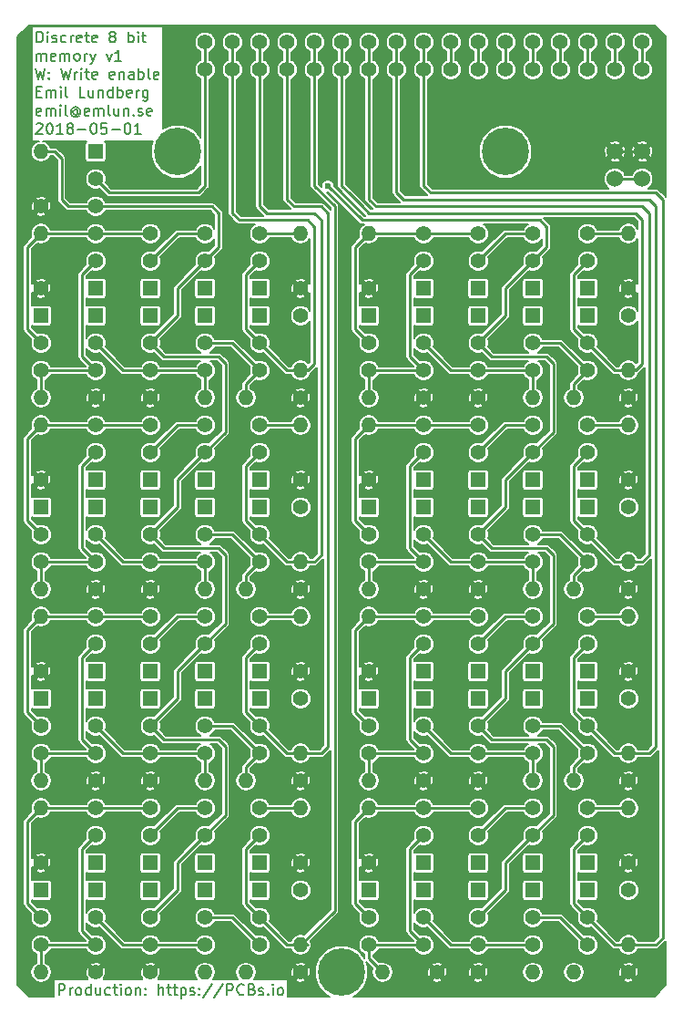
<source format=gtl>
G04 #@! TF.FileFunction,Copper,L1,Top,Signal*
%FSLAX46Y46*%
G04 Gerber Fmt 4.6, Leading zero omitted, Abs format (unit mm)*
G04 Created by KiCad (PCBNEW 4.0.7) date Tue May  1 23:41:33 2018*
%MOMM*%
%LPD*%
G01*
G04 APERTURE LIST*
%ADD10C,0.100000*%
%ADD11C,0.200000*%
%ADD12C,1.400000*%
%ADD13R,1.400000X1.400000*%
%ADD14C,1.524000*%
%ADD15O,1.400000X1.400000*%
%ADD16C,4.400000*%
%ADD17C,0.600000*%
%ADD18C,0.250000*%
%ADD19C,0.160000*%
G04 APERTURE END LIST*
D10*
D11*
X154060238Y-157043381D02*
X154060238Y-156043381D01*
X154441191Y-156043381D01*
X154536429Y-156091000D01*
X154584048Y-156138619D01*
X154631667Y-156233857D01*
X154631667Y-156376714D01*
X154584048Y-156471952D01*
X154536429Y-156519571D01*
X154441191Y-156567190D01*
X154060238Y-156567190D01*
X155060238Y-157043381D02*
X155060238Y-156376714D01*
X155060238Y-156567190D02*
X155107857Y-156471952D01*
X155155476Y-156424333D01*
X155250714Y-156376714D01*
X155345953Y-156376714D01*
X155822143Y-157043381D02*
X155726905Y-156995762D01*
X155679286Y-156948143D01*
X155631667Y-156852905D01*
X155631667Y-156567190D01*
X155679286Y-156471952D01*
X155726905Y-156424333D01*
X155822143Y-156376714D01*
X155965001Y-156376714D01*
X156060239Y-156424333D01*
X156107858Y-156471952D01*
X156155477Y-156567190D01*
X156155477Y-156852905D01*
X156107858Y-156948143D01*
X156060239Y-156995762D01*
X155965001Y-157043381D01*
X155822143Y-157043381D01*
X157012620Y-157043381D02*
X157012620Y-156043381D01*
X157012620Y-156995762D02*
X156917382Y-157043381D01*
X156726905Y-157043381D01*
X156631667Y-156995762D01*
X156584048Y-156948143D01*
X156536429Y-156852905D01*
X156536429Y-156567190D01*
X156584048Y-156471952D01*
X156631667Y-156424333D01*
X156726905Y-156376714D01*
X156917382Y-156376714D01*
X157012620Y-156424333D01*
X157917382Y-156376714D02*
X157917382Y-157043381D01*
X157488810Y-156376714D02*
X157488810Y-156900524D01*
X157536429Y-156995762D01*
X157631667Y-157043381D01*
X157774525Y-157043381D01*
X157869763Y-156995762D01*
X157917382Y-156948143D01*
X158822144Y-156995762D02*
X158726906Y-157043381D01*
X158536429Y-157043381D01*
X158441191Y-156995762D01*
X158393572Y-156948143D01*
X158345953Y-156852905D01*
X158345953Y-156567190D01*
X158393572Y-156471952D01*
X158441191Y-156424333D01*
X158536429Y-156376714D01*
X158726906Y-156376714D01*
X158822144Y-156424333D01*
X159107858Y-156376714D02*
X159488810Y-156376714D01*
X159250715Y-156043381D02*
X159250715Y-156900524D01*
X159298334Y-156995762D01*
X159393572Y-157043381D01*
X159488810Y-157043381D01*
X159822144Y-157043381D02*
X159822144Y-156376714D01*
X159822144Y-156043381D02*
X159774525Y-156091000D01*
X159822144Y-156138619D01*
X159869763Y-156091000D01*
X159822144Y-156043381D01*
X159822144Y-156138619D01*
X160441191Y-157043381D02*
X160345953Y-156995762D01*
X160298334Y-156948143D01*
X160250715Y-156852905D01*
X160250715Y-156567190D01*
X160298334Y-156471952D01*
X160345953Y-156424333D01*
X160441191Y-156376714D01*
X160584049Y-156376714D01*
X160679287Y-156424333D01*
X160726906Y-156471952D01*
X160774525Y-156567190D01*
X160774525Y-156852905D01*
X160726906Y-156948143D01*
X160679287Y-156995762D01*
X160584049Y-157043381D01*
X160441191Y-157043381D01*
X161203096Y-156376714D02*
X161203096Y-157043381D01*
X161203096Y-156471952D02*
X161250715Y-156424333D01*
X161345953Y-156376714D01*
X161488811Y-156376714D01*
X161584049Y-156424333D01*
X161631668Y-156519571D01*
X161631668Y-157043381D01*
X162107858Y-156948143D02*
X162155477Y-156995762D01*
X162107858Y-157043381D01*
X162060239Y-156995762D01*
X162107858Y-156948143D01*
X162107858Y-157043381D01*
X162107858Y-156424333D02*
X162155477Y-156471952D01*
X162107858Y-156519571D01*
X162060239Y-156471952D01*
X162107858Y-156424333D01*
X162107858Y-156519571D01*
X163345953Y-157043381D02*
X163345953Y-156043381D01*
X163774525Y-157043381D02*
X163774525Y-156519571D01*
X163726906Y-156424333D01*
X163631668Y-156376714D01*
X163488810Y-156376714D01*
X163393572Y-156424333D01*
X163345953Y-156471952D01*
X164107858Y-156376714D02*
X164488810Y-156376714D01*
X164250715Y-156043381D02*
X164250715Y-156900524D01*
X164298334Y-156995762D01*
X164393572Y-157043381D01*
X164488810Y-157043381D01*
X164679287Y-156376714D02*
X165060239Y-156376714D01*
X164822144Y-156043381D02*
X164822144Y-156900524D01*
X164869763Y-156995762D01*
X164965001Y-157043381D01*
X165060239Y-157043381D01*
X165393573Y-156376714D02*
X165393573Y-157376714D01*
X165393573Y-156424333D02*
X165488811Y-156376714D01*
X165679288Y-156376714D01*
X165774526Y-156424333D01*
X165822145Y-156471952D01*
X165869764Y-156567190D01*
X165869764Y-156852905D01*
X165822145Y-156948143D01*
X165774526Y-156995762D01*
X165679288Y-157043381D01*
X165488811Y-157043381D01*
X165393573Y-156995762D01*
X166250716Y-156995762D02*
X166345954Y-157043381D01*
X166536430Y-157043381D01*
X166631669Y-156995762D01*
X166679288Y-156900524D01*
X166679288Y-156852905D01*
X166631669Y-156757667D01*
X166536430Y-156710048D01*
X166393573Y-156710048D01*
X166298335Y-156662429D01*
X166250716Y-156567190D01*
X166250716Y-156519571D01*
X166298335Y-156424333D01*
X166393573Y-156376714D01*
X166536430Y-156376714D01*
X166631669Y-156424333D01*
X167107859Y-156948143D02*
X167155478Y-156995762D01*
X167107859Y-157043381D01*
X167060240Y-156995762D01*
X167107859Y-156948143D01*
X167107859Y-157043381D01*
X167107859Y-156424333D02*
X167155478Y-156471952D01*
X167107859Y-156519571D01*
X167060240Y-156471952D01*
X167107859Y-156424333D01*
X167107859Y-156519571D01*
X168298335Y-155995762D02*
X167441192Y-157281476D01*
X169345954Y-155995762D02*
X168488811Y-157281476D01*
X169679287Y-157043381D02*
X169679287Y-156043381D01*
X170060240Y-156043381D01*
X170155478Y-156091000D01*
X170203097Y-156138619D01*
X170250716Y-156233857D01*
X170250716Y-156376714D01*
X170203097Y-156471952D01*
X170155478Y-156519571D01*
X170060240Y-156567190D01*
X169679287Y-156567190D01*
X171250716Y-156948143D02*
X171203097Y-156995762D01*
X171060240Y-157043381D01*
X170965002Y-157043381D01*
X170822144Y-156995762D01*
X170726906Y-156900524D01*
X170679287Y-156805286D01*
X170631668Y-156614810D01*
X170631668Y-156471952D01*
X170679287Y-156281476D01*
X170726906Y-156186238D01*
X170822144Y-156091000D01*
X170965002Y-156043381D01*
X171060240Y-156043381D01*
X171203097Y-156091000D01*
X171250716Y-156138619D01*
X172012621Y-156519571D02*
X172155478Y-156567190D01*
X172203097Y-156614810D01*
X172250716Y-156710048D01*
X172250716Y-156852905D01*
X172203097Y-156948143D01*
X172155478Y-156995762D01*
X172060240Y-157043381D01*
X171679287Y-157043381D01*
X171679287Y-156043381D01*
X172012621Y-156043381D01*
X172107859Y-156091000D01*
X172155478Y-156138619D01*
X172203097Y-156233857D01*
X172203097Y-156329095D01*
X172155478Y-156424333D01*
X172107859Y-156471952D01*
X172012621Y-156519571D01*
X171679287Y-156519571D01*
X172631668Y-156995762D02*
X172726906Y-157043381D01*
X172917382Y-157043381D01*
X173012621Y-156995762D01*
X173060240Y-156900524D01*
X173060240Y-156852905D01*
X173012621Y-156757667D01*
X172917382Y-156710048D01*
X172774525Y-156710048D01*
X172679287Y-156662429D01*
X172631668Y-156567190D01*
X172631668Y-156519571D01*
X172679287Y-156424333D01*
X172774525Y-156376714D01*
X172917382Y-156376714D01*
X173012621Y-156424333D01*
X173488811Y-156948143D02*
X173536430Y-156995762D01*
X173488811Y-157043381D01*
X173441192Y-156995762D01*
X173488811Y-156948143D01*
X173488811Y-157043381D01*
X173965001Y-157043381D02*
X173965001Y-156376714D01*
X173965001Y-156043381D02*
X173917382Y-156091000D01*
X173965001Y-156138619D01*
X174012620Y-156091000D01*
X173965001Y-156043381D01*
X173965001Y-156138619D01*
X174584048Y-157043381D02*
X174488810Y-156995762D01*
X174441191Y-156948143D01*
X174393572Y-156852905D01*
X174393572Y-156567190D01*
X174441191Y-156471952D01*
X174488810Y-156424333D01*
X174584048Y-156376714D01*
X174726906Y-156376714D01*
X174822144Y-156424333D01*
X174869763Y-156471952D01*
X174917382Y-156567190D01*
X174917382Y-156852905D01*
X174869763Y-156948143D01*
X174822144Y-156995762D01*
X174726906Y-157043381D01*
X174584048Y-157043381D01*
X152003095Y-68592381D02*
X152003095Y-67592381D01*
X152241190Y-67592381D01*
X152384048Y-67640000D01*
X152479286Y-67735238D01*
X152526905Y-67830476D01*
X152574524Y-68020952D01*
X152574524Y-68163810D01*
X152526905Y-68354286D01*
X152479286Y-68449524D01*
X152384048Y-68544762D01*
X152241190Y-68592381D01*
X152003095Y-68592381D01*
X153003095Y-68592381D02*
X153003095Y-67925714D01*
X153003095Y-67592381D02*
X152955476Y-67640000D01*
X153003095Y-67687619D01*
X153050714Y-67640000D01*
X153003095Y-67592381D01*
X153003095Y-67687619D01*
X153431666Y-68544762D02*
X153526904Y-68592381D01*
X153717380Y-68592381D01*
X153812619Y-68544762D01*
X153860238Y-68449524D01*
X153860238Y-68401905D01*
X153812619Y-68306667D01*
X153717380Y-68259048D01*
X153574523Y-68259048D01*
X153479285Y-68211429D01*
X153431666Y-68116190D01*
X153431666Y-68068571D01*
X153479285Y-67973333D01*
X153574523Y-67925714D01*
X153717380Y-67925714D01*
X153812619Y-67973333D01*
X154717381Y-68544762D02*
X154622143Y-68592381D01*
X154431666Y-68592381D01*
X154336428Y-68544762D01*
X154288809Y-68497143D01*
X154241190Y-68401905D01*
X154241190Y-68116190D01*
X154288809Y-68020952D01*
X154336428Y-67973333D01*
X154431666Y-67925714D01*
X154622143Y-67925714D01*
X154717381Y-67973333D01*
X155145952Y-68592381D02*
X155145952Y-67925714D01*
X155145952Y-68116190D02*
X155193571Y-68020952D01*
X155241190Y-67973333D01*
X155336428Y-67925714D01*
X155431667Y-67925714D01*
X156145953Y-68544762D02*
X156050715Y-68592381D01*
X155860238Y-68592381D01*
X155765000Y-68544762D01*
X155717381Y-68449524D01*
X155717381Y-68068571D01*
X155765000Y-67973333D01*
X155860238Y-67925714D01*
X156050715Y-67925714D01*
X156145953Y-67973333D01*
X156193572Y-68068571D01*
X156193572Y-68163810D01*
X155717381Y-68259048D01*
X156479286Y-67925714D02*
X156860238Y-67925714D01*
X156622143Y-67592381D02*
X156622143Y-68449524D01*
X156669762Y-68544762D01*
X156765000Y-68592381D01*
X156860238Y-68592381D01*
X157574525Y-68544762D02*
X157479287Y-68592381D01*
X157288810Y-68592381D01*
X157193572Y-68544762D01*
X157145953Y-68449524D01*
X157145953Y-68068571D01*
X157193572Y-67973333D01*
X157288810Y-67925714D01*
X157479287Y-67925714D01*
X157574525Y-67973333D01*
X157622144Y-68068571D01*
X157622144Y-68163810D01*
X157145953Y-68259048D01*
X158955477Y-68020952D02*
X158860239Y-67973333D01*
X158812620Y-67925714D01*
X158765001Y-67830476D01*
X158765001Y-67782857D01*
X158812620Y-67687619D01*
X158860239Y-67640000D01*
X158955477Y-67592381D01*
X159145954Y-67592381D01*
X159241192Y-67640000D01*
X159288811Y-67687619D01*
X159336430Y-67782857D01*
X159336430Y-67830476D01*
X159288811Y-67925714D01*
X159241192Y-67973333D01*
X159145954Y-68020952D01*
X158955477Y-68020952D01*
X158860239Y-68068571D01*
X158812620Y-68116190D01*
X158765001Y-68211429D01*
X158765001Y-68401905D01*
X158812620Y-68497143D01*
X158860239Y-68544762D01*
X158955477Y-68592381D01*
X159145954Y-68592381D01*
X159241192Y-68544762D01*
X159288811Y-68497143D01*
X159336430Y-68401905D01*
X159336430Y-68211429D01*
X159288811Y-68116190D01*
X159241192Y-68068571D01*
X159145954Y-68020952D01*
X160526906Y-68592381D02*
X160526906Y-67592381D01*
X160526906Y-67973333D02*
X160622144Y-67925714D01*
X160812621Y-67925714D01*
X160907859Y-67973333D01*
X160955478Y-68020952D01*
X161003097Y-68116190D01*
X161003097Y-68401905D01*
X160955478Y-68497143D01*
X160907859Y-68544762D01*
X160812621Y-68592381D01*
X160622144Y-68592381D01*
X160526906Y-68544762D01*
X161431668Y-68592381D02*
X161431668Y-67925714D01*
X161431668Y-67592381D02*
X161384049Y-67640000D01*
X161431668Y-67687619D01*
X161479287Y-67640000D01*
X161431668Y-67592381D01*
X161431668Y-67687619D01*
X161765001Y-67925714D02*
X162145953Y-67925714D01*
X161907858Y-67592381D02*
X161907858Y-68449524D01*
X161955477Y-68544762D01*
X162050715Y-68592381D01*
X162145953Y-68592381D01*
X152003095Y-70292381D02*
X152003095Y-69625714D01*
X152003095Y-69720952D02*
X152050714Y-69673333D01*
X152145952Y-69625714D01*
X152288810Y-69625714D01*
X152384048Y-69673333D01*
X152431667Y-69768571D01*
X152431667Y-70292381D01*
X152431667Y-69768571D02*
X152479286Y-69673333D01*
X152574524Y-69625714D01*
X152717381Y-69625714D01*
X152812619Y-69673333D01*
X152860238Y-69768571D01*
X152860238Y-70292381D01*
X153717381Y-70244762D02*
X153622143Y-70292381D01*
X153431666Y-70292381D01*
X153336428Y-70244762D01*
X153288809Y-70149524D01*
X153288809Y-69768571D01*
X153336428Y-69673333D01*
X153431666Y-69625714D01*
X153622143Y-69625714D01*
X153717381Y-69673333D01*
X153765000Y-69768571D01*
X153765000Y-69863810D01*
X153288809Y-69959048D01*
X154193571Y-70292381D02*
X154193571Y-69625714D01*
X154193571Y-69720952D02*
X154241190Y-69673333D01*
X154336428Y-69625714D01*
X154479286Y-69625714D01*
X154574524Y-69673333D01*
X154622143Y-69768571D01*
X154622143Y-70292381D01*
X154622143Y-69768571D02*
X154669762Y-69673333D01*
X154765000Y-69625714D01*
X154907857Y-69625714D01*
X155003095Y-69673333D01*
X155050714Y-69768571D01*
X155050714Y-70292381D01*
X155669761Y-70292381D02*
X155574523Y-70244762D01*
X155526904Y-70197143D01*
X155479285Y-70101905D01*
X155479285Y-69816190D01*
X155526904Y-69720952D01*
X155574523Y-69673333D01*
X155669761Y-69625714D01*
X155812619Y-69625714D01*
X155907857Y-69673333D01*
X155955476Y-69720952D01*
X156003095Y-69816190D01*
X156003095Y-70101905D01*
X155955476Y-70197143D01*
X155907857Y-70244762D01*
X155812619Y-70292381D01*
X155669761Y-70292381D01*
X156431666Y-70292381D02*
X156431666Y-69625714D01*
X156431666Y-69816190D02*
X156479285Y-69720952D01*
X156526904Y-69673333D01*
X156622142Y-69625714D01*
X156717381Y-69625714D01*
X156955476Y-69625714D02*
X157193571Y-70292381D01*
X157431667Y-69625714D02*
X157193571Y-70292381D01*
X157098333Y-70530476D01*
X157050714Y-70578095D01*
X156955476Y-70625714D01*
X158479286Y-69625714D02*
X158717381Y-70292381D01*
X158955477Y-69625714D01*
X159860239Y-70292381D02*
X159288810Y-70292381D01*
X159574524Y-70292381D02*
X159574524Y-69292381D01*
X159479286Y-69435238D01*
X159384048Y-69530476D01*
X159288810Y-69578095D01*
X151907857Y-70992381D02*
X152145952Y-71992381D01*
X152336429Y-71278095D01*
X152526905Y-71992381D01*
X152765000Y-70992381D01*
X153145952Y-71897143D02*
X153193571Y-71944762D01*
X153145952Y-71992381D01*
X153098333Y-71944762D01*
X153145952Y-71897143D01*
X153145952Y-71992381D01*
X153145952Y-71373333D02*
X153193571Y-71420952D01*
X153145952Y-71468571D01*
X153098333Y-71420952D01*
X153145952Y-71373333D01*
X153145952Y-71468571D01*
X154288809Y-70992381D02*
X154526904Y-71992381D01*
X154717381Y-71278095D01*
X154907857Y-71992381D01*
X155145952Y-70992381D01*
X155526904Y-71992381D02*
X155526904Y-71325714D01*
X155526904Y-71516190D02*
X155574523Y-71420952D01*
X155622142Y-71373333D01*
X155717380Y-71325714D01*
X155812619Y-71325714D01*
X156145952Y-71992381D02*
X156145952Y-71325714D01*
X156145952Y-70992381D02*
X156098333Y-71040000D01*
X156145952Y-71087619D01*
X156193571Y-71040000D01*
X156145952Y-70992381D01*
X156145952Y-71087619D01*
X156479285Y-71325714D02*
X156860237Y-71325714D01*
X156622142Y-70992381D02*
X156622142Y-71849524D01*
X156669761Y-71944762D01*
X156764999Y-71992381D01*
X156860237Y-71992381D01*
X157574524Y-71944762D02*
X157479286Y-71992381D01*
X157288809Y-71992381D01*
X157193571Y-71944762D01*
X157145952Y-71849524D01*
X157145952Y-71468571D01*
X157193571Y-71373333D01*
X157288809Y-71325714D01*
X157479286Y-71325714D01*
X157574524Y-71373333D01*
X157622143Y-71468571D01*
X157622143Y-71563810D01*
X157145952Y-71659048D01*
X159193572Y-71944762D02*
X159098334Y-71992381D01*
X158907857Y-71992381D01*
X158812619Y-71944762D01*
X158765000Y-71849524D01*
X158765000Y-71468571D01*
X158812619Y-71373333D01*
X158907857Y-71325714D01*
X159098334Y-71325714D01*
X159193572Y-71373333D01*
X159241191Y-71468571D01*
X159241191Y-71563810D01*
X158765000Y-71659048D01*
X159669762Y-71325714D02*
X159669762Y-71992381D01*
X159669762Y-71420952D02*
X159717381Y-71373333D01*
X159812619Y-71325714D01*
X159955477Y-71325714D01*
X160050715Y-71373333D01*
X160098334Y-71468571D01*
X160098334Y-71992381D01*
X161003096Y-71992381D02*
X161003096Y-71468571D01*
X160955477Y-71373333D01*
X160860239Y-71325714D01*
X160669762Y-71325714D01*
X160574524Y-71373333D01*
X161003096Y-71944762D02*
X160907858Y-71992381D01*
X160669762Y-71992381D01*
X160574524Y-71944762D01*
X160526905Y-71849524D01*
X160526905Y-71754286D01*
X160574524Y-71659048D01*
X160669762Y-71611429D01*
X160907858Y-71611429D01*
X161003096Y-71563810D01*
X161479286Y-71992381D02*
X161479286Y-70992381D01*
X161479286Y-71373333D02*
X161574524Y-71325714D01*
X161765001Y-71325714D01*
X161860239Y-71373333D01*
X161907858Y-71420952D01*
X161955477Y-71516190D01*
X161955477Y-71801905D01*
X161907858Y-71897143D01*
X161860239Y-71944762D01*
X161765001Y-71992381D01*
X161574524Y-71992381D01*
X161479286Y-71944762D01*
X162526905Y-71992381D02*
X162431667Y-71944762D01*
X162384048Y-71849524D01*
X162384048Y-70992381D01*
X163288811Y-71944762D02*
X163193573Y-71992381D01*
X163003096Y-71992381D01*
X162907858Y-71944762D01*
X162860239Y-71849524D01*
X162860239Y-71468571D01*
X162907858Y-71373333D01*
X163003096Y-71325714D01*
X163193573Y-71325714D01*
X163288811Y-71373333D01*
X163336430Y-71468571D01*
X163336430Y-71563810D01*
X162860239Y-71659048D01*
X152003095Y-73168571D02*
X152336429Y-73168571D01*
X152479286Y-73692381D02*
X152003095Y-73692381D01*
X152003095Y-72692381D01*
X152479286Y-72692381D01*
X152907857Y-73692381D02*
X152907857Y-73025714D01*
X152907857Y-73120952D02*
X152955476Y-73073333D01*
X153050714Y-73025714D01*
X153193572Y-73025714D01*
X153288810Y-73073333D01*
X153336429Y-73168571D01*
X153336429Y-73692381D01*
X153336429Y-73168571D02*
X153384048Y-73073333D01*
X153479286Y-73025714D01*
X153622143Y-73025714D01*
X153717381Y-73073333D01*
X153765000Y-73168571D01*
X153765000Y-73692381D01*
X154241190Y-73692381D02*
X154241190Y-73025714D01*
X154241190Y-72692381D02*
X154193571Y-72740000D01*
X154241190Y-72787619D01*
X154288809Y-72740000D01*
X154241190Y-72692381D01*
X154241190Y-72787619D01*
X154860237Y-73692381D02*
X154764999Y-73644762D01*
X154717380Y-73549524D01*
X154717380Y-72692381D01*
X156479286Y-73692381D02*
X156003095Y-73692381D01*
X156003095Y-72692381D01*
X157241191Y-73025714D02*
X157241191Y-73692381D01*
X156812619Y-73025714D02*
X156812619Y-73549524D01*
X156860238Y-73644762D01*
X156955476Y-73692381D01*
X157098334Y-73692381D01*
X157193572Y-73644762D01*
X157241191Y-73597143D01*
X157717381Y-73025714D02*
X157717381Y-73692381D01*
X157717381Y-73120952D02*
X157765000Y-73073333D01*
X157860238Y-73025714D01*
X158003096Y-73025714D01*
X158098334Y-73073333D01*
X158145953Y-73168571D01*
X158145953Y-73692381D01*
X159050715Y-73692381D02*
X159050715Y-72692381D01*
X159050715Y-73644762D02*
X158955477Y-73692381D01*
X158765000Y-73692381D01*
X158669762Y-73644762D01*
X158622143Y-73597143D01*
X158574524Y-73501905D01*
X158574524Y-73216190D01*
X158622143Y-73120952D01*
X158669762Y-73073333D01*
X158765000Y-73025714D01*
X158955477Y-73025714D01*
X159050715Y-73073333D01*
X159526905Y-73692381D02*
X159526905Y-72692381D01*
X159526905Y-73073333D02*
X159622143Y-73025714D01*
X159812620Y-73025714D01*
X159907858Y-73073333D01*
X159955477Y-73120952D01*
X160003096Y-73216190D01*
X160003096Y-73501905D01*
X159955477Y-73597143D01*
X159907858Y-73644762D01*
X159812620Y-73692381D01*
X159622143Y-73692381D01*
X159526905Y-73644762D01*
X160812620Y-73644762D02*
X160717382Y-73692381D01*
X160526905Y-73692381D01*
X160431667Y-73644762D01*
X160384048Y-73549524D01*
X160384048Y-73168571D01*
X160431667Y-73073333D01*
X160526905Y-73025714D01*
X160717382Y-73025714D01*
X160812620Y-73073333D01*
X160860239Y-73168571D01*
X160860239Y-73263810D01*
X160384048Y-73359048D01*
X161288810Y-73692381D02*
X161288810Y-73025714D01*
X161288810Y-73216190D02*
X161336429Y-73120952D01*
X161384048Y-73073333D01*
X161479286Y-73025714D01*
X161574525Y-73025714D01*
X162336430Y-73025714D02*
X162336430Y-73835238D01*
X162288811Y-73930476D01*
X162241192Y-73978095D01*
X162145953Y-74025714D01*
X162003096Y-74025714D01*
X161907858Y-73978095D01*
X162336430Y-73644762D02*
X162241192Y-73692381D01*
X162050715Y-73692381D01*
X161955477Y-73644762D01*
X161907858Y-73597143D01*
X161860239Y-73501905D01*
X161860239Y-73216190D01*
X161907858Y-73120952D01*
X161955477Y-73073333D01*
X162050715Y-73025714D01*
X162241192Y-73025714D01*
X162336430Y-73073333D01*
X152384048Y-75344762D02*
X152288810Y-75392381D01*
X152098333Y-75392381D01*
X152003095Y-75344762D01*
X151955476Y-75249524D01*
X151955476Y-74868571D01*
X152003095Y-74773333D01*
X152098333Y-74725714D01*
X152288810Y-74725714D01*
X152384048Y-74773333D01*
X152431667Y-74868571D01*
X152431667Y-74963810D01*
X151955476Y-75059048D01*
X152860238Y-75392381D02*
X152860238Y-74725714D01*
X152860238Y-74820952D02*
X152907857Y-74773333D01*
X153003095Y-74725714D01*
X153145953Y-74725714D01*
X153241191Y-74773333D01*
X153288810Y-74868571D01*
X153288810Y-75392381D01*
X153288810Y-74868571D02*
X153336429Y-74773333D01*
X153431667Y-74725714D01*
X153574524Y-74725714D01*
X153669762Y-74773333D01*
X153717381Y-74868571D01*
X153717381Y-75392381D01*
X154193571Y-75392381D02*
X154193571Y-74725714D01*
X154193571Y-74392381D02*
X154145952Y-74440000D01*
X154193571Y-74487619D01*
X154241190Y-74440000D01*
X154193571Y-74392381D01*
X154193571Y-74487619D01*
X154812618Y-75392381D02*
X154717380Y-75344762D01*
X154669761Y-75249524D01*
X154669761Y-74392381D01*
X155812619Y-74916190D02*
X155765000Y-74868571D01*
X155669762Y-74820952D01*
X155574524Y-74820952D01*
X155479286Y-74868571D01*
X155431666Y-74916190D01*
X155384047Y-75011429D01*
X155384047Y-75106667D01*
X155431666Y-75201905D01*
X155479286Y-75249524D01*
X155574524Y-75297143D01*
X155669762Y-75297143D01*
X155765000Y-75249524D01*
X155812619Y-75201905D01*
X155812619Y-74820952D02*
X155812619Y-75201905D01*
X155860238Y-75249524D01*
X155907857Y-75249524D01*
X156003095Y-75201905D01*
X156050714Y-75106667D01*
X156050714Y-74868571D01*
X155955476Y-74725714D01*
X155812619Y-74630476D01*
X155622143Y-74582857D01*
X155431666Y-74630476D01*
X155288809Y-74725714D01*
X155193571Y-74868571D01*
X155145952Y-75059048D01*
X155193571Y-75249524D01*
X155288809Y-75392381D01*
X155431666Y-75487619D01*
X155622143Y-75535238D01*
X155812619Y-75487619D01*
X155955476Y-75392381D01*
X156860238Y-75344762D02*
X156765000Y-75392381D01*
X156574523Y-75392381D01*
X156479285Y-75344762D01*
X156431666Y-75249524D01*
X156431666Y-74868571D01*
X156479285Y-74773333D01*
X156574523Y-74725714D01*
X156765000Y-74725714D01*
X156860238Y-74773333D01*
X156907857Y-74868571D01*
X156907857Y-74963810D01*
X156431666Y-75059048D01*
X157336428Y-75392381D02*
X157336428Y-74725714D01*
X157336428Y-74820952D02*
X157384047Y-74773333D01*
X157479285Y-74725714D01*
X157622143Y-74725714D01*
X157717381Y-74773333D01*
X157765000Y-74868571D01*
X157765000Y-75392381D01*
X157765000Y-74868571D02*
X157812619Y-74773333D01*
X157907857Y-74725714D01*
X158050714Y-74725714D01*
X158145952Y-74773333D01*
X158193571Y-74868571D01*
X158193571Y-75392381D01*
X158812618Y-75392381D02*
X158717380Y-75344762D01*
X158669761Y-75249524D01*
X158669761Y-74392381D01*
X159622143Y-74725714D02*
X159622143Y-75392381D01*
X159193571Y-74725714D02*
X159193571Y-75249524D01*
X159241190Y-75344762D01*
X159336428Y-75392381D01*
X159479286Y-75392381D01*
X159574524Y-75344762D01*
X159622143Y-75297143D01*
X160098333Y-74725714D02*
X160098333Y-75392381D01*
X160098333Y-74820952D02*
X160145952Y-74773333D01*
X160241190Y-74725714D01*
X160384048Y-74725714D01*
X160479286Y-74773333D01*
X160526905Y-74868571D01*
X160526905Y-75392381D01*
X161003095Y-75297143D02*
X161050714Y-75344762D01*
X161003095Y-75392381D01*
X160955476Y-75344762D01*
X161003095Y-75297143D01*
X161003095Y-75392381D01*
X161431666Y-75344762D02*
X161526904Y-75392381D01*
X161717380Y-75392381D01*
X161812619Y-75344762D01*
X161860238Y-75249524D01*
X161860238Y-75201905D01*
X161812619Y-75106667D01*
X161717380Y-75059048D01*
X161574523Y-75059048D01*
X161479285Y-75011429D01*
X161431666Y-74916190D01*
X161431666Y-74868571D01*
X161479285Y-74773333D01*
X161574523Y-74725714D01*
X161717380Y-74725714D01*
X161812619Y-74773333D01*
X162669762Y-75344762D02*
X162574524Y-75392381D01*
X162384047Y-75392381D01*
X162288809Y-75344762D01*
X162241190Y-75249524D01*
X162241190Y-74868571D01*
X162288809Y-74773333D01*
X162384047Y-74725714D01*
X162574524Y-74725714D01*
X162669762Y-74773333D01*
X162717381Y-74868571D01*
X162717381Y-74963810D01*
X162241190Y-75059048D01*
X151955476Y-76187619D02*
X152003095Y-76140000D01*
X152098333Y-76092381D01*
X152336429Y-76092381D01*
X152431667Y-76140000D01*
X152479286Y-76187619D01*
X152526905Y-76282857D01*
X152526905Y-76378095D01*
X152479286Y-76520952D01*
X151907857Y-77092381D01*
X152526905Y-77092381D01*
X153145952Y-76092381D02*
X153241191Y-76092381D01*
X153336429Y-76140000D01*
X153384048Y-76187619D01*
X153431667Y-76282857D01*
X153479286Y-76473333D01*
X153479286Y-76711429D01*
X153431667Y-76901905D01*
X153384048Y-76997143D01*
X153336429Y-77044762D01*
X153241191Y-77092381D01*
X153145952Y-77092381D01*
X153050714Y-77044762D01*
X153003095Y-76997143D01*
X152955476Y-76901905D01*
X152907857Y-76711429D01*
X152907857Y-76473333D01*
X152955476Y-76282857D01*
X153003095Y-76187619D01*
X153050714Y-76140000D01*
X153145952Y-76092381D01*
X154431667Y-77092381D02*
X153860238Y-77092381D01*
X154145952Y-77092381D02*
X154145952Y-76092381D01*
X154050714Y-76235238D01*
X153955476Y-76330476D01*
X153860238Y-76378095D01*
X155003095Y-76520952D02*
X154907857Y-76473333D01*
X154860238Y-76425714D01*
X154812619Y-76330476D01*
X154812619Y-76282857D01*
X154860238Y-76187619D01*
X154907857Y-76140000D01*
X155003095Y-76092381D01*
X155193572Y-76092381D01*
X155288810Y-76140000D01*
X155336429Y-76187619D01*
X155384048Y-76282857D01*
X155384048Y-76330476D01*
X155336429Y-76425714D01*
X155288810Y-76473333D01*
X155193572Y-76520952D01*
X155003095Y-76520952D01*
X154907857Y-76568571D01*
X154860238Y-76616190D01*
X154812619Y-76711429D01*
X154812619Y-76901905D01*
X154860238Y-76997143D01*
X154907857Y-77044762D01*
X155003095Y-77092381D01*
X155193572Y-77092381D01*
X155288810Y-77044762D01*
X155336429Y-76997143D01*
X155384048Y-76901905D01*
X155384048Y-76711429D01*
X155336429Y-76616190D01*
X155288810Y-76568571D01*
X155193572Y-76520952D01*
X155812619Y-76711429D02*
X156574524Y-76711429D01*
X157241190Y-76092381D02*
X157336429Y-76092381D01*
X157431667Y-76140000D01*
X157479286Y-76187619D01*
X157526905Y-76282857D01*
X157574524Y-76473333D01*
X157574524Y-76711429D01*
X157526905Y-76901905D01*
X157479286Y-76997143D01*
X157431667Y-77044762D01*
X157336429Y-77092381D01*
X157241190Y-77092381D01*
X157145952Y-77044762D01*
X157098333Y-76997143D01*
X157050714Y-76901905D01*
X157003095Y-76711429D01*
X157003095Y-76473333D01*
X157050714Y-76282857D01*
X157098333Y-76187619D01*
X157145952Y-76140000D01*
X157241190Y-76092381D01*
X158479286Y-76092381D02*
X158003095Y-76092381D01*
X157955476Y-76568571D01*
X158003095Y-76520952D01*
X158098333Y-76473333D01*
X158336429Y-76473333D01*
X158431667Y-76520952D01*
X158479286Y-76568571D01*
X158526905Y-76663810D01*
X158526905Y-76901905D01*
X158479286Y-76997143D01*
X158431667Y-77044762D01*
X158336429Y-77092381D01*
X158098333Y-77092381D01*
X158003095Y-77044762D01*
X157955476Y-76997143D01*
X158955476Y-76711429D02*
X159717381Y-76711429D01*
X160384047Y-76092381D02*
X160479286Y-76092381D01*
X160574524Y-76140000D01*
X160622143Y-76187619D01*
X160669762Y-76282857D01*
X160717381Y-76473333D01*
X160717381Y-76711429D01*
X160669762Y-76901905D01*
X160622143Y-76997143D01*
X160574524Y-77044762D01*
X160479286Y-77092381D01*
X160384047Y-77092381D01*
X160288809Y-77044762D01*
X160241190Y-76997143D01*
X160193571Y-76901905D01*
X160145952Y-76711429D01*
X160145952Y-76473333D01*
X160193571Y-76282857D01*
X160241190Y-76187619D01*
X160288809Y-76140000D01*
X160384047Y-76092381D01*
X161669762Y-77092381D02*
X161098333Y-77092381D01*
X161384047Y-77092381D02*
X161384047Y-76092381D01*
X161288809Y-76235238D01*
X161193571Y-76330476D01*
X161098333Y-76378095D01*
D12*
X167640000Y-68580000D03*
X167640000Y-71120000D03*
X203200000Y-106680000D03*
X203200000Y-104140000D03*
D13*
X203200000Y-109220000D03*
D12*
X203200000Y-88900000D03*
X203200000Y-86360000D03*
D13*
X203200000Y-91440000D03*
D14*
X208280000Y-78740000D03*
X208280000Y-81280000D03*
X205740000Y-81280000D03*
X205740000Y-78740000D03*
D12*
X152400000Y-83820000D03*
D15*
X152400000Y-78740000D03*
D12*
X207010000Y-147320000D03*
D15*
X207010000Y-152400000D03*
D12*
X207010000Y-154940000D03*
D15*
X201930000Y-154940000D03*
D12*
X193040000Y-154940000D03*
D15*
X198120000Y-154940000D03*
D12*
X189230000Y-154940000D03*
D15*
X184150000Y-154940000D03*
D12*
X207010000Y-144780000D03*
D15*
X207010000Y-139700000D03*
D12*
X182880000Y-144780000D03*
D15*
X182880000Y-139700000D03*
D12*
X207010000Y-129540000D03*
D15*
X207010000Y-134620000D03*
D12*
X207010000Y-137160000D03*
D15*
X201930000Y-137160000D03*
D12*
X193040000Y-137160000D03*
D15*
X198120000Y-137160000D03*
D12*
X187960000Y-137160000D03*
D15*
X182880000Y-137160000D03*
D12*
X207010000Y-127000000D03*
D15*
X207010000Y-121920000D03*
D12*
X182880000Y-127000000D03*
D15*
X182880000Y-121920000D03*
D12*
X207010000Y-111760000D03*
D15*
X207010000Y-116840000D03*
D12*
X207010000Y-119380000D03*
D15*
X201930000Y-119380000D03*
D12*
X193040000Y-119380000D03*
D15*
X198120000Y-119380000D03*
D12*
X187960000Y-119380000D03*
D15*
X182880000Y-119380000D03*
D12*
X207010000Y-109220000D03*
D15*
X207010000Y-104140000D03*
D12*
X182880000Y-109220000D03*
D15*
X182880000Y-104140000D03*
D12*
X207010000Y-93980000D03*
D15*
X207010000Y-99060000D03*
D12*
X207010000Y-101600000D03*
D15*
X201930000Y-101600000D03*
D12*
X193040000Y-101600000D03*
D15*
X198120000Y-101600000D03*
D12*
X187960000Y-101600000D03*
D15*
X182880000Y-101600000D03*
D12*
X207010000Y-91440000D03*
D15*
X207010000Y-86360000D03*
D12*
X182880000Y-91440000D03*
D15*
X182880000Y-86360000D03*
D12*
X176530000Y-147320000D03*
D15*
X176530000Y-152400000D03*
D12*
X176530000Y-154940000D03*
D15*
X171450000Y-154940000D03*
D12*
X162560000Y-154940000D03*
D15*
X167640000Y-154940000D03*
D12*
X157480000Y-154940000D03*
D15*
X152400000Y-154940000D03*
D12*
X176530000Y-144780000D03*
D15*
X176530000Y-139700000D03*
D12*
X152400000Y-144780000D03*
D15*
X152400000Y-139700000D03*
D12*
X176530000Y-129540000D03*
D15*
X176530000Y-134620000D03*
D12*
X176530000Y-137160000D03*
D15*
X171450000Y-137160000D03*
D12*
X162560000Y-137160000D03*
D15*
X167640000Y-137160000D03*
D12*
X157480000Y-137160000D03*
D15*
X152400000Y-137160000D03*
D12*
X176530000Y-127000000D03*
D15*
X176530000Y-121920000D03*
D12*
X152400000Y-127000000D03*
D15*
X152400000Y-121920000D03*
D12*
X176530000Y-111760000D03*
D15*
X176530000Y-116840000D03*
D12*
X176530000Y-119380000D03*
D15*
X171450000Y-119380000D03*
D12*
X162560000Y-119380000D03*
D15*
X167640000Y-119380000D03*
D12*
X157480000Y-119380000D03*
D15*
X152400000Y-119380000D03*
D12*
X176530000Y-109220000D03*
D15*
X176530000Y-104140000D03*
D12*
X152400000Y-109220000D03*
D15*
X152400000Y-104140000D03*
D12*
X176530000Y-93980000D03*
D15*
X176530000Y-99060000D03*
D12*
X176530000Y-101600000D03*
D15*
X171450000Y-101600000D03*
D12*
X162560000Y-101600000D03*
D15*
X167640000Y-101600000D03*
D12*
X157480000Y-101600000D03*
D15*
X152400000Y-101600000D03*
D12*
X176530000Y-91440000D03*
D15*
X176530000Y-86360000D03*
D12*
X152400000Y-91440000D03*
D15*
X152400000Y-86360000D03*
D12*
X198120000Y-88900000D03*
X198120000Y-86360000D03*
D13*
X198120000Y-91440000D03*
D12*
X157480000Y-88900000D03*
X157480000Y-86360000D03*
D13*
X157480000Y-91440000D03*
D12*
X162560000Y-88900000D03*
X162560000Y-86360000D03*
D13*
X162560000Y-91440000D03*
D12*
X167640000Y-88900000D03*
X167640000Y-86360000D03*
D13*
X167640000Y-91440000D03*
D12*
X172720000Y-88900000D03*
X172720000Y-86360000D03*
D13*
X172720000Y-91440000D03*
D12*
X152400000Y-96520000D03*
X152400000Y-99060000D03*
D13*
X152400000Y-93980000D03*
D12*
X157480000Y-96520000D03*
X157480000Y-99060000D03*
D13*
X157480000Y-93980000D03*
D12*
X162560000Y-96520000D03*
X162560000Y-99060000D03*
D13*
X162560000Y-93980000D03*
D12*
X167640000Y-96520000D03*
X167640000Y-99060000D03*
D13*
X167640000Y-93980000D03*
D12*
X172720000Y-96520000D03*
X172720000Y-99060000D03*
D13*
X172720000Y-93980000D03*
D12*
X157480000Y-106680000D03*
X157480000Y-104140000D03*
D13*
X157480000Y-109220000D03*
D12*
X162560000Y-106680000D03*
X162560000Y-104140000D03*
D13*
X162560000Y-109220000D03*
D12*
X167640000Y-106680000D03*
X167640000Y-104140000D03*
D13*
X167640000Y-109220000D03*
D12*
X172720000Y-106680000D03*
X172720000Y-104140000D03*
D13*
X172720000Y-109220000D03*
D12*
X152400000Y-114300000D03*
X152400000Y-116840000D03*
D13*
X152400000Y-111760000D03*
D12*
X157480000Y-114300000D03*
X157480000Y-116840000D03*
D13*
X157480000Y-111760000D03*
D12*
X162560000Y-114300000D03*
X162560000Y-116840000D03*
D13*
X162560000Y-111760000D03*
D12*
X167640000Y-114300000D03*
X167640000Y-116840000D03*
D13*
X167640000Y-111760000D03*
D12*
X172720000Y-114300000D03*
X172720000Y-116840000D03*
D13*
X172720000Y-111760000D03*
D12*
X157480000Y-124460000D03*
X157480000Y-121920000D03*
D13*
X157480000Y-127000000D03*
D12*
X162560000Y-124460000D03*
X162560000Y-121920000D03*
D13*
X162560000Y-127000000D03*
D12*
X167640000Y-124460000D03*
X167640000Y-121920000D03*
D13*
X167640000Y-127000000D03*
D12*
X172720000Y-124460000D03*
X172720000Y-121920000D03*
D13*
X172720000Y-127000000D03*
D12*
X152400000Y-132080000D03*
X152400000Y-134620000D03*
D13*
X152400000Y-129540000D03*
D12*
X157480000Y-132080000D03*
X157480000Y-134620000D03*
D13*
X157480000Y-129540000D03*
D12*
X162560000Y-132080000D03*
X162560000Y-134620000D03*
D13*
X162560000Y-129540000D03*
D12*
X167640000Y-132080000D03*
X167640000Y-134620000D03*
D13*
X167640000Y-129540000D03*
D12*
X172720000Y-132080000D03*
X172720000Y-134620000D03*
D13*
X172720000Y-129540000D03*
D12*
X157480000Y-142240000D03*
X157480000Y-139700000D03*
D13*
X157480000Y-144780000D03*
D12*
X162560000Y-142240000D03*
X162560000Y-139700000D03*
D13*
X162560000Y-144780000D03*
D12*
X167640000Y-142240000D03*
X167640000Y-139700000D03*
D13*
X167640000Y-144780000D03*
D12*
X172720000Y-142240000D03*
X172720000Y-139700000D03*
D13*
X172720000Y-144780000D03*
D12*
X152400000Y-149860000D03*
X152400000Y-152400000D03*
D13*
X152400000Y-147320000D03*
D12*
X157480000Y-149860000D03*
X157480000Y-152400000D03*
D13*
X157480000Y-147320000D03*
D12*
X162560000Y-149860000D03*
X162560000Y-152400000D03*
D13*
X162560000Y-147320000D03*
D12*
X167640000Y-149860000D03*
X167640000Y-152400000D03*
D13*
X167640000Y-147320000D03*
D12*
X172720000Y-149860000D03*
X172720000Y-152400000D03*
D13*
X172720000Y-147320000D03*
D12*
X187960000Y-88900000D03*
X187960000Y-86360000D03*
D13*
X187960000Y-91440000D03*
D12*
X193040000Y-88900000D03*
X193040000Y-86360000D03*
D13*
X193040000Y-91440000D03*
D12*
X182880000Y-96520000D03*
X182880000Y-99060000D03*
D13*
X182880000Y-93980000D03*
D12*
X187960000Y-96520000D03*
X187960000Y-99060000D03*
D13*
X187960000Y-93980000D03*
D12*
X193040000Y-96520000D03*
X193040000Y-99060000D03*
D13*
X193040000Y-93980000D03*
D12*
X198120000Y-96520000D03*
X198120000Y-99060000D03*
D13*
X198120000Y-93980000D03*
D12*
X203200000Y-96520000D03*
X203200000Y-99060000D03*
D13*
X203200000Y-93980000D03*
D12*
X187960000Y-106680000D03*
X187960000Y-104140000D03*
D13*
X187960000Y-109220000D03*
D12*
X193040000Y-106680000D03*
X193040000Y-104140000D03*
D13*
X193040000Y-109220000D03*
D12*
X198120000Y-106680000D03*
X198120000Y-104140000D03*
D13*
X198120000Y-109220000D03*
D12*
X182880000Y-114300000D03*
X182880000Y-116840000D03*
D13*
X182880000Y-111760000D03*
D12*
X187960000Y-114300000D03*
X187960000Y-116840000D03*
D13*
X187960000Y-111760000D03*
D12*
X193040000Y-114300000D03*
X193040000Y-116840000D03*
D13*
X193040000Y-111760000D03*
D12*
X198120000Y-114300000D03*
X198120000Y-116840000D03*
D13*
X198120000Y-111760000D03*
D12*
X203200000Y-114300000D03*
X203200000Y-116840000D03*
D13*
X203200000Y-111760000D03*
D12*
X187960000Y-124460000D03*
X187960000Y-121920000D03*
D13*
X187960000Y-127000000D03*
D12*
X193040000Y-124460000D03*
X193040000Y-121920000D03*
D13*
X193040000Y-127000000D03*
D12*
X198120000Y-124460000D03*
X198120000Y-121920000D03*
D13*
X198120000Y-127000000D03*
D12*
X203200000Y-124460000D03*
X203200000Y-121920000D03*
D13*
X203200000Y-127000000D03*
D12*
X182880000Y-132080000D03*
X182880000Y-134620000D03*
D13*
X182880000Y-129540000D03*
D12*
X187960000Y-132080000D03*
X187960000Y-134620000D03*
D13*
X187960000Y-129540000D03*
D12*
X193040000Y-132080000D03*
X193040000Y-134620000D03*
D13*
X193040000Y-129540000D03*
D12*
X198120000Y-132080000D03*
X198120000Y-134620000D03*
D13*
X198120000Y-129540000D03*
D12*
X203200000Y-132080000D03*
X203200000Y-134620000D03*
D13*
X203200000Y-129540000D03*
D12*
X187960000Y-142240000D03*
X187960000Y-139700000D03*
D13*
X187960000Y-144780000D03*
D12*
X193040000Y-142240000D03*
X193040000Y-139700000D03*
D13*
X193040000Y-144780000D03*
D12*
X198120000Y-142240000D03*
X198120000Y-139700000D03*
D13*
X198120000Y-144780000D03*
D12*
X203200000Y-142240000D03*
X203200000Y-139700000D03*
D13*
X203200000Y-144780000D03*
D12*
X182880000Y-149860000D03*
X182880000Y-152400000D03*
D13*
X182880000Y-147320000D03*
D12*
X187960000Y-149860000D03*
X187960000Y-152400000D03*
D13*
X187960000Y-147320000D03*
D12*
X193040000Y-149860000D03*
X193040000Y-152400000D03*
D13*
X193040000Y-147320000D03*
D12*
X198120000Y-149860000D03*
X198120000Y-152400000D03*
D13*
X198120000Y-147320000D03*
D12*
X203200000Y-149860000D03*
X203200000Y-152400000D03*
D13*
X203200000Y-147320000D03*
D12*
X157480000Y-81280000D03*
X157480000Y-83820000D03*
D13*
X157480000Y-78740000D03*
D12*
X170180000Y-68580000D03*
X172720000Y-68580000D03*
X175260000Y-68580000D03*
X177800000Y-68580000D03*
X180340000Y-68580000D03*
X182880000Y-68580000D03*
X185420000Y-68580000D03*
X187960000Y-68580000D03*
X187960000Y-71120000D03*
X185420000Y-71120000D03*
X182880000Y-71120000D03*
X180340000Y-71120000D03*
X177800000Y-71120000D03*
X175260000Y-71120000D03*
X172720000Y-71120000D03*
X170180000Y-71120000D03*
X190500000Y-68580000D03*
X193040000Y-68580000D03*
X195580000Y-68580000D03*
X198120000Y-68580000D03*
X200660000Y-68580000D03*
X203200000Y-68580000D03*
X205740000Y-68580000D03*
X208280000Y-68580000D03*
X208280000Y-71120000D03*
X205740000Y-71120000D03*
X203200000Y-71120000D03*
X200660000Y-71120000D03*
X198120000Y-71120000D03*
X195580000Y-71120000D03*
X193040000Y-71120000D03*
X190500000Y-71120000D03*
D16*
X165100000Y-78740000D03*
X195580000Y-78740000D03*
X180340000Y-154940000D03*
D17*
X179070000Y-81915000D03*
D18*
X208280000Y-81280000D02*
X205740000Y-81280000D01*
X157480000Y-83820000D02*
X161925000Y-83820000D01*
X161925000Y-83820000D02*
X168275000Y-83820000D01*
X168275000Y-83820000D02*
X168910000Y-84455000D01*
X157480000Y-83820000D02*
X154940000Y-83820000D01*
X154940000Y-83820000D02*
X154305000Y-83185000D01*
X154305000Y-83185000D02*
X154305000Y-79375000D01*
X154305000Y-79375000D02*
X153670000Y-78740000D01*
X153670000Y-78740000D02*
X152400000Y-78740000D01*
X168910000Y-87630000D02*
X168910000Y-84455000D01*
X167640000Y-88900000D02*
X168910000Y-87630000D01*
X198120000Y-88900000D02*
X199390000Y-87630000D01*
X199390000Y-87630000D02*
X199390000Y-85725000D01*
X182245000Y-85090000D02*
X179070000Y-81915000D01*
X198755000Y-85090000D02*
X182245000Y-85090000D01*
X199390000Y-85725000D02*
X198755000Y-85090000D01*
X165100000Y-91440000D02*
X165100000Y-93980000D01*
X167640000Y-88900000D02*
X165100000Y-91440000D01*
X165100000Y-93980000D02*
X162560000Y-96520000D01*
X163830000Y-97790000D02*
X168910000Y-97790000D01*
X168910000Y-97790000D02*
X169545000Y-98425000D01*
X169545000Y-98425000D02*
X169545000Y-104775000D01*
X169545000Y-104775000D02*
X167640000Y-106680000D01*
X162560000Y-96520000D02*
X163830000Y-97790000D01*
X162560000Y-114300000D02*
X163830000Y-115570000D01*
X169545000Y-122555000D02*
X167640000Y-124460000D01*
X169545000Y-116205000D02*
X169545000Y-122555000D01*
X168910000Y-115570000D02*
X169545000Y-116205000D01*
X163830000Y-115570000D02*
X168910000Y-115570000D01*
X167640000Y-106680000D02*
X165100000Y-109220000D01*
X165100000Y-111760000D02*
X162560000Y-114300000D01*
X165100000Y-109220000D02*
X165100000Y-111760000D01*
X165100000Y-144780000D02*
X165100000Y-147320000D01*
X165100000Y-147320000D02*
X162560000Y-149860000D01*
X167640000Y-142240000D02*
X165100000Y-144780000D01*
X162560000Y-132080000D02*
X163830000Y-133350000D01*
X169545000Y-140335000D02*
X167640000Y-142240000D01*
X169545000Y-133985000D02*
X169545000Y-140335000D01*
X168910000Y-133350000D02*
X169545000Y-133985000D01*
X163830000Y-133350000D02*
X168910000Y-133350000D01*
X167640000Y-124460000D02*
X165100000Y-127000000D01*
X165100000Y-129540000D02*
X162560000Y-132080000D01*
X165100000Y-127000000D02*
X165100000Y-129540000D01*
X195580000Y-127000000D02*
X195580000Y-129540000D01*
X195580000Y-129540000D02*
X193040000Y-132080000D01*
X198120000Y-124460000D02*
X195580000Y-127000000D01*
X194310000Y-133350000D02*
X199390000Y-133350000D01*
X199390000Y-133350000D02*
X200025000Y-133985000D01*
X200025000Y-133985000D02*
X200025000Y-140335000D01*
X200025000Y-140335000D02*
X198120000Y-142240000D01*
X193040000Y-132080000D02*
X194310000Y-133350000D01*
X198120000Y-142240000D02*
X195580000Y-144780000D01*
X195580000Y-147320000D02*
X193040000Y-149860000D01*
X195580000Y-144780000D02*
X195580000Y-147320000D01*
X195580000Y-109220000D02*
X195580000Y-111760000D01*
X195580000Y-111760000D02*
X193040000Y-114300000D01*
X198120000Y-106680000D02*
X195580000Y-109220000D01*
X194310000Y-115570000D02*
X199390000Y-115570000D01*
X199390000Y-115570000D02*
X200025000Y-116205000D01*
X200025000Y-116205000D02*
X200025000Y-122555000D01*
X200025000Y-122555000D02*
X198120000Y-124460000D01*
X193040000Y-114300000D02*
X194310000Y-115570000D01*
X193040000Y-96520000D02*
X194310000Y-97790000D01*
X200025000Y-104775000D02*
X198120000Y-106680000D01*
X200025000Y-98425000D02*
X200025000Y-104775000D01*
X199390000Y-97790000D02*
X200025000Y-98425000D01*
X194310000Y-97790000D02*
X199390000Y-97790000D01*
X198120000Y-88900000D02*
X195580000Y-91440000D01*
X195580000Y-93980000D02*
X193040000Y-96520000D01*
X195580000Y-91440000D02*
X195580000Y-93980000D01*
X208280000Y-78740000D02*
X205740000Y-78740000D01*
X167640000Y-81915000D02*
X167005000Y-82550000D01*
X167005000Y-82550000D02*
X158750000Y-82550000D01*
X167640000Y-80645000D02*
X167640000Y-81915000D01*
X158750000Y-82550000D02*
X157480000Y-81280000D01*
X167640000Y-71120000D02*
X167640000Y-80645000D01*
X167640000Y-68580000D02*
X167640000Y-71120000D01*
X187960000Y-68580000D02*
X187960000Y-71120000D01*
X187960000Y-74930000D02*
X187960000Y-71120000D01*
X187960000Y-81280000D02*
X187960000Y-81915000D01*
X209550000Y-82550000D02*
X210185000Y-83185000D01*
X188595000Y-82550000D02*
X209550000Y-82550000D01*
X187960000Y-81915000D02*
X188595000Y-82550000D01*
X210185000Y-83820000D02*
X210185000Y-83185000D01*
X208915000Y-152400000D02*
X208280000Y-152400000D01*
X207010000Y-152400000D02*
X208280000Y-152400000D01*
X187960000Y-81280000D02*
X187960000Y-74930000D01*
X210185000Y-83820000D02*
X210185000Y-151765000D01*
X210185000Y-151765000D02*
X209550000Y-152400000D01*
X209550000Y-152400000D02*
X208915000Y-152400000D01*
X207645000Y-152400000D02*
X207010000Y-152400000D01*
X203200000Y-149860000D02*
X201930000Y-148590000D01*
X201930000Y-148590000D02*
X201930000Y-143510000D01*
X201930000Y-143510000D02*
X203200000Y-142240000D01*
X207010000Y-152400000D02*
X205740000Y-152400000D01*
X205740000Y-152400000D02*
X203200000Y-149860000D01*
X185420000Y-68580000D02*
X185420000Y-71120000D01*
X185420000Y-74295000D02*
X185420000Y-71120000D01*
X185420000Y-81915000D02*
X185420000Y-82550000D01*
X208915000Y-83185000D02*
X209550000Y-83820000D01*
X186055000Y-83185000D02*
X208915000Y-83185000D01*
X185420000Y-82550000D02*
X186055000Y-83185000D01*
X209550000Y-84455000D02*
X209550000Y-83820000D01*
X207010000Y-134620000D02*
X208915000Y-134620000D01*
X185420000Y-81915000D02*
X185420000Y-74295000D01*
X208915000Y-134620000D02*
X209550000Y-133985000D01*
X209550000Y-133985000D02*
X209550000Y-84455000D01*
X205740000Y-134620000D02*
X203200000Y-132080000D01*
X207010000Y-134620000D02*
X205740000Y-134620000D01*
X201930000Y-125730000D02*
X203200000Y-124460000D01*
X201930000Y-130810000D02*
X201930000Y-125730000D01*
X203200000Y-132080000D02*
X201930000Y-130810000D01*
X207645000Y-134620000D02*
X207010000Y-134620000D01*
X182880000Y-68580000D02*
X182880000Y-71120000D01*
X182880000Y-74930000D02*
X182880000Y-71120000D01*
X182880000Y-82550000D02*
X182880000Y-83185000D01*
X208280000Y-83820000D02*
X208915000Y-84455000D01*
X183515000Y-83820000D02*
X208280000Y-83820000D01*
X182880000Y-83185000D02*
X183515000Y-83820000D01*
X208915000Y-85090000D02*
X208915000Y-84455000D01*
X207010000Y-116840000D02*
X208280000Y-116840000D01*
X182880000Y-82550000D02*
X182880000Y-74930000D01*
X208915000Y-85090000D02*
X208915000Y-116205000D01*
X208915000Y-116205000D02*
X208280000Y-116840000D01*
X205740000Y-116840000D02*
X203200000Y-114300000D01*
X207010000Y-116840000D02*
X205740000Y-116840000D01*
X201930000Y-107950000D02*
X203200000Y-106680000D01*
X201930000Y-113030000D02*
X201930000Y-107950000D01*
X203200000Y-114300000D02*
X201930000Y-113030000D01*
X207645000Y-116840000D02*
X207010000Y-116840000D01*
X180340000Y-68580000D02*
X180340000Y-71120000D01*
X180340000Y-74295000D02*
X180340000Y-71120000D01*
X182245000Y-83820000D02*
X182880000Y-84455000D01*
X207645000Y-84455000D02*
X208280000Y-85090000D01*
X182880000Y-84455000D02*
X207645000Y-84455000D01*
X180975000Y-82550000D02*
X180340000Y-81915000D01*
X182245000Y-83820000D02*
X180975000Y-82550000D01*
X208280000Y-85725000D02*
X208280000Y-85090000D01*
X208280000Y-98425000D02*
X207645000Y-99060000D01*
X208280000Y-85725000D02*
X208280000Y-98425000D01*
X207645000Y-99060000D02*
X207010000Y-99060000D01*
X180340000Y-74295000D02*
X180340000Y-81915000D01*
X203200000Y-96520000D02*
X201930000Y-95250000D01*
X201930000Y-95250000D02*
X201930000Y-90170000D01*
X201930000Y-90170000D02*
X203200000Y-88900000D01*
X207010000Y-99060000D02*
X205740000Y-99060000D01*
X205740000Y-99060000D02*
X203200000Y-96520000D01*
X176530000Y-152400000D02*
X179705000Y-149225000D01*
X179705000Y-149225000D02*
X179705000Y-86360000D01*
X177800000Y-71120000D02*
X177800000Y-68580000D01*
X177800000Y-73660000D02*
X177800000Y-71120000D01*
X177800000Y-73660000D02*
X177800000Y-81915000D01*
X179705000Y-86360000D02*
X179705000Y-85725000D01*
X179705000Y-83820000D02*
X179705000Y-85725000D01*
X177800000Y-81915000D02*
X179705000Y-83820000D01*
X175260000Y-152400000D02*
X172720000Y-149860000D01*
X176530000Y-152400000D02*
X175260000Y-152400000D01*
X171450000Y-143510000D02*
X172720000Y-142240000D01*
X171450000Y-148590000D02*
X171450000Y-143510000D01*
X172720000Y-149860000D02*
X171450000Y-148590000D01*
X177165000Y-152400000D02*
X176530000Y-152400000D01*
X175260000Y-71120000D02*
X175260000Y-68580000D01*
X175260000Y-73660000D02*
X175260000Y-71120000D01*
X179070000Y-84455000D02*
X178435000Y-83820000D01*
X179070000Y-133985000D02*
X179070000Y-84455000D01*
X176530000Y-134620000D02*
X178435000Y-134620000D01*
X178435000Y-134620000D02*
X179070000Y-133985000D01*
X175260000Y-83185000D02*
X175260000Y-73660000D01*
X175895000Y-83820000D02*
X175260000Y-83185000D01*
X178435000Y-83820000D02*
X175895000Y-83820000D01*
X177165000Y-134620000D02*
X176530000Y-134620000D01*
X172720000Y-132080000D02*
X171450000Y-130810000D01*
X171450000Y-130810000D02*
X171450000Y-125730000D01*
X171450000Y-125730000D02*
X172720000Y-124460000D01*
X176530000Y-134620000D02*
X175260000Y-134620000D01*
X175260000Y-134620000D02*
X172720000Y-132080000D01*
X172720000Y-71120000D02*
X172720000Y-68580000D01*
X172720000Y-75565000D02*
X172720000Y-71120000D01*
X172720000Y-75565000D02*
X172720000Y-83820000D01*
X176530000Y-116840000D02*
X177800000Y-116840000D01*
X178435000Y-116205000D02*
X178435000Y-85090000D01*
X177800000Y-116840000D02*
X178435000Y-116205000D01*
X172720000Y-83820000D02*
X173355000Y-84455000D01*
X173355000Y-84455000D02*
X177800000Y-84455000D01*
X177800000Y-84455000D02*
X178435000Y-85090000D01*
X177165000Y-116840000D02*
X176530000Y-116840000D01*
X172720000Y-114300000D02*
X171450000Y-113030000D01*
X171450000Y-113030000D02*
X171450000Y-107950000D01*
X171450000Y-107950000D02*
X172720000Y-106680000D01*
X176530000Y-116840000D02*
X175260000Y-116840000D01*
X175260000Y-116840000D02*
X172720000Y-114300000D01*
X170180000Y-71120000D02*
X170180000Y-68580000D01*
X170180000Y-73660000D02*
X170180000Y-71120000D01*
X170180000Y-73660000D02*
X170180000Y-84455000D01*
X177800000Y-98425000D02*
X177165000Y-99060000D01*
X177800000Y-85725000D02*
X177800000Y-98425000D01*
X170180000Y-84455000D02*
X170815000Y-85090000D01*
X170815000Y-85090000D02*
X177165000Y-85090000D01*
X177165000Y-85090000D02*
X177800000Y-85725000D01*
X175260000Y-99060000D02*
X172720000Y-96520000D01*
X176530000Y-99060000D02*
X175260000Y-99060000D01*
X171450000Y-90170000D02*
X172720000Y-88900000D01*
X171450000Y-95250000D02*
X171450000Y-90170000D01*
X172720000Y-96520000D02*
X171450000Y-95250000D01*
X177165000Y-99060000D02*
X176530000Y-99060000D01*
X208280000Y-68580000D02*
X208280000Y-71120000D01*
X182880000Y-139700000D02*
X181610000Y-140970000D01*
X181610000Y-148590000D02*
X182880000Y-149860000D01*
X181610000Y-140970000D02*
X181610000Y-148590000D01*
X187960000Y-139700000D02*
X182880000Y-139700000D01*
X193040000Y-139700000D02*
X187960000Y-139700000D01*
X205740000Y-68580000D02*
X205740000Y-71120000D01*
X193040000Y-121920000D02*
X187960000Y-121920000D01*
X187960000Y-121920000D02*
X182880000Y-121920000D01*
X181610000Y-123190000D02*
X181610000Y-130810000D01*
X181610000Y-130810000D02*
X182880000Y-132080000D01*
X182880000Y-121920000D02*
X181610000Y-123190000D01*
X203200000Y-68580000D02*
X203200000Y-71120000D01*
X193040000Y-104140000D02*
X187960000Y-104140000D01*
X187960000Y-104140000D02*
X182880000Y-104140000D01*
X181610000Y-105410000D02*
X181610000Y-113030000D01*
X181610000Y-113030000D02*
X182880000Y-114300000D01*
X182880000Y-104140000D02*
X181610000Y-105410000D01*
X200660000Y-68580000D02*
X200660000Y-71120000D01*
X182880000Y-86360000D02*
X181610000Y-87630000D01*
X181610000Y-95250000D02*
X182880000Y-96520000D01*
X181610000Y-87630000D02*
X181610000Y-95250000D01*
X187960000Y-86360000D02*
X182880000Y-86360000D01*
X193040000Y-86360000D02*
X187960000Y-86360000D01*
X198120000Y-68580000D02*
X198120000Y-71120000D01*
X162560000Y-139700000D02*
X157480000Y-139700000D01*
X157480000Y-139700000D02*
X152400000Y-139700000D01*
X151130000Y-140970000D02*
X151130000Y-148590000D01*
X151130000Y-148590000D02*
X152400000Y-149860000D01*
X152400000Y-139700000D02*
X151130000Y-140970000D01*
X195580000Y-68580000D02*
X195580000Y-71120000D01*
X152400000Y-121920000D02*
X151130000Y-123190000D01*
X151130000Y-130810000D02*
X152400000Y-132080000D01*
X151130000Y-123190000D02*
X151130000Y-130810000D01*
X157480000Y-121920000D02*
X152400000Y-121920000D01*
X162560000Y-121920000D02*
X157480000Y-121920000D01*
X193040000Y-68580000D02*
X193040000Y-71120000D01*
X152400000Y-104140000D02*
X151130000Y-105410000D01*
X151130000Y-113030000D02*
X152400000Y-114300000D01*
X151130000Y-105410000D02*
X151130000Y-113030000D01*
X157480000Y-104140000D02*
X152400000Y-104140000D01*
X162560000Y-104140000D02*
X157480000Y-104140000D01*
X190500000Y-68580000D02*
X190500000Y-71120000D01*
X162560000Y-86360000D02*
X157480000Y-86360000D01*
X157480000Y-86360000D02*
X152400000Y-86360000D01*
X151130000Y-87630000D02*
X151130000Y-95250000D01*
X151130000Y-95250000D02*
X152400000Y-96520000D01*
X152400000Y-86360000D02*
X151130000Y-87630000D01*
X184150000Y-154940000D02*
X182880000Y-153670000D01*
X182880000Y-153670000D02*
X182880000Y-152400000D01*
X186690000Y-143510000D02*
X187960000Y-142240000D01*
X186690000Y-151130000D02*
X186690000Y-143510000D01*
X187960000Y-152400000D02*
X186690000Y-151130000D01*
X187960000Y-152400000D02*
X182880000Y-152400000D01*
X201930000Y-135890000D02*
X203200000Y-134620000D01*
X201930000Y-137160000D02*
X201930000Y-135890000D01*
X200660000Y-132080000D02*
X203200000Y-134620000D01*
X198120000Y-132080000D02*
X200660000Y-132080000D01*
X190500000Y-134620000D02*
X187960000Y-132080000D01*
X193040000Y-134620000D02*
X190500000Y-134620000D01*
X198120000Y-134620000D02*
X198120000Y-137160000D01*
X193040000Y-134620000D02*
X198120000Y-134620000D01*
X182880000Y-134620000D02*
X182880000Y-137160000D01*
X187960000Y-134620000D02*
X182880000Y-134620000D01*
X187960000Y-134620000D02*
X186690000Y-133350000D01*
X186690000Y-133350000D02*
X186690000Y-125730000D01*
X186690000Y-125730000D02*
X187960000Y-124460000D01*
X195580000Y-121920000D02*
X193040000Y-124460000D01*
X198120000Y-121920000D02*
X195580000Y-121920000D01*
X195580000Y-121920000D02*
X193040000Y-124460000D01*
X198120000Y-121920000D02*
X195580000Y-121920000D01*
X203200000Y-121920000D02*
X207010000Y-121920000D01*
X201930000Y-118110000D02*
X203200000Y-116840000D01*
X201930000Y-119380000D02*
X201930000Y-118110000D01*
X200660000Y-114300000D02*
X203200000Y-116840000D01*
X198120000Y-114300000D02*
X200660000Y-114300000D01*
X190500000Y-116840000D02*
X187960000Y-114300000D01*
X193040000Y-116840000D02*
X190500000Y-116840000D01*
X198120000Y-116840000D02*
X198120000Y-119380000D01*
X193040000Y-116840000D02*
X198120000Y-116840000D01*
X182880000Y-116840000D02*
X182880000Y-119380000D01*
X187960000Y-116840000D02*
X182880000Y-116840000D01*
X187960000Y-116840000D02*
X186690000Y-115570000D01*
X186690000Y-115570000D02*
X186690000Y-107950000D01*
X186690000Y-107950000D02*
X187960000Y-106680000D01*
X198120000Y-104140000D02*
X195580000Y-104140000D01*
X195580000Y-104140000D02*
X193040000Y-106680000D01*
X195580000Y-104140000D02*
X193040000Y-106680000D01*
X198120000Y-104140000D02*
X195580000Y-104140000D01*
X203200000Y-104140000D02*
X207010000Y-104140000D01*
X162560000Y-134620000D02*
X167640000Y-134620000D01*
X167640000Y-134620000D02*
X167640000Y-137160000D01*
X162560000Y-134620000D02*
X160020000Y-134620000D01*
X160020000Y-134620000D02*
X157480000Y-132080000D01*
X156210000Y-125730000D02*
X157480000Y-124460000D01*
X156210000Y-133350000D02*
X156210000Y-125730000D01*
X157480000Y-134620000D02*
X156210000Y-133350000D01*
X157480000Y-134620000D02*
X152400000Y-134620000D01*
X152400000Y-134620000D02*
X152400000Y-137160000D01*
X172720000Y-121920000D02*
X176530000Y-121920000D01*
X167640000Y-121920000D02*
X165100000Y-121920000D01*
X165100000Y-121920000D02*
X162560000Y-124460000D01*
X167640000Y-121920000D02*
X165100000Y-121920000D01*
X165100000Y-121920000D02*
X162560000Y-124460000D01*
X167640000Y-114300000D02*
X170180000Y-114300000D01*
X170180000Y-114300000D02*
X172720000Y-116840000D01*
X171450000Y-119380000D02*
X171450000Y-118110000D01*
X171450000Y-118110000D02*
X172720000Y-116840000D01*
X198120000Y-149860000D02*
X200660000Y-149860000D01*
X200660000Y-149860000D02*
X203200000Y-152400000D01*
X193040000Y-152400000D02*
X198120000Y-152400000D01*
X193040000Y-152400000D02*
X190500000Y-152400000D01*
X190500000Y-152400000D02*
X187960000Y-149860000D01*
X203200000Y-139700000D02*
X207010000Y-139700000D01*
X198120000Y-139700000D02*
X195580000Y-139700000D01*
X195580000Y-139700000D02*
X193040000Y-142240000D01*
X195580000Y-139700000D02*
X193040000Y-142240000D01*
X198120000Y-139700000D02*
X195580000Y-139700000D01*
X198120000Y-96520000D02*
X200660000Y-96520000D01*
X200660000Y-96520000D02*
X203200000Y-99060000D01*
X201930000Y-101600000D02*
X201930000Y-100330000D01*
X201930000Y-100330000D02*
X203200000Y-99060000D01*
X193040000Y-99060000D02*
X198120000Y-99060000D01*
X198120000Y-99060000D02*
X198120000Y-101600000D01*
X193040000Y-99060000D02*
X190500000Y-99060000D01*
X190500000Y-99060000D02*
X187960000Y-96520000D01*
X186690000Y-90170000D02*
X187960000Y-88900000D01*
X186690000Y-97790000D02*
X186690000Y-90170000D01*
X187960000Y-99060000D02*
X186690000Y-97790000D01*
X187960000Y-99060000D02*
X182880000Y-99060000D01*
X182880000Y-99060000D02*
X182880000Y-101600000D01*
X203200000Y-86360000D02*
X207010000Y-86360000D01*
X198120000Y-86360000D02*
X195580000Y-86360000D01*
X195580000Y-86360000D02*
X193040000Y-88900000D01*
X170180000Y-149860000D02*
X172720000Y-152400000D01*
X167640000Y-149860000D02*
X170180000Y-149860000D01*
X160020000Y-152400000D02*
X157480000Y-149860000D01*
X162560000Y-152400000D02*
X160020000Y-152400000D01*
X162560000Y-152400000D02*
X167640000Y-152400000D01*
X152400000Y-152400000D02*
X152400000Y-154940000D01*
X157480000Y-152400000D02*
X152400000Y-152400000D01*
X157480000Y-152400000D02*
X156210000Y-151130000D01*
X156210000Y-151130000D02*
X156210000Y-143510000D01*
X156210000Y-143510000D02*
X157480000Y-142240000D01*
X172720000Y-139700000D02*
X176530000Y-139700000D01*
X167640000Y-139700000D02*
X165100000Y-139700000D01*
X165100000Y-139700000D02*
X162560000Y-142240000D01*
X165100000Y-139700000D02*
X162560000Y-142240000D01*
X167640000Y-139700000D02*
X165100000Y-139700000D01*
X167640000Y-132080000D02*
X170180000Y-132080000D01*
X170180000Y-132080000D02*
X172720000Y-134620000D01*
X171450000Y-137160000D02*
X171450000Y-135890000D01*
X171450000Y-135890000D02*
X172720000Y-134620000D01*
X162560000Y-116840000D02*
X167640000Y-116840000D01*
X167640000Y-116840000D02*
X167640000Y-119380000D01*
X162560000Y-116840000D02*
X160020000Y-116840000D01*
X160020000Y-116840000D02*
X157480000Y-114300000D01*
X156210000Y-107950000D02*
X157480000Y-106680000D01*
X156210000Y-115570000D02*
X156210000Y-107950000D01*
X157480000Y-116840000D02*
X156210000Y-115570000D01*
X157480000Y-116840000D02*
X152400000Y-116840000D01*
X152400000Y-116840000D02*
X152400000Y-119380000D01*
X172720000Y-104140000D02*
X176530000Y-104140000D01*
X167640000Y-104140000D02*
X165100000Y-104140000D01*
X165100000Y-104140000D02*
X162560000Y-106680000D01*
X165100000Y-104140000D02*
X162560000Y-106680000D01*
X167640000Y-104140000D02*
X165100000Y-104140000D01*
X171450000Y-100330000D02*
X172720000Y-99060000D01*
X171450000Y-101600000D02*
X171450000Y-100330000D01*
X170180000Y-96520000D02*
X172720000Y-99060000D01*
X167640000Y-96520000D02*
X170180000Y-96520000D01*
X160020000Y-99060000D02*
X157480000Y-96520000D01*
X162560000Y-99060000D02*
X160020000Y-99060000D01*
X167640000Y-99060000D02*
X167640000Y-101600000D01*
X162560000Y-99060000D02*
X167640000Y-99060000D01*
X152400000Y-99060000D02*
X152400000Y-101600000D01*
X157480000Y-99060000D02*
X152400000Y-99060000D01*
X157480000Y-99060000D02*
X156210000Y-97790000D01*
X156210000Y-97790000D02*
X156210000Y-90170000D01*
X156210000Y-90170000D02*
X157480000Y-88900000D01*
X172720000Y-86360000D02*
X176530000Y-86360000D01*
X165100000Y-86360000D02*
X162560000Y-88900000D01*
X167640000Y-86360000D02*
X165100000Y-86360000D01*
D19*
G36*
X210505000Y-68075477D02*
X210505000Y-82948940D01*
X210471379Y-82898622D01*
X209836378Y-82263622D01*
X209806971Y-82243973D01*
X209704987Y-82175829D01*
X209550000Y-82145000D01*
X208888387Y-82145000D01*
X209162850Y-81871016D01*
X209321819Y-81488176D01*
X209322180Y-81073643D01*
X209163880Y-80690526D01*
X208871016Y-80397150D01*
X208488176Y-80238181D01*
X208073643Y-80237820D01*
X207690526Y-80396120D01*
X207397150Y-80688984D01*
X207319909Y-80875000D01*
X206700103Y-80875000D01*
X206623880Y-80690526D01*
X206331016Y-80397150D01*
X205948176Y-80238181D01*
X205533643Y-80237820D01*
X205150526Y-80396120D01*
X204857150Y-80688984D01*
X204698181Y-81071824D01*
X204697820Y-81486357D01*
X204856120Y-81869474D01*
X205131165Y-82145000D01*
X188762757Y-82145000D01*
X188365000Y-81747244D01*
X188365000Y-79231138D01*
X193099571Y-79231138D01*
X193476332Y-80142972D01*
X194173359Y-80841216D01*
X195084533Y-81219568D01*
X196071138Y-81220429D01*
X196982972Y-80843668D01*
X197681216Y-80146641D01*
X197937486Y-79529473D01*
X205190943Y-79529473D01*
X205285405Y-79654917D01*
X205670133Y-79759239D01*
X206065498Y-79708391D01*
X206194595Y-79654917D01*
X206289057Y-79529473D01*
X207730943Y-79529473D01*
X207825405Y-79654917D01*
X208210133Y-79759239D01*
X208605498Y-79708391D01*
X208734595Y-79654917D01*
X208829057Y-79529473D01*
X208280000Y-78980416D01*
X207730943Y-79529473D01*
X206289057Y-79529473D01*
X205740000Y-78980416D01*
X205190943Y-79529473D01*
X197937486Y-79529473D01*
X198059568Y-79235467D01*
X198060061Y-78670133D01*
X204720761Y-78670133D01*
X204771609Y-79065498D01*
X204825083Y-79194595D01*
X204950527Y-79289057D01*
X205499584Y-78740000D01*
X205980416Y-78740000D01*
X206529473Y-79289057D01*
X206654917Y-79194595D01*
X206759239Y-78809867D01*
X206741268Y-78670133D01*
X207260761Y-78670133D01*
X207311609Y-79065498D01*
X207365083Y-79194595D01*
X207490527Y-79289057D01*
X208039584Y-78740000D01*
X208520416Y-78740000D01*
X209069473Y-79289057D01*
X209194917Y-79194595D01*
X209299239Y-78809867D01*
X209248391Y-78414502D01*
X209194917Y-78285405D01*
X209069473Y-78190943D01*
X208520416Y-78740000D01*
X208039584Y-78740000D01*
X207490527Y-78190943D01*
X207365083Y-78285405D01*
X207260761Y-78670133D01*
X206741268Y-78670133D01*
X206708391Y-78414502D01*
X206654917Y-78285405D01*
X206529473Y-78190943D01*
X205980416Y-78740000D01*
X205499584Y-78740000D01*
X204950527Y-78190943D01*
X204825083Y-78285405D01*
X204720761Y-78670133D01*
X198060061Y-78670133D01*
X198060429Y-78248862D01*
X197937160Y-77950527D01*
X205190943Y-77950527D01*
X205740000Y-78499584D01*
X206289057Y-77950527D01*
X207730943Y-77950527D01*
X208280000Y-78499584D01*
X208829057Y-77950527D01*
X208734595Y-77825083D01*
X208349867Y-77720761D01*
X207954502Y-77771609D01*
X207825405Y-77825083D01*
X207730943Y-77950527D01*
X206289057Y-77950527D01*
X206194595Y-77825083D01*
X205809867Y-77720761D01*
X205414502Y-77771609D01*
X205285405Y-77825083D01*
X205190943Y-77950527D01*
X197937160Y-77950527D01*
X197683668Y-77337028D01*
X196986641Y-76638784D01*
X196075467Y-76260432D01*
X195088862Y-76259571D01*
X194177028Y-76636332D01*
X193478784Y-77333359D01*
X193100432Y-78244533D01*
X193099571Y-79231138D01*
X188365000Y-79231138D01*
X188365000Y-72013019D01*
X188514400Y-71951288D01*
X188790319Y-71675850D01*
X188939829Y-71315789D01*
X188940169Y-70925921D01*
X188791288Y-70565600D01*
X188515850Y-70289681D01*
X188365000Y-70227043D01*
X188365000Y-69473019D01*
X188514400Y-69411288D01*
X188790319Y-69135850D01*
X188939829Y-68775789D01*
X188939830Y-68774079D01*
X189519831Y-68774079D01*
X189668712Y-69134400D01*
X189944150Y-69410319D01*
X190095000Y-69472957D01*
X190095000Y-70226981D01*
X189945600Y-70288712D01*
X189669681Y-70564150D01*
X189520171Y-70924211D01*
X189519831Y-71314079D01*
X189668712Y-71674400D01*
X189944150Y-71950319D01*
X190304211Y-72099829D01*
X190694079Y-72100169D01*
X191054400Y-71951288D01*
X191330319Y-71675850D01*
X191479829Y-71315789D01*
X191480169Y-70925921D01*
X191331288Y-70565600D01*
X191055850Y-70289681D01*
X190905000Y-70227043D01*
X190905000Y-69473019D01*
X191054400Y-69411288D01*
X191330319Y-69135850D01*
X191479829Y-68775789D01*
X191479830Y-68774079D01*
X192059831Y-68774079D01*
X192208712Y-69134400D01*
X192484150Y-69410319D01*
X192635000Y-69472957D01*
X192635000Y-70226981D01*
X192485600Y-70288712D01*
X192209681Y-70564150D01*
X192060171Y-70924211D01*
X192059831Y-71314079D01*
X192208712Y-71674400D01*
X192484150Y-71950319D01*
X192844211Y-72099829D01*
X193234079Y-72100169D01*
X193594400Y-71951288D01*
X193870319Y-71675850D01*
X194019829Y-71315789D01*
X194020169Y-70925921D01*
X193871288Y-70565600D01*
X193595850Y-70289681D01*
X193445000Y-70227043D01*
X193445000Y-69473019D01*
X193594400Y-69411288D01*
X193870319Y-69135850D01*
X194019829Y-68775789D01*
X194019830Y-68774079D01*
X194599831Y-68774079D01*
X194748712Y-69134400D01*
X195024150Y-69410319D01*
X195175000Y-69472957D01*
X195175000Y-70226981D01*
X195025600Y-70288712D01*
X194749681Y-70564150D01*
X194600171Y-70924211D01*
X194599831Y-71314079D01*
X194748712Y-71674400D01*
X195024150Y-71950319D01*
X195384211Y-72099829D01*
X195774079Y-72100169D01*
X196134400Y-71951288D01*
X196410319Y-71675850D01*
X196559829Y-71315789D01*
X196560169Y-70925921D01*
X196411288Y-70565600D01*
X196135850Y-70289681D01*
X195985000Y-70227043D01*
X195985000Y-69473019D01*
X196134400Y-69411288D01*
X196410319Y-69135850D01*
X196559829Y-68775789D01*
X196559830Y-68774079D01*
X197139831Y-68774079D01*
X197288712Y-69134400D01*
X197564150Y-69410319D01*
X197715000Y-69472957D01*
X197715000Y-70226981D01*
X197565600Y-70288712D01*
X197289681Y-70564150D01*
X197140171Y-70924211D01*
X197139831Y-71314079D01*
X197288712Y-71674400D01*
X197564150Y-71950319D01*
X197924211Y-72099829D01*
X198314079Y-72100169D01*
X198674400Y-71951288D01*
X198950319Y-71675850D01*
X199099829Y-71315789D01*
X199100169Y-70925921D01*
X198951288Y-70565600D01*
X198675850Y-70289681D01*
X198525000Y-70227043D01*
X198525000Y-69473019D01*
X198674400Y-69411288D01*
X198950319Y-69135850D01*
X199099829Y-68775789D01*
X199099830Y-68774079D01*
X199679831Y-68774079D01*
X199828712Y-69134400D01*
X200104150Y-69410319D01*
X200255000Y-69472957D01*
X200255000Y-70226981D01*
X200105600Y-70288712D01*
X199829681Y-70564150D01*
X199680171Y-70924211D01*
X199679831Y-71314079D01*
X199828712Y-71674400D01*
X200104150Y-71950319D01*
X200464211Y-72099829D01*
X200854079Y-72100169D01*
X201214400Y-71951288D01*
X201490319Y-71675850D01*
X201639829Y-71315789D01*
X201640169Y-70925921D01*
X201491288Y-70565600D01*
X201215850Y-70289681D01*
X201065000Y-70227043D01*
X201065000Y-69473019D01*
X201214400Y-69411288D01*
X201490319Y-69135850D01*
X201639829Y-68775789D01*
X201639830Y-68774079D01*
X202219831Y-68774079D01*
X202368712Y-69134400D01*
X202644150Y-69410319D01*
X202795000Y-69472957D01*
X202795000Y-70226981D01*
X202645600Y-70288712D01*
X202369681Y-70564150D01*
X202220171Y-70924211D01*
X202219831Y-71314079D01*
X202368712Y-71674400D01*
X202644150Y-71950319D01*
X203004211Y-72099829D01*
X203394079Y-72100169D01*
X203754400Y-71951288D01*
X204030319Y-71675850D01*
X204179829Y-71315789D01*
X204180169Y-70925921D01*
X204031288Y-70565600D01*
X203755850Y-70289681D01*
X203605000Y-70227043D01*
X203605000Y-69473019D01*
X203754400Y-69411288D01*
X204030319Y-69135850D01*
X204179829Y-68775789D01*
X204179830Y-68774079D01*
X204759831Y-68774079D01*
X204908712Y-69134400D01*
X205184150Y-69410319D01*
X205335000Y-69472957D01*
X205335000Y-70226981D01*
X205185600Y-70288712D01*
X204909681Y-70564150D01*
X204760171Y-70924211D01*
X204759831Y-71314079D01*
X204908712Y-71674400D01*
X205184150Y-71950319D01*
X205544211Y-72099829D01*
X205934079Y-72100169D01*
X206294400Y-71951288D01*
X206570319Y-71675850D01*
X206719829Y-71315789D01*
X206720169Y-70925921D01*
X206571288Y-70565600D01*
X206295850Y-70289681D01*
X206145000Y-70227043D01*
X206145000Y-69473019D01*
X206294400Y-69411288D01*
X206570319Y-69135850D01*
X206719829Y-68775789D01*
X206719830Y-68774079D01*
X207299831Y-68774079D01*
X207448712Y-69134400D01*
X207724150Y-69410319D01*
X207875000Y-69472957D01*
X207875000Y-70226981D01*
X207725600Y-70288712D01*
X207449681Y-70564150D01*
X207300171Y-70924211D01*
X207299831Y-71314079D01*
X207448712Y-71674400D01*
X207724150Y-71950319D01*
X208084211Y-72099829D01*
X208474079Y-72100169D01*
X208834400Y-71951288D01*
X209110319Y-71675850D01*
X209259829Y-71315789D01*
X209260169Y-70925921D01*
X209111288Y-70565600D01*
X208835850Y-70289681D01*
X208685000Y-70227043D01*
X208685000Y-69473019D01*
X208834400Y-69411288D01*
X209110319Y-69135850D01*
X209259829Y-68775789D01*
X209260169Y-68385921D01*
X209111288Y-68025600D01*
X208835850Y-67749681D01*
X208475789Y-67600171D01*
X208085921Y-67599831D01*
X207725600Y-67748712D01*
X207449681Y-68024150D01*
X207300171Y-68384211D01*
X207299831Y-68774079D01*
X206719830Y-68774079D01*
X206720169Y-68385921D01*
X206571288Y-68025600D01*
X206295850Y-67749681D01*
X205935789Y-67600171D01*
X205545921Y-67599831D01*
X205185600Y-67748712D01*
X204909681Y-68024150D01*
X204760171Y-68384211D01*
X204759831Y-68774079D01*
X204179830Y-68774079D01*
X204180169Y-68385921D01*
X204031288Y-68025600D01*
X203755850Y-67749681D01*
X203395789Y-67600171D01*
X203005921Y-67599831D01*
X202645600Y-67748712D01*
X202369681Y-68024150D01*
X202220171Y-68384211D01*
X202219831Y-68774079D01*
X201639830Y-68774079D01*
X201640169Y-68385921D01*
X201491288Y-68025600D01*
X201215850Y-67749681D01*
X200855789Y-67600171D01*
X200465921Y-67599831D01*
X200105600Y-67748712D01*
X199829681Y-68024150D01*
X199680171Y-68384211D01*
X199679831Y-68774079D01*
X199099830Y-68774079D01*
X199100169Y-68385921D01*
X198951288Y-68025600D01*
X198675850Y-67749681D01*
X198315789Y-67600171D01*
X197925921Y-67599831D01*
X197565600Y-67748712D01*
X197289681Y-68024150D01*
X197140171Y-68384211D01*
X197139831Y-68774079D01*
X196559830Y-68774079D01*
X196560169Y-68385921D01*
X196411288Y-68025600D01*
X196135850Y-67749681D01*
X195775789Y-67600171D01*
X195385921Y-67599831D01*
X195025600Y-67748712D01*
X194749681Y-68024150D01*
X194600171Y-68384211D01*
X194599831Y-68774079D01*
X194019830Y-68774079D01*
X194020169Y-68385921D01*
X193871288Y-68025600D01*
X193595850Y-67749681D01*
X193235789Y-67600171D01*
X192845921Y-67599831D01*
X192485600Y-67748712D01*
X192209681Y-68024150D01*
X192060171Y-68384211D01*
X192059831Y-68774079D01*
X191479830Y-68774079D01*
X191480169Y-68385921D01*
X191331288Y-68025600D01*
X191055850Y-67749681D01*
X190695789Y-67600171D01*
X190305921Y-67599831D01*
X189945600Y-67748712D01*
X189669681Y-68024150D01*
X189520171Y-68384211D01*
X189519831Y-68774079D01*
X188939830Y-68774079D01*
X188940169Y-68385921D01*
X188791288Y-68025600D01*
X188515850Y-67749681D01*
X188155789Y-67600171D01*
X187765921Y-67599831D01*
X187405600Y-67748712D01*
X187129681Y-68024150D01*
X186980171Y-68384211D01*
X186979831Y-68774079D01*
X187128712Y-69134400D01*
X187404150Y-69410319D01*
X187555000Y-69472957D01*
X187555000Y-70226981D01*
X187405600Y-70288712D01*
X187129681Y-70564150D01*
X186980171Y-70924211D01*
X186979831Y-71314079D01*
X187128712Y-71674400D01*
X187404150Y-71950319D01*
X187555000Y-72012957D01*
X187555000Y-81915000D01*
X187585829Y-82069987D01*
X187648567Y-82163880D01*
X187673622Y-82201378D01*
X188252243Y-82780000D01*
X186222757Y-82780000D01*
X185825000Y-82382244D01*
X185825000Y-72013019D01*
X185974400Y-71951288D01*
X186250319Y-71675850D01*
X186399829Y-71315789D01*
X186400169Y-70925921D01*
X186251288Y-70565600D01*
X185975850Y-70289681D01*
X185825000Y-70227043D01*
X185825000Y-69473019D01*
X185974400Y-69411288D01*
X186250319Y-69135850D01*
X186399829Y-68775789D01*
X186400169Y-68385921D01*
X186251288Y-68025600D01*
X185975850Y-67749681D01*
X185615789Y-67600171D01*
X185225921Y-67599831D01*
X184865600Y-67748712D01*
X184589681Y-68024150D01*
X184440171Y-68384211D01*
X184439831Y-68774079D01*
X184588712Y-69134400D01*
X184864150Y-69410319D01*
X185015000Y-69472957D01*
X185015000Y-70226981D01*
X184865600Y-70288712D01*
X184589681Y-70564150D01*
X184440171Y-70924211D01*
X184439831Y-71314079D01*
X184588712Y-71674400D01*
X184864150Y-71950319D01*
X185015000Y-72012957D01*
X185015000Y-82550000D01*
X185045829Y-82704987D01*
X185116551Y-82810829D01*
X185133622Y-82836378D01*
X185712243Y-83415000D01*
X183682757Y-83415000D01*
X183285000Y-83017244D01*
X183285000Y-72013019D01*
X183434400Y-71951288D01*
X183710319Y-71675850D01*
X183859829Y-71315789D01*
X183860169Y-70925921D01*
X183711288Y-70565600D01*
X183435850Y-70289681D01*
X183285000Y-70227043D01*
X183285000Y-69473019D01*
X183434400Y-69411288D01*
X183710319Y-69135850D01*
X183859829Y-68775789D01*
X183860169Y-68385921D01*
X183711288Y-68025600D01*
X183435850Y-67749681D01*
X183075789Y-67600171D01*
X182685921Y-67599831D01*
X182325600Y-67748712D01*
X182049681Y-68024150D01*
X181900171Y-68384211D01*
X181899831Y-68774079D01*
X182048712Y-69134400D01*
X182324150Y-69410319D01*
X182475000Y-69472957D01*
X182475000Y-70226981D01*
X182325600Y-70288712D01*
X182049681Y-70564150D01*
X181900171Y-70924211D01*
X181899831Y-71314079D01*
X182048712Y-71674400D01*
X182324150Y-71950319D01*
X182475000Y-72012957D01*
X182475000Y-83185000D01*
X182505829Y-83339987D01*
X182576551Y-83445829D01*
X182593622Y-83471378D01*
X183172243Y-84050000D01*
X183047757Y-84050000D01*
X182531378Y-83533622D01*
X181261381Y-82263625D01*
X181261379Y-82263622D01*
X180745000Y-81747244D01*
X180745000Y-72013019D01*
X180894400Y-71951288D01*
X181170319Y-71675850D01*
X181319829Y-71315789D01*
X181320169Y-70925921D01*
X181171288Y-70565600D01*
X180895850Y-70289681D01*
X180745000Y-70227043D01*
X180745000Y-69473019D01*
X180894400Y-69411288D01*
X181170319Y-69135850D01*
X181319829Y-68775789D01*
X181320169Y-68385921D01*
X181171288Y-68025600D01*
X180895850Y-67749681D01*
X180535789Y-67600171D01*
X180145921Y-67599831D01*
X179785600Y-67748712D01*
X179509681Y-68024150D01*
X179360171Y-68384211D01*
X179359831Y-68774079D01*
X179508712Y-69134400D01*
X179784150Y-69410319D01*
X179935000Y-69472957D01*
X179935000Y-70226981D01*
X179785600Y-70288712D01*
X179509681Y-70564150D01*
X179360171Y-70924211D01*
X179359831Y-71314079D01*
X179508712Y-71674400D01*
X179784150Y-71950319D01*
X179935000Y-72012957D01*
X179935000Y-81915000D01*
X179965829Y-82069987D01*
X180028567Y-82163880D01*
X180053622Y-82201378D01*
X180688622Y-82836379D01*
X180688625Y-82836381D01*
X181958622Y-84106378D01*
X182537243Y-84685000D01*
X182412756Y-84685000D01*
X179649994Y-81922238D01*
X179650101Y-81800137D01*
X179561987Y-81586886D01*
X179398973Y-81423587D01*
X179185875Y-81335101D01*
X178955137Y-81334899D01*
X178741886Y-81423013D01*
X178578587Y-81586027D01*
X178490101Y-81799125D01*
X178489899Y-82029863D01*
X178491504Y-82033748D01*
X178205000Y-81747244D01*
X178205000Y-72013019D01*
X178354400Y-71951288D01*
X178630319Y-71675850D01*
X178779829Y-71315789D01*
X178780169Y-70925921D01*
X178631288Y-70565600D01*
X178355850Y-70289681D01*
X178205000Y-70227043D01*
X178205000Y-69473019D01*
X178354400Y-69411288D01*
X178630319Y-69135850D01*
X178779829Y-68775789D01*
X178780169Y-68385921D01*
X178631288Y-68025600D01*
X178355850Y-67749681D01*
X177995789Y-67600171D01*
X177605921Y-67599831D01*
X177245600Y-67748712D01*
X176969681Y-68024150D01*
X176820171Y-68384211D01*
X176819831Y-68774079D01*
X176968712Y-69134400D01*
X177244150Y-69410319D01*
X177395000Y-69472957D01*
X177395000Y-70226981D01*
X177245600Y-70288712D01*
X176969681Y-70564150D01*
X176820171Y-70924211D01*
X176819831Y-71314079D01*
X176968712Y-71674400D01*
X177244150Y-71950319D01*
X177395000Y-72012957D01*
X177395000Y-81915000D01*
X177425829Y-82069987D01*
X177488567Y-82163880D01*
X177513622Y-82201378D01*
X179300000Y-83987756D01*
X179300000Y-84112243D01*
X178721378Y-83533622D01*
X178677855Y-83504541D01*
X178589987Y-83445829D01*
X178435000Y-83415000D01*
X176062757Y-83415000D01*
X175665000Y-83017244D01*
X175665000Y-72013019D01*
X175814400Y-71951288D01*
X176090319Y-71675850D01*
X176239829Y-71315789D01*
X176240169Y-70925921D01*
X176091288Y-70565600D01*
X175815850Y-70289681D01*
X175665000Y-70227043D01*
X175665000Y-69473019D01*
X175814400Y-69411288D01*
X176090319Y-69135850D01*
X176239829Y-68775789D01*
X176240169Y-68385921D01*
X176091288Y-68025600D01*
X175815850Y-67749681D01*
X175455789Y-67600171D01*
X175065921Y-67599831D01*
X174705600Y-67748712D01*
X174429681Y-68024150D01*
X174280171Y-68384211D01*
X174279831Y-68774079D01*
X174428712Y-69134400D01*
X174704150Y-69410319D01*
X174855000Y-69472957D01*
X174855000Y-70226981D01*
X174705600Y-70288712D01*
X174429681Y-70564150D01*
X174280171Y-70924211D01*
X174279831Y-71314079D01*
X174428712Y-71674400D01*
X174704150Y-71950319D01*
X174855000Y-72012957D01*
X174855000Y-83185000D01*
X174885829Y-83339987D01*
X174956551Y-83445829D01*
X174973622Y-83471378D01*
X175552243Y-84050000D01*
X173522757Y-84050000D01*
X173125000Y-83652244D01*
X173125000Y-72013019D01*
X173274400Y-71951288D01*
X173550319Y-71675850D01*
X173699829Y-71315789D01*
X173700169Y-70925921D01*
X173551288Y-70565600D01*
X173275850Y-70289681D01*
X173125000Y-70227043D01*
X173125000Y-69473019D01*
X173274400Y-69411288D01*
X173550319Y-69135850D01*
X173699829Y-68775789D01*
X173700169Y-68385921D01*
X173551288Y-68025600D01*
X173275850Y-67749681D01*
X172915789Y-67600171D01*
X172525921Y-67599831D01*
X172165600Y-67748712D01*
X171889681Y-68024150D01*
X171740171Y-68384211D01*
X171739831Y-68774079D01*
X171888712Y-69134400D01*
X172164150Y-69410319D01*
X172315000Y-69472957D01*
X172315000Y-70226981D01*
X172165600Y-70288712D01*
X171889681Y-70564150D01*
X171740171Y-70924211D01*
X171739831Y-71314079D01*
X171888712Y-71674400D01*
X172164150Y-71950319D01*
X172315000Y-72012957D01*
X172315000Y-83820000D01*
X172345829Y-83974987D01*
X172402911Y-84060416D01*
X172433622Y-84106378D01*
X173012243Y-84685000D01*
X170982757Y-84685000D01*
X170585000Y-84287244D01*
X170585000Y-72013019D01*
X170734400Y-71951288D01*
X171010319Y-71675850D01*
X171159829Y-71315789D01*
X171160169Y-70925921D01*
X171011288Y-70565600D01*
X170735850Y-70289681D01*
X170585000Y-70227043D01*
X170585000Y-69473019D01*
X170734400Y-69411288D01*
X171010319Y-69135850D01*
X171159829Y-68775789D01*
X171160169Y-68385921D01*
X171011288Y-68025600D01*
X170735850Y-67749681D01*
X170375789Y-67600171D01*
X169985921Y-67599831D01*
X169625600Y-67748712D01*
X169349681Y-68024150D01*
X169200171Y-68384211D01*
X169199831Y-68774079D01*
X169348712Y-69134400D01*
X169624150Y-69410319D01*
X169775000Y-69472957D01*
X169775000Y-70226981D01*
X169625600Y-70288712D01*
X169349681Y-70564150D01*
X169200171Y-70924211D01*
X169199831Y-71314079D01*
X169348712Y-71674400D01*
X169624150Y-71950319D01*
X169775000Y-72012957D01*
X169775000Y-84455000D01*
X169805829Y-84609987D01*
X169876551Y-84715829D01*
X169893622Y-84741378D01*
X170528622Y-85376379D01*
X170607386Y-85429006D01*
X170660013Y-85464171D01*
X170815000Y-85495000D01*
X172247190Y-85495000D01*
X172165600Y-85528712D01*
X171889681Y-85804150D01*
X171740171Y-86164211D01*
X171739831Y-86554079D01*
X171888712Y-86914400D01*
X172164150Y-87190319D01*
X172524211Y-87339829D01*
X172914079Y-87340169D01*
X173274400Y-87191288D01*
X173550319Y-86915850D01*
X173612957Y-86765000D01*
X175631795Y-86765000D01*
X175837035Y-87072164D01*
X176154970Y-87284601D01*
X176530000Y-87359199D01*
X176905030Y-87284601D01*
X177222965Y-87072164D01*
X177395000Y-86814695D01*
X177395000Y-91027941D01*
X177393004Y-91023122D01*
X177274008Y-90936408D01*
X176770416Y-91440000D01*
X177274008Y-91943592D01*
X177393004Y-91856878D01*
X177395000Y-91849178D01*
X177395000Y-93507190D01*
X177361288Y-93425600D01*
X177085850Y-93149681D01*
X176725789Y-93000171D01*
X176335921Y-92999831D01*
X175975600Y-93148712D01*
X175699681Y-93424150D01*
X175550171Y-93784211D01*
X175549831Y-94174079D01*
X175698712Y-94534400D01*
X175974150Y-94810319D01*
X176334211Y-94959829D01*
X176724079Y-94960169D01*
X177084400Y-94811288D01*
X177360319Y-94535850D01*
X177395000Y-94452329D01*
X177395000Y-98257243D01*
X177255586Y-98396657D01*
X177222965Y-98347836D01*
X176905030Y-98135399D01*
X176530000Y-98060801D01*
X176154970Y-98135399D01*
X175837035Y-98347836D01*
X175631795Y-98655000D01*
X175427757Y-98655000D01*
X173637838Y-96865081D01*
X173699829Y-96715789D01*
X173700169Y-96325921D01*
X173551288Y-95965600D01*
X173275850Y-95689681D01*
X172915789Y-95540171D01*
X172525921Y-95539831D01*
X172374962Y-95602206D01*
X171855000Y-95082244D01*
X171855000Y-94906144D01*
X171908930Y-94942993D01*
X172020000Y-94965485D01*
X173420000Y-94965485D01*
X173523762Y-94945961D01*
X173619060Y-94884638D01*
X173682993Y-94791070D01*
X173705485Y-94680000D01*
X173705485Y-93280000D01*
X173685961Y-93176238D01*
X173624638Y-93080940D01*
X173531070Y-93017007D01*
X173420000Y-92994515D01*
X172020000Y-92994515D01*
X171916238Y-93014039D01*
X171855000Y-93053445D01*
X171855000Y-92366144D01*
X171908930Y-92402993D01*
X172020000Y-92425485D01*
X173420000Y-92425485D01*
X173523762Y-92405961D01*
X173619060Y-92344638D01*
X173682993Y-92251070D01*
X173696573Y-92184008D01*
X176026408Y-92184008D01*
X176113122Y-92303004D01*
X176475113Y-92396844D01*
X176845459Y-92345013D01*
X176946878Y-92303004D01*
X177033592Y-92184008D01*
X176530000Y-91680416D01*
X176026408Y-92184008D01*
X173696573Y-92184008D01*
X173705485Y-92140000D01*
X173705485Y-91385113D01*
X175573156Y-91385113D01*
X175624987Y-91755459D01*
X175666996Y-91856878D01*
X175785992Y-91943592D01*
X176289584Y-91440000D01*
X175785992Y-90936408D01*
X175666996Y-91023122D01*
X175573156Y-91385113D01*
X173705485Y-91385113D01*
X173705485Y-90740000D01*
X173697205Y-90695992D01*
X176026408Y-90695992D01*
X176530000Y-91199584D01*
X177033592Y-90695992D01*
X176946878Y-90576996D01*
X176584887Y-90483156D01*
X176214541Y-90534987D01*
X176113122Y-90576996D01*
X176026408Y-90695992D01*
X173697205Y-90695992D01*
X173685961Y-90636238D01*
X173624638Y-90540940D01*
X173531070Y-90477007D01*
X173420000Y-90454515D01*
X172020000Y-90454515D01*
X171916238Y-90474039D01*
X171855000Y-90513445D01*
X171855000Y-90337756D01*
X172374919Y-89817837D01*
X172524211Y-89879829D01*
X172914079Y-89880169D01*
X173274400Y-89731288D01*
X173550319Y-89455850D01*
X173699829Y-89095789D01*
X173700169Y-88705921D01*
X173551288Y-88345600D01*
X173275850Y-88069681D01*
X172915789Y-87920171D01*
X172525921Y-87919831D01*
X172165600Y-88068712D01*
X171889681Y-88344150D01*
X171740171Y-88704211D01*
X171739831Y-89094079D01*
X171802206Y-89245038D01*
X171163622Y-89883622D01*
X171075829Y-90015013D01*
X171045000Y-90170000D01*
X171045000Y-95250000D01*
X171075829Y-95404987D01*
X171163622Y-95536378D01*
X171802163Y-96174919D01*
X171740171Y-96324211D01*
X171739831Y-96714079D01*
X171888712Y-97074400D01*
X172164150Y-97350319D01*
X172524211Y-97499829D01*
X172914079Y-97500169D01*
X173065038Y-97437794D01*
X174973621Y-99346378D01*
X175105013Y-99434171D01*
X175260000Y-99465000D01*
X175631795Y-99465000D01*
X175837035Y-99772164D01*
X176154970Y-99984601D01*
X176530000Y-100059199D01*
X176905030Y-99984601D01*
X177222965Y-99772164D01*
X177435402Y-99454229D01*
X177458215Y-99339541D01*
X178030000Y-98767757D01*
X178030000Y-116037243D01*
X177632244Y-116435000D01*
X177428205Y-116435000D01*
X177222965Y-116127836D01*
X176905030Y-115915399D01*
X176530000Y-115840801D01*
X176154970Y-115915399D01*
X175837035Y-116127836D01*
X175631795Y-116435000D01*
X175427757Y-116435000D01*
X173637838Y-114645081D01*
X173699829Y-114495789D01*
X173700169Y-114105921D01*
X173551288Y-113745600D01*
X173275850Y-113469681D01*
X172915789Y-113320171D01*
X172525921Y-113319831D01*
X172374962Y-113382206D01*
X171855000Y-112862244D01*
X171855000Y-112686144D01*
X171908930Y-112722993D01*
X172020000Y-112745485D01*
X173420000Y-112745485D01*
X173523762Y-112725961D01*
X173619060Y-112664638D01*
X173682993Y-112571070D01*
X173705485Y-112460000D01*
X173705485Y-111954079D01*
X175549831Y-111954079D01*
X175698712Y-112314400D01*
X175974150Y-112590319D01*
X176334211Y-112739829D01*
X176724079Y-112740169D01*
X177084400Y-112591288D01*
X177360319Y-112315850D01*
X177509829Y-111955789D01*
X177510169Y-111565921D01*
X177361288Y-111205600D01*
X177085850Y-110929681D01*
X176725789Y-110780171D01*
X176335921Y-110779831D01*
X175975600Y-110928712D01*
X175699681Y-111204150D01*
X175550171Y-111564211D01*
X175549831Y-111954079D01*
X173705485Y-111954079D01*
X173705485Y-111060000D01*
X173685961Y-110956238D01*
X173624638Y-110860940D01*
X173531070Y-110797007D01*
X173420000Y-110774515D01*
X172020000Y-110774515D01*
X171916238Y-110794039D01*
X171855000Y-110833445D01*
X171855000Y-110146144D01*
X171908930Y-110182993D01*
X172020000Y-110205485D01*
X173420000Y-110205485D01*
X173523762Y-110185961D01*
X173619060Y-110124638D01*
X173682993Y-110031070D01*
X173696573Y-109964008D01*
X176026408Y-109964008D01*
X176113122Y-110083004D01*
X176475113Y-110176844D01*
X176845459Y-110125013D01*
X176946878Y-110083004D01*
X177033592Y-109964008D01*
X176530000Y-109460416D01*
X176026408Y-109964008D01*
X173696573Y-109964008D01*
X173705485Y-109920000D01*
X173705485Y-109165113D01*
X175573156Y-109165113D01*
X175624987Y-109535459D01*
X175666996Y-109636878D01*
X175785992Y-109723592D01*
X176289584Y-109220000D01*
X176770416Y-109220000D01*
X177274008Y-109723592D01*
X177393004Y-109636878D01*
X177486844Y-109274887D01*
X177435013Y-108904541D01*
X177393004Y-108803122D01*
X177274008Y-108716408D01*
X176770416Y-109220000D01*
X176289584Y-109220000D01*
X175785992Y-108716408D01*
X175666996Y-108803122D01*
X175573156Y-109165113D01*
X173705485Y-109165113D01*
X173705485Y-108520000D01*
X173697205Y-108475992D01*
X176026408Y-108475992D01*
X176530000Y-108979584D01*
X177033592Y-108475992D01*
X176946878Y-108356996D01*
X176584887Y-108263156D01*
X176214541Y-108314987D01*
X176113122Y-108356996D01*
X176026408Y-108475992D01*
X173697205Y-108475992D01*
X173685961Y-108416238D01*
X173624638Y-108320940D01*
X173531070Y-108257007D01*
X173420000Y-108234515D01*
X172020000Y-108234515D01*
X171916238Y-108254039D01*
X171855000Y-108293445D01*
X171855000Y-108117756D01*
X172374919Y-107597837D01*
X172524211Y-107659829D01*
X172914079Y-107660169D01*
X173274400Y-107511288D01*
X173550319Y-107235850D01*
X173699829Y-106875789D01*
X173700169Y-106485921D01*
X173551288Y-106125600D01*
X173275850Y-105849681D01*
X172915789Y-105700171D01*
X172525921Y-105699831D01*
X172165600Y-105848712D01*
X171889681Y-106124150D01*
X171740171Y-106484211D01*
X171739831Y-106874079D01*
X171802206Y-107025038D01*
X171163622Y-107663622D01*
X171075829Y-107795013D01*
X171045000Y-107950000D01*
X171045000Y-113030000D01*
X171075829Y-113184987D01*
X171163622Y-113316378D01*
X171802163Y-113954919D01*
X171740171Y-114104211D01*
X171739831Y-114494079D01*
X171888712Y-114854400D01*
X172164150Y-115130319D01*
X172524211Y-115279829D01*
X172914079Y-115280169D01*
X173065038Y-115217794D01*
X174973621Y-117126378D01*
X175105013Y-117214171D01*
X175260000Y-117245000D01*
X175631795Y-117245000D01*
X175837035Y-117552164D01*
X176154970Y-117764601D01*
X176530000Y-117839199D01*
X176905030Y-117764601D01*
X177222965Y-117552164D01*
X177428205Y-117245000D01*
X177800000Y-117245000D01*
X177954987Y-117214171D01*
X178086378Y-117126378D01*
X178665000Y-116547757D01*
X178665000Y-133817243D01*
X178267244Y-134215000D01*
X177428205Y-134215000D01*
X177222965Y-133907836D01*
X176905030Y-133695399D01*
X176530000Y-133620801D01*
X176154970Y-133695399D01*
X175837035Y-133907836D01*
X175631795Y-134215000D01*
X175427757Y-134215000D01*
X173637838Y-132425081D01*
X173699829Y-132275789D01*
X173700169Y-131885921D01*
X173551288Y-131525600D01*
X173275850Y-131249681D01*
X172915789Y-131100171D01*
X172525921Y-131099831D01*
X172374962Y-131162206D01*
X171855000Y-130642244D01*
X171855000Y-130466144D01*
X171908930Y-130502993D01*
X172020000Y-130525485D01*
X173420000Y-130525485D01*
X173523762Y-130505961D01*
X173619060Y-130444638D01*
X173682993Y-130351070D01*
X173705485Y-130240000D01*
X173705485Y-129734079D01*
X175549831Y-129734079D01*
X175698712Y-130094400D01*
X175974150Y-130370319D01*
X176334211Y-130519829D01*
X176724079Y-130520169D01*
X177084400Y-130371288D01*
X177360319Y-130095850D01*
X177509829Y-129735789D01*
X177510169Y-129345921D01*
X177361288Y-128985600D01*
X177085850Y-128709681D01*
X176725789Y-128560171D01*
X176335921Y-128559831D01*
X175975600Y-128708712D01*
X175699681Y-128984150D01*
X175550171Y-129344211D01*
X175549831Y-129734079D01*
X173705485Y-129734079D01*
X173705485Y-128840000D01*
X173685961Y-128736238D01*
X173624638Y-128640940D01*
X173531070Y-128577007D01*
X173420000Y-128554515D01*
X172020000Y-128554515D01*
X171916238Y-128574039D01*
X171855000Y-128613445D01*
X171855000Y-127926144D01*
X171908930Y-127962993D01*
X172020000Y-127985485D01*
X173420000Y-127985485D01*
X173523762Y-127965961D01*
X173619060Y-127904638D01*
X173682993Y-127811070D01*
X173696573Y-127744008D01*
X176026408Y-127744008D01*
X176113122Y-127863004D01*
X176475113Y-127956844D01*
X176845459Y-127905013D01*
X176946878Y-127863004D01*
X177033592Y-127744008D01*
X176530000Y-127240416D01*
X176026408Y-127744008D01*
X173696573Y-127744008D01*
X173705485Y-127700000D01*
X173705485Y-126945113D01*
X175573156Y-126945113D01*
X175624987Y-127315459D01*
X175666996Y-127416878D01*
X175785992Y-127503592D01*
X176289584Y-127000000D01*
X176770416Y-127000000D01*
X177274008Y-127503592D01*
X177393004Y-127416878D01*
X177486844Y-127054887D01*
X177435013Y-126684541D01*
X177393004Y-126583122D01*
X177274008Y-126496408D01*
X176770416Y-127000000D01*
X176289584Y-127000000D01*
X175785992Y-126496408D01*
X175666996Y-126583122D01*
X175573156Y-126945113D01*
X173705485Y-126945113D01*
X173705485Y-126300000D01*
X173697205Y-126255992D01*
X176026408Y-126255992D01*
X176530000Y-126759584D01*
X177033592Y-126255992D01*
X176946878Y-126136996D01*
X176584887Y-126043156D01*
X176214541Y-126094987D01*
X176113122Y-126136996D01*
X176026408Y-126255992D01*
X173697205Y-126255992D01*
X173685961Y-126196238D01*
X173624638Y-126100940D01*
X173531070Y-126037007D01*
X173420000Y-126014515D01*
X172020000Y-126014515D01*
X171916238Y-126034039D01*
X171855000Y-126073445D01*
X171855000Y-125897756D01*
X172374919Y-125377837D01*
X172524211Y-125439829D01*
X172914079Y-125440169D01*
X173274400Y-125291288D01*
X173550319Y-125015850D01*
X173699829Y-124655789D01*
X173700169Y-124265921D01*
X173551288Y-123905600D01*
X173275850Y-123629681D01*
X172915789Y-123480171D01*
X172525921Y-123479831D01*
X172165600Y-123628712D01*
X171889681Y-123904150D01*
X171740171Y-124264211D01*
X171739831Y-124654079D01*
X171802206Y-124805038D01*
X171163622Y-125443622D01*
X171075829Y-125575013D01*
X171045000Y-125730000D01*
X171045000Y-130810000D01*
X171075829Y-130964987D01*
X171163622Y-131096378D01*
X171802163Y-131734919D01*
X171740171Y-131884211D01*
X171739831Y-132274079D01*
X171888712Y-132634400D01*
X172164150Y-132910319D01*
X172524211Y-133059829D01*
X172914079Y-133060169D01*
X173065038Y-132997794D01*
X174973621Y-134906378D01*
X175105013Y-134994171D01*
X175260000Y-135025000D01*
X175631795Y-135025000D01*
X175837035Y-135332164D01*
X176154970Y-135544601D01*
X176530000Y-135619199D01*
X176905030Y-135544601D01*
X177222965Y-135332164D01*
X177428205Y-135025000D01*
X178435000Y-135025000D01*
X178589987Y-134994171D01*
X178721378Y-134906378D01*
X179300000Y-134327757D01*
X179300000Y-149057244D01*
X176885692Y-151471552D01*
X176530000Y-151400801D01*
X176154970Y-151475399D01*
X175837035Y-151687836D01*
X175631795Y-151995000D01*
X175427757Y-151995000D01*
X173637838Y-150205081D01*
X173699829Y-150055789D01*
X173700169Y-149665921D01*
X173551288Y-149305600D01*
X173275850Y-149029681D01*
X172915789Y-148880171D01*
X172525921Y-148879831D01*
X172374962Y-148942206D01*
X171855000Y-148422244D01*
X171855000Y-148246144D01*
X171908930Y-148282993D01*
X172020000Y-148305485D01*
X173420000Y-148305485D01*
X173523762Y-148285961D01*
X173619060Y-148224638D01*
X173682993Y-148131070D01*
X173705485Y-148020000D01*
X173705485Y-147514079D01*
X175549831Y-147514079D01*
X175698712Y-147874400D01*
X175974150Y-148150319D01*
X176334211Y-148299829D01*
X176724079Y-148300169D01*
X177084400Y-148151288D01*
X177360319Y-147875850D01*
X177509829Y-147515789D01*
X177510169Y-147125921D01*
X177361288Y-146765600D01*
X177085850Y-146489681D01*
X176725789Y-146340171D01*
X176335921Y-146339831D01*
X175975600Y-146488712D01*
X175699681Y-146764150D01*
X175550171Y-147124211D01*
X175549831Y-147514079D01*
X173705485Y-147514079D01*
X173705485Y-146620000D01*
X173685961Y-146516238D01*
X173624638Y-146420940D01*
X173531070Y-146357007D01*
X173420000Y-146334515D01*
X172020000Y-146334515D01*
X171916238Y-146354039D01*
X171855000Y-146393445D01*
X171855000Y-145706144D01*
X171908930Y-145742993D01*
X172020000Y-145765485D01*
X173420000Y-145765485D01*
X173523762Y-145745961D01*
X173619060Y-145684638D01*
X173682993Y-145591070D01*
X173696573Y-145524008D01*
X176026408Y-145524008D01*
X176113122Y-145643004D01*
X176475113Y-145736844D01*
X176845459Y-145685013D01*
X176946878Y-145643004D01*
X177033592Y-145524008D01*
X176530000Y-145020416D01*
X176026408Y-145524008D01*
X173696573Y-145524008D01*
X173705485Y-145480000D01*
X173705485Y-144725113D01*
X175573156Y-144725113D01*
X175624987Y-145095459D01*
X175666996Y-145196878D01*
X175785992Y-145283592D01*
X176289584Y-144780000D01*
X176770416Y-144780000D01*
X177274008Y-145283592D01*
X177393004Y-145196878D01*
X177486844Y-144834887D01*
X177435013Y-144464541D01*
X177393004Y-144363122D01*
X177274008Y-144276408D01*
X176770416Y-144780000D01*
X176289584Y-144780000D01*
X175785992Y-144276408D01*
X175666996Y-144363122D01*
X175573156Y-144725113D01*
X173705485Y-144725113D01*
X173705485Y-144080000D01*
X173697205Y-144035992D01*
X176026408Y-144035992D01*
X176530000Y-144539584D01*
X177033592Y-144035992D01*
X176946878Y-143916996D01*
X176584887Y-143823156D01*
X176214541Y-143874987D01*
X176113122Y-143916996D01*
X176026408Y-144035992D01*
X173697205Y-144035992D01*
X173685961Y-143976238D01*
X173624638Y-143880940D01*
X173531070Y-143817007D01*
X173420000Y-143794515D01*
X172020000Y-143794515D01*
X171916238Y-143814039D01*
X171855000Y-143853445D01*
X171855000Y-143677756D01*
X172374919Y-143157837D01*
X172524211Y-143219829D01*
X172914079Y-143220169D01*
X173274400Y-143071288D01*
X173550319Y-142795850D01*
X173699829Y-142435789D01*
X173700169Y-142045921D01*
X173551288Y-141685600D01*
X173275850Y-141409681D01*
X172915789Y-141260171D01*
X172525921Y-141259831D01*
X172165600Y-141408712D01*
X171889681Y-141684150D01*
X171740171Y-142044211D01*
X171739831Y-142434079D01*
X171802206Y-142585038D01*
X171163622Y-143223622D01*
X171075829Y-143355013D01*
X171045000Y-143510000D01*
X171045000Y-148590000D01*
X171075829Y-148744987D01*
X171146551Y-148850829D01*
X171163622Y-148876378D01*
X171802163Y-149514919D01*
X171740171Y-149664211D01*
X171739831Y-150054079D01*
X171888712Y-150414400D01*
X172164150Y-150690319D01*
X172524211Y-150839829D01*
X172914079Y-150840169D01*
X173065038Y-150777794D01*
X174973621Y-152686378D01*
X175105013Y-152774171D01*
X175260000Y-152805000D01*
X175631795Y-152805000D01*
X175837035Y-153112164D01*
X176154970Y-153324601D01*
X176530000Y-153399199D01*
X176905030Y-153324601D01*
X177222965Y-153112164D01*
X177435402Y-152794229D01*
X177459176Y-152674707D01*
X177539171Y-152554987D01*
X177570000Y-152400000D01*
X177539171Y-152245013D01*
X177459176Y-152125293D01*
X177445619Y-152057137D01*
X179991378Y-149511378D01*
X180079171Y-149379987D01*
X180110000Y-149225000D01*
X180110000Y-140970000D01*
X181205000Y-140970000D01*
X181205000Y-148590000D01*
X181235829Y-148744987D01*
X181306551Y-148850829D01*
X181323622Y-148876378D01*
X181962163Y-149514919D01*
X181900171Y-149664211D01*
X181899831Y-150054079D01*
X182048712Y-150414400D01*
X182324150Y-150690319D01*
X182684211Y-150839829D01*
X183074079Y-150840169D01*
X183434400Y-150691288D01*
X183710319Y-150415850D01*
X183859829Y-150055789D01*
X183860169Y-149665921D01*
X183711288Y-149305600D01*
X183435850Y-149029681D01*
X183075789Y-148880171D01*
X182685921Y-148879831D01*
X182534962Y-148942206D01*
X182015000Y-148422244D01*
X182015000Y-148246144D01*
X182068930Y-148282993D01*
X182180000Y-148305485D01*
X183580000Y-148305485D01*
X183683762Y-148285961D01*
X183779060Y-148224638D01*
X183842993Y-148131070D01*
X183865485Y-148020000D01*
X183865485Y-146620000D01*
X183845961Y-146516238D01*
X183784638Y-146420940D01*
X183691070Y-146357007D01*
X183580000Y-146334515D01*
X182180000Y-146334515D01*
X182076238Y-146354039D01*
X182015000Y-146393445D01*
X182015000Y-145524008D01*
X182376408Y-145524008D01*
X182463122Y-145643004D01*
X182825113Y-145736844D01*
X183195459Y-145685013D01*
X183296878Y-145643004D01*
X183383592Y-145524008D01*
X182880000Y-145020416D01*
X182376408Y-145524008D01*
X182015000Y-145524008D01*
X182015000Y-145192059D01*
X182016996Y-145196878D01*
X182135992Y-145283592D01*
X182639584Y-144780000D01*
X183120416Y-144780000D01*
X183624008Y-145283592D01*
X183743004Y-145196878D01*
X183836844Y-144834887D01*
X183785013Y-144464541D01*
X183743004Y-144363122D01*
X183624008Y-144276408D01*
X183120416Y-144780000D01*
X182639584Y-144780000D01*
X182135992Y-144276408D01*
X182016996Y-144363122D01*
X182015000Y-144370822D01*
X182015000Y-144035992D01*
X182376408Y-144035992D01*
X182880000Y-144539584D01*
X183383592Y-144035992D01*
X183296878Y-143916996D01*
X182934887Y-143823156D01*
X182564541Y-143874987D01*
X182463122Y-143916996D01*
X182376408Y-144035992D01*
X182015000Y-144035992D01*
X182015000Y-141137756D01*
X182524308Y-140628448D01*
X182880000Y-140699199D01*
X183255030Y-140624601D01*
X183572965Y-140412164D01*
X183778205Y-140105000D01*
X187066981Y-140105000D01*
X187128712Y-140254400D01*
X187404150Y-140530319D01*
X187764211Y-140679829D01*
X188154079Y-140680169D01*
X188514400Y-140531288D01*
X188790319Y-140255850D01*
X188852957Y-140105000D01*
X192146981Y-140105000D01*
X192208712Y-140254400D01*
X192484150Y-140530319D01*
X192844211Y-140679829D01*
X193234079Y-140680169D01*
X193594400Y-140531288D01*
X193870319Y-140255850D01*
X194019829Y-139895789D01*
X194020169Y-139505921D01*
X193871288Y-139145600D01*
X193595850Y-138869681D01*
X193235789Y-138720171D01*
X192845921Y-138719831D01*
X192485600Y-138868712D01*
X192209681Y-139144150D01*
X192147043Y-139295000D01*
X188853019Y-139295000D01*
X188791288Y-139145600D01*
X188515850Y-138869681D01*
X188155789Y-138720171D01*
X187765921Y-138719831D01*
X187405600Y-138868712D01*
X187129681Y-139144150D01*
X187067043Y-139295000D01*
X183778205Y-139295000D01*
X183572965Y-138987836D01*
X183255030Y-138775399D01*
X182880000Y-138700801D01*
X182504970Y-138775399D01*
X182187035Y-138987836D01*
X181974598Y-139305771D01*
X181900000Y-139680801D01*
X181900000Y-139719199D01*
X181964381Y-140042863D01*
X181323622Y-140683622D01*
X181235829Y-140815013D01*
X181205000Y-140970000D01*
X180110000Y-140970000D01*
X180110000Y-123190000D01*
X181205000Y-123190000D01*
X181205000Y-130810000D01*
X181235829Y-130964987D01*
X181323622Y-131096378D01*
X181962163Y-131734919D01*
X181900171Y-131884211D01*
X181899831Y-132274079D01*
X182048712Y-132634400D01*
X182324150Y-132910319D01*
X182684211Y-133059829D01*
X183074079Y-133060169D01*
X183434400Y-132911288D01*
X183710319Y-132635850D01*
X183859829Y-132275789D01*
X183860169Y-131885921D01*
X183711288Y-131525600D01*
X183435850Y-131249681D01*
X183075789Y-131100171D01*
X182685921Y-131099831D01*
X182534962Y-131162206D01*
X182015000Y-130642244D01*
X182015000Y-130466144D01*
X182068930Y-130502993D01*
X182180000Y-130525485D01*
X183580000Y-130525485D01*
X183683762Y-130505961D01*
X183779060Y-130444638D01*
X183842993Y-130351070D01*
X183865485Y-130240000D01*
X183865485Y-128840000D01*
X183845961Y-128736238D01*
X183784638Y-128640940D01*
X183691070Y-128577007D01*
X183580000Y-128554515D01*
X182180000Y-128554515D01*
X182076238Y-128574039D01*
X182015000Y-128613445D01*
X182015000Y-127744008D01*
X182376408Y-127744008D01*
X182463122Y-127863004D01*
X182825113Y-127956844D01*
X183195459Y-127905013D01*
X183296878Y-127863004D01*
X183383592Y-127744008D01*
X182880000Y-127240416D01*
X182376408Y-127744008D01*
X182015000Y-127744008D01*
X182015000Y-127412059D01*
X182016996Y-127416878D01*
X182135992Y-127503592D01*
X182639584Y-127000000D01*
X183120416Y-127000000D01*
X183624008Y-127503592D01*
X183743004Y-127416878D01*
X183836844Y-127054887D01*
X183785013Y-126684541D01*
X183743004Y-126583122D01*
X183624008Y-126496408D01*
X183120416Y-127000000D01*
X182639584Y-127000000D01*
X182135992Y-126496408D01*
X182016996Y-126583122D01*
X182015000Y-126590822D01*
X182015000Y-126255992D01*
X182376408Y-126255992D01*
X182880000Y-126759584D01*
X183383592Y-126255992D01*
X183296878Y-126136996D01*
X182934887Y-126043156D01*
X182564541Y-126094987D01*
X182463122Y-126136996D01*
X182376408Y-126255992D01*
X182015000Y-126255992D01*
X182015000Y-123357756D01*
X182524308Y-122848448D01*
X182880000Y-122919199D01*
X183255030Y-122844601D01*
X183572965Y-122632164D01*
X183778205Y-122325000D01*
X187066981Y-122325000D01*
X187128712Y-122474400D01*
X187404150Y-122750319D01*
X187764211Y-122899829D01*
X188154079Y-122900169D01*
X188514400Y-122751288D01*
X188790319Y-122475850D01*
X188852957Y-122325000D01*
X192146981Y-122325000D01*
X192208712Y-122474400D01*
X192484150Y-122750319D01*
X192844211Y-122899829D01*
X193234079Y-122900169D01*
X193594400Y-122751288D01*
X193870319Y-122475850D01*
X194019829Y-122115789D01*
X194020169Y-121725921D01*
X193871288Y-121365600D01*
X193595850Y-121089681D01*
X193235789Y-120940171D01*
X192845921Y-120939831D01*
X192485600Y-121088712D01*
X192209681Y-121364150D01*
X192147043Y-121515000D01*
X188853019Y-121515000D01*
X188791288Y-121365600D01*
X188515850Y-121089681D01*
X188155789Y-120940171D01*
X187765921Y-120939831D01*
X187405600Y-121088712D01*
X187129681Y-121364150D01*
X187067043Y-121515000D01*
X183778205Y-121515000D01*
X183572965Y-121207836D01*
X183255030Y-120995399D01*
X182880000Y-120920801D01*
X182504970Y-120995399D01*
X182187035Y-121207836D01*
X181974598Y-121525771D01*
X181900000Y-121900801D01*
X181900000Y-121939199D01*
X181964381Y-122262863D01*
X181323622Y-122903622D01*
X181235829Y-123035013D01*
X181205000Y-123190000D01*
X180110000Y-123190000D01*
X180110000Y-105410000D01*
X181205000Y-105410000D01*
X181205000Y-113030000D01*
X181235829Y-113184987D01*
X181323622Y-113316378D01*
X181962163Y-113954919D01*
X181900171Y-114104211D01*
X181899831Y-114494079D01*
X182048712Y-114854400D01*
X182324150Y-115130319D01*
X182684211Y-115279829D01*
X183074079Y-115280169D01*
X183434400Y-115131288D01*
X183710319Y-114855850D01*
X183859829Y-114495789D01*
X183860169Y-114105921D01*
X183711288Y-113745600D01*
X183435850Y-113469681D01*
X183075789Y-113320171D01*
X182685921Y-113319831D01*
X182534962Y-113382206D01*
X182015000Y-112862244D01*
X182015000Y-112686144D01*
X182068930Y-112722993D01*
X182180000Y-112745485D01*
X183580000Y-112745485D01*
X183683762Y-112725961D01*
X183779060Y-112664638D01*
X183842993Y-112571070D01*
X183865485Y-112460000D01*
X183865485Y-111060000D01*
X183845961Y-110956238D01*
X183784638Y-110860940D01*
X183691070Y-110797007D01*
X183580000Y-110774515D01*
X182180000Y-110774515D01*
X182076238Y-110794039D01*
X182015000Y-110833445D01*
X182015000Y-109964008D01*
X182376408Y-109964008D01*
X182463122Y-110083004D01*
X182825113Y-110176844D01*
X183195459Y-110125013D01*
X183296878Y-110083004D01*
X183383592Y-109964008D01*
X182880000Y-109460416D01*
X182376408Y-109964008D01*
X182015000Y-109964008D01*
X182015000Y-109632059D01*
X182016996Y-109636878D01*
X182135992Y-109723592D01*
X182639584Y-109220000D01*
X183120416Y-109220000D01*
X183624008Y-109723592D01*
X183743004Y-109636878D01*
X183836844Y-109274887D01*
X183785013Y-108904541D01*
X183743004Y-108803122D01*
X183624008Y-108716408D01*
X183120416Y-109220000D01*
X182639584Y-109220000D01*
X182135992Y-108716408D01*
X182016996Y-108803122D01*
X182015000Y-108810822D01*
X182015000Y-108475992D01*
X182376408Y-108475992D01*
X182880000Y-108979584D01*
X183383592Y-108475992D01*
X183296878Y-108356996D01*
X182934887Y-108263156D01*
X182564541Y-108314987D01*
X182463122Y-108356996D01*
X182376408Y-108475992D01*
X182015000Y-108475992D01*
X182015000Y-105577756D01*
X182524308Y-105068448D01*
X182880000Y-105139199D01*
X183255030Y-105064601D01*
X183572965Y-104852164D01*
X183778205Y-104545000D01*
X187066981Y-104545000D01*
X187128712Y-104694400D01*
X187404150Y-104970319D01*
X187764211Y-105119829D01*
X188154079Y-105120169D01*
X188514400Y-104971288D01*
X188790319Y-104695850D01*
X188852957Y-104545000D01*
X192146981Y-104545000D01*
X192208712Y-104694400D01*
X192484150Y-104970319D01*
X192844211Y-105119829D01*
X193234079Y-105120169D01*
X193594400Y-104971288D01*
X193870319Y-104695850D01*
X194019829Y-104335789D01*
X194020169Y-103945921D01*
X193871288Y-103585600D01*
X193595850Y-103309681D01*
X193235789Y-103160171D01*
X192845921Y-103159831D01*
X192485600Y-103308712D01*
X192209681Y-103584150D01*
X192147043Y-103735000D01*
X188853019Y-103735000D01*
X188791288Y-103585600D01*
X188515850Y-103309681D01*
X188155789Y-103160171D01*
X187765921Y-103159831D01*
X187405600Y-103308712D01*
X187129681Y-103584150D01*
X187067043Y-103735000D01*
X183778205Y-103735000D01*
X183572965Y-103427836D01*
X183255030Y-103215399D01*
X182880000Y-103140801D01*
X182504970Y-103215399D01*
X182187035Y-103427836D01*
X181974598Y-103745771D01*
X181900000Y-104120801D01*
X181900000Y-104159199D01*
X181964381Y-104482863D01*
X181323622Y-105123622D01*
X181235829Y-105255013D01*
X181205000Y-105410000D01*
X180110000Y-105410000D01*
X180110000Y-83820000D01*
X180079171Y-83665013D01*
X179991378Y-83533622D01*
X178951611Y-82493855D01*
X178954125Y-82494899D01*
X179077251Y-82495007D01*
X181958622Y-85376378D01*
X182090013Y-85464171D01*
X182245000Y-85495000D01*
X182415771Y-85495000D01*
X182187035Y-85647836D01*
X181974598Y-85965771D01*
X181900000Y-86340801D01*
X181900000Y-86379199D01*
X181964381Y-86702863D01*
X181323622Y-87343622D01*
X181235829Y-87475013D01*
X181205000Y-87630000D01*
X181205000Y-95250000D01*
X181235829Y-95404987D01*
X181323622Y-95536378D01*
X181962163Y-96174919D01*
X181900171Y-96324211D01*
X181899831Y-96714079D01*
X182048712Y-97074400D01*
X182324150Y-97350319D01*
X182684211Y-97499829D01*
X183074079Y-97500169D01*
X183434400Y-97351288D01*
X183710319Y-97075850D01*
X183859829Y-96715789D01*
X183860169Y-96325921D01*
X183711288Y-95965600D01*
X183435850Y-95689681D01*
X183075789Y-95540171D01*
X182685921Y-95539831D01*
X182534962Y-95602206D01*
X182015000Y-95082244D01*
X182015000Y-94906144D01*
X182068930Y-94942993D01*
X182180000Y-94965485D01*
X183580000Y-94965485D01*
X183683762Y-94945961D01*
X183779060Y-94884638D01*
X183842993Y-94791070D01*
X183865485Y-94680000D01*
X183865485Y-93280000D01*
X183845961Y-93176238D01*
X183784638Y-93080940D01*
X183691070Y-93017007D01*
X183580000Y-92994515D01*
X182180000Y-92994515D01*
X182076238Y-93014039D01*
X182015000Y-93053445D01*
X182015000Y-92184008D01*
X182376408Y-92184008D01*
X182463122Y-92303004D01*
X182825113Y-92396844D01*
X183195459Y-92345013D01*
X183296878Y-92303004D01*
X183383592Y-92184008D01*
X182880000Y-91680416D01*
X182376408Y-92184008D01*
X182015000Y-92184008D01*
X182015000Y-91852059D01*
X182016996Y-91856878D01*
X182135992Y-91943592D01*
X182639584Y-91440000D01*
X183120416Y-91440000D01*
X183624008Y-91943592D01*
X183743004Y-91856878D01*
X183836844Y-91494887D01*
X183785013Y-91124541D01*
X183743004Y-91023122D01*
X183624008Y-90936408D01*
X183120416Y-91440000D01*
X182639584Y-91440000D01*
X182135992Y-90936408D01*
X182016996Y-91023122D01*
X182015000Y-91030822D01*
X182015000Y-90695992D01*
X182376408Y-90695992D01*
X182880000Y-91199584D01*
X183383592Y-90695992D01*
X183296878Y-90576996D01*
X182934887Y-90483156D01*
X182564541Y-90534987D01*
X182463122Y-90576996D01*
X182376408Y-90695992D01*
X182015000Y-90695992D01*
X182015000Y-87797756D01*
X182524308Y-87288448D01*
X182880000Y-87359199D01*
X183255030Y-87284601D01*
X183572965Y-87072164D01*
X183778205Y-86765000D01*
X187066981Y-86765000D01*
X187128712Y-86914400D01*
X187404150Y-87190319D01*
X187764211Y-87339829D01*
X188154079Y-87340169D01*
X188514400Y-87191288D01*
X188790319Y-86915850D01*
X188852957Y-86765000D01*
X192146981Y-86765000D01*
X192208712Y-86914400D01*
X192484150Y-87190319D01*
X192844211Y-87339829D01*
X193234079Y-87340169D01*
X193594400Y-87191288D01*
X193870319Y-86915850D01*
X194019829Y-86555789D01*
X194020169Y-86165921D01*
X193871288Y-85805600D01*
X193595850Y-85529681D01*
X193512329Y-85495000D01*
X197647190Y-85495000D01*
X197565600Y-85528712D01*
X197289681Y-85804150D01*
X197227043Y-85955000D01*
X195580000Y-85955000D01*
X195425013Y-85985829D01*
X195293621Y-86073622D01*
X193385081Y-87982162D01*
X193235789Y-87920171D01*
X192845921Y-87919831D01*
X192485600Y-88068712D01*
X192209681Y-88344150D01*
X192060171Y-88704211D01*
X192059831Y-89094079D01*
X192208712Y-89454400D01*
X192484150Y-89730319D01*
X192844211Y-89879829D01*
X193234079Y-89880169D01*
X193594400Y-89731288D01*
X193870319Y-89455850D01*
X194019829Y-89095789D01*
X194020169Y-88705921D01*
X193957794Y-88554962D01*
X195747757Y-86765000D01*
X197226981Y-86765000D01*
X197288712Y-86914400D01*
X197564150Y-87190319D01*
X197924211Y-87339829D01*
X198314079Y-87340169D01*
X198674400Y-87191288D01*
X198950319Y-86915850D01*
X198985000Y-86832329D01*
X198985000Y-87462244D01*
X198465081Y-87982163D01*
X198315789Y-87920171D01*
X197925921Y-87919831D01*
X197565600Y-88068712D01*
X197289681Y-88344150D01*
X197140171Y-88704211D01*
X197139831Y-89094079D01*
X197202206Y-89245038D01*
X195293622Y-91153622D01*
X195205829Y-91285013D01*
X195175000Y-91440000D01*
X195175000Y-93812243D01*
X193385081Y-95602162D01*
X193235789Y-95540171D01*
X192845921Y-95539831D01*
X192485600Y-95688712D01*
X192209681Y-95964150D01*
X192060171Y-96324211D01*
X192059831Y-96714079D01*
X192208712Y-97074400D01*
X192484150Y-97350319D01*
X192844211Y-97499829D01*
X193234079Y-97500169D01*
X193385038Y-97437794D01*
X194023622Y-98076378D01*
X194155013Y-98164171D01*
X194310000Y-98195000D01*
X197647190Y-98195000D01*
X197565600Y-98228712D01*
X197289681Y-98504150D01*
X197227043Y-98655000D01*
X193933019Y-98655000D01*
X193871288Y-98505600D01*
X193595850Y-98229681D01*
X193235789Y-98080171D01*
X192845921Y-98079831D01*
X192485600Y-98228712D01*
X192209681Y-98504150D01*
X192147043Y-98655000D01*
X190667757Y-98655000D01*
X188877838Y-96865081D01*
X188939829Y-96715789D01*
X188940169Y-96325921D01*
X188791288Y-95965600D01*
X188515850Y-95689681D01*
X188155789Y-95540171D01*
X187765921Y-95539831D01*
X187405600Y-95688712D01*
X187129681Y-95964150D01*
X187095000Y-96047671D01*
X187095000Y-94906144D01*
X187148930Y-94942993D01*
X187260000Y-94965485D01*
X188660000Y-94965485D01*
X188763762Y-94945961D01*
X188859060Y-94884638D01*
X188922993Y-94791070D01*
X188945485Y-94680000D01*
X188945485Y-93280000D01*
X192054515Y-93280000D01*
X192054515Y-94680000D01*
X192074039Y-94783762D01*
X192135362Y-94879060D01*
X192228930Y-94942993D01*
X192340000Y-94965485D01*
X193740000Y-94965485D01*
X193843762Y-94945961D01*
X193939060Y-94884638D01*
X194002993Y-94791070D01*
X194025485Y-94680000D01*
X194025485Y-93280000D01*
X194005961Y-93176238D01*
X193944638Y-93080940D01*
X193851070Y-93017007D01*
X193740000Y-92994515D01*
X192340000Y-92994515D01*
X192236238Y-93014039D01*
X192140940Y-93075362D01*
X192077007Y-93168930D01*
X192054515Y-93280000D01*
X188945485Y-93280000D01*
X188925961Y-93176238D01*
X188864638Y-93080940D01*
X188771070Y-93017007D01*
X188660000Y-92994515D01*
X187260000Y-92994515D01*
X187156238Y-93014039D01*
X187095000Y-93053445D01*
X187095000Y-92366144D01*
X187148930Y-92402993D01*
X187260000Y-92425485D01*
X188660000Y-92425485D01*
X188763762Y-92405961D01*
X188859060Y-92344638D01*
X188922993Y-92251070D01*
X188945485Y-92140000D01*
X188945485Y-90740000D01*
X192054515Y-90740000D01*
X192054515Y-92140000D01*
X192074039Y-92243762D01*
X192135362Y-92339060D01*
X192228930Y-92402993D01*
X192340000Y-92425485D01*
X193740000Y-92425485D01*
X193843762Y-92405961D01*
X193939060Y-92344638D01*
X194002993Y-92251070D01*
X194025485Y-92140000D01*
X194025485Y-90740000D01*
X194005961Y-90636238D01*
X193944638Y-90540940D01*
X193851070Y-90477007D01*
X193740000Y-90454515D01*
X192340000Y-90454515D01*
X192236238Y-90474039D01*
X192140940Y-90535362D01*
X192077007Y-90628930D01*
X192054515Y-90740000D01*
X188945485Y-90740000D01*
X188925961Y-90636238D01*
X188864638Y-90540940D01*
X188771070Y-90477007D01*
X188660000Y-90454515D01*
X187260000Y-90454515D01*
X187156238Y-90474039D01*
X187095000Y-90513445D01*
X187095000Y-90337756D01*
X187614919Y-89817837D01*
X187764211Y-89879829D01*
X188154079Y-89880169D01*
X188514400Y-89731288D01*
X188790319Y-89455850D01*
X188939829Y-89095789D01*
X188940169Y-88705921D01*
X188791288Y-88345600D01*
X188515850Y-88069681D01*
X188155789Y-87920171D01*
X187765921Y-87919831D01*
X187405600Y-88068712D01*
X187129681Y-88344150D01*
X186980171Y-88704211D01*
X186979831Y-89094079D01*
X187042206Y-89245038D01*
X186403622Y-89883622D01*
X186315829Y-90015013D01*
X186285000Y-90170000D01*
X186285000Y-97790000D01*
X186315829Y-97944987D01*
X186386551Y-98050829D01*
X186403622Y-98076378D01*
X186982244Y-98655000D01*
X183773019Y-98655000D01*
X183711288Y-98505600D01*
X183435850Y-98229681D01*
X183075789Y-98080171D01*
X182685921Y-98079831D01*
X182325600Y-98228712D01*
X182049681Y-98504150D01*
X181900171Y-98864211D01*
X181899831Y-99254079D01*
X182048712Y-99614400D01*
X182324150Y-99890319D01*
X182475000Y-99952957D01*
X182475000Y-100701795D01*
X182167836Y-100907035D01*
X181955399Y-101224970D01*
X181880801Y-101600000D01*
X181955399Y-101975030D01*
X182167836Y-102292965D01*
X182485771Y-102505402D01*
X182860801Y-102580000D01*
X182899199Y-102580000D01*
X183274229Y-102505402D01*
X183515772Y-102344008D01*
X187456408Y-102344008D01*
X187543122Y-102463004D01*
X187905113Y-102556844D01*
X188275459Y-102505013D01*
X188376878Y-102463004D01*
X188463592Y-102344008D01*
X192536408Y-102344008D01*
X192623122Y-102463004D01*
X192985113Y-102556844D01*
X193355459Y-102505013D01*
X193456878Y-102463004D01*
X193543592Y-102344008D01*
X193040000Y-101840416D01*
X192536408Y-102344008D01*
X188463592Y-102344008D01*
X187960000Y-101840416D01*
X187456408Y-102344008D01*
X183515772Y-102344008D01*
X183592164Y-102292965D01*
X183804601Y-101975030D01*
X183879199Y-101600000D01*
X183868282Y-101545113D01*
X187003156Y-101545113D01*
X187054987Y-101915459D01*
X187096996Y-102016878D01*
X187215992Y-102103592D01*
X187719584Y-101600000D01*
X188200416Y-101600000D01*
X188704008Y-102103592D01*
X188823004Y-102016878D01*
X188916844Y-101654887D01*
X188901481Y-101545113D01*
X192083156Y-101545113D01*
X192134987Y-101915459D01*
X192176996Y-102016878D01*
X192295992Y-102103592D01*
X192799584Y-101600000D01*
X193280416Y-101600000D01*
X193784008Y-102103592D01*
X193903004Y-102016878D01*
X193996844Y-101654887D01*
X193945013Y-101284541D01*
X193903004Y-101183122D01*
X193784008Y-101096408D01*
X193280416Y-101600000D01*
X192799584Y-101600000D01*
X192295992Y-101096408D01*
X192176996Y-101183122D01*
X192083156Y-101545113D01*
X188901481Y-101545113D01*
X188865013Y-101284541D01*
X188823004Y-101183122D01*
X188704008Y-101096408D01*
X188200416Y-101600000D01*
X187719584Y-101600000D01*
X187215992Y-101096408D01*
X187096996Y-101183122D01*
X187003156Y-101545113D01*
X183868282Y-101545113D01*
X183804601Y-101224970D01*
X183592164Y-100907035D01*
X183515773Y-100855992D01*
X187456408Y-100855992D01*
X187960000Y-101359584D01*
X188463592Y-100855992D01*
X192536408Y-100855992D01*
X193040000Y-101359584D01*
X193543592Y-100855992D01*
X193456878Y-100736996D01*
X193094887Y-100643156D01*
X192724541Y-100694987D01*
X192623122Y-100736996D01*
X192536408Y-100855992D01*
X188463592Y-100855992D01*
X188376878Y-100736996D01*
X188014887Y-100643156D01*
X187644541Y-100694987D01*
X187543122Y-100736996D01*
X187456408Y-100855992D01*
X183515773Y-100855992D01*
X183285000Y-100701795D01*
X183285000Y-99953019D01*
X183434400Y-99891288D01*
X183710319Y-99615850D01*
X183772957Y-99465000D01*
X187066981Y-99465000D01*
X187128712Y-99614400D01*
X187404150Y-99890319D01*
X187764211Y-100039829D01*
X188154079Y-100040169D01*
X188514400Y-99891288D01*
X188790319Y-99615850D01*
X188939829Y-99255789D01*
X188940169Y-98865921D01*
X188791288Y-98505600D01*
X188515850Y-98229681D01*
X188155789Y-98080171D01*
X187765921Y-98079831D01*
X187614962Y-98142206D01*
X187095000Y-97622244D01*
X187095000Y-96992810D01*
X187128712Y-97074400D01*
X187404150Y-97350319D01*
X187764211Y-97499829D01*
X188154079Y-97500169D01*
X188305038Y-97437794D01*
X190213621Y-99346378D01*
X190345013Y-99434171D01*
X190500000Y-99465000D01*
X192146981Y-99465000D01*
X192208712Y-99614400D01*
X192484150Y-99890319D01*
X192844211Y-100039829D01*
X193234079Y-100040169D01*
X193594400Y-99891288D01*
X193870319Y-99615850D01*
X193932957Y-99465000D01*
X197226981Y-99465000D01*
X197288712Y-99614400D01*
X197564150Y-99890319D01*
X197715000Y-99952957D01*
X197715000Y-100701795D01*
X197407836Y-100907035D01*
X197195399Y-101224970D01*
X197120801Y-101600000D01*
X197195399Y-101975030D01*
X197407836Y-102292965D01*
X197725771Y-102505402D01*
X198100801Y-102580000D01*
X198139199Y-102580000D01*
X198514229Y-102505402D01*
X198832164Y-102292965D01*
X199044601Y-101975030D01*
X199119199Y-101600000D01*
X199044601Y-101224970D01*
X198832164Y-100907035D01*
X198525000Y-100701795D01*
X198525000Y-99953019D01*
X198674400Y-99891288D01*
X198950319Y-99615850D01*
X199099829Y-99255789D01*
X199100169Y-98865921D01*
X198951288Y-98505600D01*
X198675850Y-98229681D01*
X198592329Y-98195000D01*
X199222244Y-98195000D01*
X199620000Y-98592757D01*
X199620000Y-104607244D01*
X198465081Y-105762163D01*
X198315789Y-105700171D01*
X197925921Y-105699831D01*
X197565600Y-105848712D01*
X197289681Y-106124150D01*
X197140171Y-106484211D01*
X197139831Y-106874079D01*
X197202206Y-107025038D01*
X195293622Y-108933622D01*
X195205829Y-109065013D01*
X195175000Y-109220000D01*
X195175000Y-111592243D01*
X193385081Y-113382162D01*
X193235789Y-113320171D01*
X192845921Y-113319831D01*
X192485600Y-113468712D01*
X192209681Y-113744150D01*
X192060171Y-114104211D01*
X192059831Y-114494079D01*
X192208712Y-114854400D01*
X192484150Y-115130319D01*
X192844211Y-115279829D01*
X193234079Y-115280169D01*
X193385038Y-115217794D01*
X194023622Y-115856378D01*
X194155013Y-115944171D01*
X194310000Y-115975000D01*
X197647190Y-115975000D01*
X197565600Y-116008712D01*
X197289681Y-116284150D01*
X197227043Y-116435000D01*
X193933019Y-116435000D01*
X193871288Y-116285600D01*
X193595850Y-116009681D01*
X193235789Y-115860171D01*
X192845921Y-115859831D01*
X192485600Y-116008712D01*
X192209681Y-116284150D01*
X192147043Y-116435000D01*
X190667757Y-116435000D01*
X188877838Y-114645081D01*
X188939829Y-114495789D01*
X188940169Y-114105921D01*
X188791288Y-113745600D01*
X188515850Y-113469681D01*
X188155789Y-113320171D01*
X187765921Y-113319831D01*
X187405600Y-113468712D01*
X187129681Y-113744150D01*
X187095000Y-113827671D01*
X187095000Y-112686144D01*
X187148930Y-112722993D01*
X187260000Y-112745485D01*
X188660000Y-112745485D01*
X188763762Y-112725961D01*
X188859060Y-112664638D01*
X188922993Y-112571070D01*
X188945485Y-112460000D01*
X188945485Y-111060000D01*
X192054515Y-111060000D01*
X192054515Y-112460000D01*
X192074039Y-112563762D01*
X192135362Y-112659060D01*
X192228930Y-112722993D01*
X192340000Y-112745485D01*
X193740000Y-112745485D01*
X193843762Y-112725961D01*
X193939060Y-112664638D01*
X194002993Y-112571070D01*
X194025485Y-112460000D01*
X194025485Y-111060000D01*
X194005961Y-110956238D01*
X193944638Y-110860940D01*
X193851070Y-110797007D01*
X193740000Y-110774515D01*
X192340000Y-110774515D01*
X192236238Y-110794039D01*
X192140940Y-110855362D01*
X192077007Y-110948930D01*
X192054515Y-111060000D01*
X188945485Y-111060000D01*
X188925961Y-110956238D01*
X188864638Y-110860940D01*
X188771070Y-110797007D01*
X188660000Y-110774515D01*
X187260000Y-110774515D01*
X187156238Y-110794039D01*
X187095000Y-110833445D01*
X187095000Y-110146144D01*
X187148930Y-110182993D01*
X187260000Y-110205485D01*
X188660000Y-110205485D01*
X188763762Y-110185961D01*
X188859060Y-110124638D01*
X188922993Y-110031070D01*
X188945485Y-109920000D01*
X188945485Y-108520000D01*
X192054515Y-108520000D01*
X192054515Y-109920000D01*
X192074039Y-110023762D01*
X192135362Y-110119060D01*
X192228930Y-110182993D01*
X192340000Y-110205485D01*
X193740000Y-110205485D01*
X193843762Y-110185961D01*
X193939060Y-110124638D01*
X194002993Y-110031070D01*
X194025485Y-109920000D01*
X194025485Y-108520000D01*
X194005961Y-108416238D01*
X193944638Y-108320940D01*
X193851070Y-108257007D01*
X193740000Y-108234515D01*
X192340000Y-108234515D01*
X192236238Y-108254039D01*
X192140940Y-108315362D01*
X192077007Y-108408930D01*
X192054515Y-108520000D01*
X188945485Y-108520000D01*
X188925961Y-108416238D01*
X188864638Y-108320940D01*
X188771070Y-108257007D01*
X188660000Y-108234515D01*
X187260000Y-108234515D01*
X187156238Y-108254039D01*
X187095000Y-108293445D01*
X187095000Y-108117756D01*
X187614919Y-107597837D01*
X187764211Y-107659829D01*
X188154079Y-107660169D01*
X188514400Y-107511288D01*
X188790319Y-107235850D01*
X188939829Y-106875789D01*
X188939830Y-106874079D01*
X192059831Y-106874079D01*
X192208712Y-107234400D01*
X192484150Y-107510319D01*
X192844211Y-107659829D01*
X193234079Y-107660169D01*
X193594400Y-107511288D01*
X193870319Y-107235850D01*
X194019829Y-106875789D01*
X194020169Y-106485921D01*
X193957794Y-106334962D01*
X195747757Y-104545000D01*
X197226981Y-104545000D01*
X197288712Y-104694400D01*
X197564150Y-104970319D01*
X197924211Y-105119829D01*
X198314079Y-105120169D01*
X198674400Y-104971288D01*
X198950319Y-104695850D01*
X199099829Y-104335789D01*
X199100169Y-103945921D01*
X198951288Y-103585600D01*
X198675850Y-103309681D01*
X198315789Y-103160171D01*
X197925921Y-103159831D01*
X197565600Y-103308712D01*
X197289681Y-103584150D01*
X197227043Y-103735000D01*
X195580000Y-103735000D01*
X195425013Y-103765829D01*
X195293621Y-103853622D01*
X193385081Y-105762162D01*
X193235789Y-105700171D01*
X192845921Y-105699831D01*
X192485600Y-105848712D01*
X192209681Y-106124150D01*
X192060171Y-106484211D01*
X192059831Y-106874079D01*
X188939830Y-106874079D01*
X188940169Y-106485921D01*
X188791288Y-106125600D01*
X188515850Y-105849681D01*
X188155789Y-105700171D01*
X187765921Y-105699831D01*
X187405600Y-105848712D01*
X187129681Y-106124150D01*
X186980171Y-106484211D01*
X186979831Y-106874079D01*
X187042206Y-107025038D01*
X186403622Y-107663622D01*
X186315829Y-107795013D01*
X186285000Y-107950000D01*
X186285000Y-115570000D01*
X186315829Y-115724987D01*
X186386551Y-115830829D01*
X186403622Y-115856378D01*
X186982244Y-116435000D01*
X183773019Y-116435000D01*
X183711288Y-116285600D01*
X183435850Y-116009681D01*
X183075789Y-115860171D01*
X182685921Y-115859831D01*
X182325600Y-116008712D01*
X182049681Y-116284150D01*
X181900171Y-116644211D01*
X181899831Y-117034079D01*
X182048712Y-117394400D01*
X182324150Y-117670319D01*
X182475000Y-117732957D01*
X182475000Y-118481795D01*
X182167836Y-118687035D01*
X181955399Y-119004970D01*
X181880801Y-119380000D01*
X181955399Y-119755030D01*
X182167836Y-120072965D01*
X182485771Y-120285402D01*
X182860801Y-120360000D01*
X182899199Y-120360000D01*
X183274229Y-120285402D01*
X183515772Y-120124008D01*
X187456408Y-120124008D01*
X187543122Y-120243004D01*
X187905113Y-120336844D01*
X188275459Y-120285013D01*
X188376878Y-120243004D01*
X188463592Y-120124008D01*
X192536408Y-120124008D01*
X192623122Y-120243004D01*
X192985113Y-120336844D01*
X193355459Y-120285013D01*
X193456878Y-120243004D01*
X193543592Y-120124008D01*
X193040000Y-119620416D01*
X192536408Y-120124008D01*
X188463592Y-120124008D01*
X187960000Y-119620416D01*
X187456408Y-120124008D01*
X183515772Y-120124008D01*
X183592164Y-120072965D01*
X183804601Y-119755030D01*
X183879199Y-119380000D01*
X183868282Y-119325113D01*
X187003156Y-119325113D01*
X187054987Y-119695459D01*
X187096996Y-119796878D01*
X187215992Y-119883592D01*
X187719584Y-119380000D01*
X188200416Y-119380000D01*
X188704008Y-119883592D01*
X188823004Y-119796878D01*
X188916844Y-119434887D01*
X188901481Y-119325113D01*
X192083156Y-119325113D01*
X192134987Y-119695459D01*
X192176996Y-119796878D01*
X192295992Y-119883592D01*
X192799584Y-119380000D01*
X193280416Y-119380000D01*
X193784008Y-119883592D01*
X193903004Y-119796878D01*
X193996844Y-119434887D01*
X193945013Y-119064541D01*
X193903004Y-118963122D01*
X193784008Y-118876408D01*
X193280416Y-119380000D01*
X192799584Y-119380000D01*
X192295992Y-118876408D01*
X192176996Y-118963122D01*
X192083156Y-119325113D01*
X188901481Y-119325113D01*
X188865013Y-119064541D01*
X188823004Y-118963122D01*
X188704008Y-118876408D01*
X188200416Y-119380000D01*
X187719584Y-119380000D01*
X187215992Y-118876408D01*
X187096996Y-118963122D01*
X187003156Y-119325113D01*
X183868282Y-119325113D01*
X183804601Y-119004970D01*
X183592164Y-118687035D01*
X183515773Y-118635992D01*
X187456408Y-118635992D01*
X187960000Y-119139584D01*
X188463592Y-118635992D01*
X192536408Y-118635992D01*
X193040000Y-119139584D01*
X193543592Y-118635992D01*
X193456878Y-118516996D01*
X193094887Y-118423156D01*
X192724541Y-118474987D01*
X192623122Y-118516996D01*
X192536408Y-118635992D01*
X188463592Y-118635992D01*
X188376878Y-118516996D01*
X188014887Y-118423156D01*
X187644541Y-118474987D01*
X187543122Y-118516996D01*
X187456408Y-118635992D01*
X183515773Y-118635992D01*
X183285000Y-118481795D01*
X183285000Y-117733019D01*
X183434400Y-117671288D01*
X183710319Y-117395850D01*
X183772957Y-117245000D01*
X187066981Y-117245000D01*
X187128712Y-117394400D01*
X187404150Y-117670319D01*
X187764211Y-117819829D01*
X188154079Y-117820169D01*
X188514400Y-117671288D01*
X188790319Y-117395850D01*
X188939829Y-117035789D01*
X188940169Y-116645921D01*
X188791288Y-116285600D01*
X188515850Y-116009681D01*
X188155789Y-115860171D01*
X187765921Y-115859831D01*
X187614962Y-115922206D01*
X187095000Y-115402244D01*
X187095000Y-114772810D01*
X187128712Y-114854400D01*
X187404150Y-115130319D01*
X187764211Y-115279829D01*
X188154079Y-115280169D01*
X188305038Y-115217794D01*
X190213621Y-117126378D01*
X190345013Y-117214171D01*
X190500000Y-117245000D01*
X192146981Y-117245000D01*
X192208712Y-117394400D01*
X192484150Y-117670319D01*
X192844211Y-117819829D01*
X193234079Y-117820169D01*
X193594400Y-117671288D01*
X193870319Y-117395850D01*
X193932957Y-117245000D01*
X197226981Y-117245000D01*
X197288712Y-117394400D01*
X197564150Y-117670319D01*
X197715000Y-117732957D01*
X197715000Y-118481795D01*
X197407836Y-118687035D01*
X197195399Y-119004970D01*
X197120801Y-119380000D01*
X197195399Y-119755030D01*
X197407836Y-120072965D01*
X197725771Y-120285402D01*
X198100801Y-120360000D01*
X198139199Y-120360000D01*
X198514229Y-120285402D01*
X198832164Y-120072965D01*
X199044601Y-119755030D01*
X199119199Y-119380000D01*
X199044601Y-119004970D01*
X198832164Y-118687035D01*
X198525000Y-118481795D01*
X198525000Y-117733019D01*
X198674400Y-117671288D01*
X198950319Y-117395850D01*
X199099829Y-117035789D01*
X199100169Y-116645921D01*
X198951288Y-116285600D01*
X198675850Y-116009681D01*
X198592329Y-115975000D01*
X199222244Y-115975000D01*
X199620000Y-116372757D01*
X199620000Y-122387244D01*
X198465081Y-123542163D01*
X198315789Y-123480171D01*
X197925921Y-123479831D01*
X197565600Y-123628712D01*
X197289681Y-123904150D01*
X197140171Y-124264211D01*
X197139831Y-124654079D01*
X197202206Y-124805038D01*
X195293622Y-126713622D01*
X195205829Y-126845013D01*
X195175000Y-127000000D01*
X195175000Y-129372243D01*
X193385081Y-131162162D01*
X193235789Y-131100171D01*
X192845921Y-131099831D01*
X192485600Y-131248712D01*
X192209681Y-131524150D01*
X192060171Y-131884211D01*
X192059831Y-132274079D01*
X192208712Y-132634400D01*
X192484150Y-132910319D01*
X192844211Y-133059829D01*
X193234079Y-133060169D01*
X193385038Y-132997794D01*
X194023622Y-133636378D01*
X194155013Y-133724171D01*
X194310000Y-133755000D01*
X197647190Y-133755000D01*
X197565600Y-133788712D01*
X197289681Y-134064150D01*
X197227043Y-134215000D01*
X193933019Y-134215000D01*
X193871288Y-134065600D01*
X193595850Y-133789681D01*
X193235789Y-133640171D01*
X192845921Y-133639831D01*
X192485600Y-133788712D01*
X192209681Y-134064150D01*
X192147043Y-134215000D01*
X190667757Y-134215000D01*
X188877838Y-132425081D01*
X188939829Y-132275789D01*
X188940169Y-131885921D01*
X188791288Y-131525600D01*
X188515850Y-131249681D01*
X188155789Y-131100171D01*
X187765921Y-131099831D01*
X187405600Y-131248712D01*
X187129681Y-131524150D01*
X187095000Y-131607671D01*
X187095000Y-130466144D01*
X187148930Y-130502993D01*
X187260000Y-130525485D01*
X188660000Y-130525485D01*
X188763762Y-130505961D01*
X188859060Y-130444638D01*
X188922993Y-130351070D01*
X188945485Y-130240000D01*
X188945485Y-128840000D01*
X192054515Y-128840000D01*
X192054515Y-130240000D01*
X192074039Y-130343762D01*
X192135362Y-130439060D01*
X192228930Y-130502993D01*
X192340000Y-130525485D01*
X193740000Y-130525485D01*
X193843762Y-130505961D01*
X193939060Y-130444638D01*
X194002993Y-130351070D01*
X194025485Y-130240000D01*
X194025485Y-128840000D01*
X194005961Y-128736238D01*
X193944638Y-128640940D01*
X193851070Y-128577007D01*
X193740000Y-128554515D01*
X192340000Y-128554515D01*
X192236238Y-128574039D01*
X192140940Y-128635362D01*
X192077007Y-128728930D01*
X192054515Y-128840000D01*
X188945485Y-128840000D01*
X188925961Y-128736238D01*
X188864638Y-128640940D01*
X188771070Y-128577007D01*
X188660000Y-128554515D01*
X187260000Y-128554515D01*
X187156238Y-128574039D01*
X187095000Y-128613445D01*
X187095000Y-127926144D01*
X187148930Y-127962993D01*
X187260000Y-127985485D01*
X188660000Y-127985485D01*
X188763762Y-127965961D01*
X188859060Y-127904638D01*
X188922993Y-127811070D01*
X188945485Y-127700000D01*
X188945485Y-126300000D01*
X192054515Y-126300000D01*
X192054515Y-127700000D01*
X192074039Y-127803762D01*
X192135362Y-127899060D01*
X192228930Y-127962993D01*
X192340000Y-127985485D01*
X193740000Y-127985485D01*
X193843762Y-127965961D01*
X193939060Y-127904638D01*
X194002993Y-127811070D01*
X194025485Y-127700000D01*
X194025485Y-126300000D01*
X194005961Y-126196238D01*
X193944638Y-126100940D01*
X193851070Y-126037007D01*
X193740000Y-126014515D01*
X192340000Y-126014515D01*
X192236238Y-126034039D01*
X192140940Y-126095362D01*
X192077007Y-126188930D01*
X192054515Y-126300000D01*
X188945485Y-126300000D01*
X188925961Y-126196238D01*
X188864638Y-126100940D01*
X188771070Y-126037007D01*
X188660000Y-126014515D01*
X187260000Y-126014515D01*
X187156238Y-126034039D01*
X187095000Y-126073445D01*
X187095000Y-125897756D01*
X187614919Y-125377837D01*
X187764211Y-125439829D01*
X188154079Y-125440169D01*
X188514400Y-125291288D01*
X188790319Y-125015850D01*
X188939829Y-124655789D01*
X188939830Y-124654079D01*
X192059831Y-124654079D01*
X192208712Y-125014400D01*
X192484150Y-125290319D01*
X192844211Y-125439829D01*
X193234079Y-125440169D01*
X193594400Y-125291288D01*
X193870319Y-125015850D01*
X194019829Y-124655789D01*
X194020169Y-124265921D01*
X193957794Y-124114962D01*
X195747757Y-122325000D01*
X197226981Y-122325000D01*
X197288712Y-122474400D01*
X197564150Y-122750319D01*
X197924211Y-122899829D01*
X198314079Y-122900169D01*
X198674400Y-122751288D01*
X198950319Y-122475850D01*
X199099829Y-122115789D01*
X199100169Y-121725921D01*
X198951288Y-121365600D01*
X198675850Y-121089681D01*
X198315789Y-120940171D01*
X197925921Y-120939831D01*
X197565600Y-121088712D01*
X197289681Y-121364150D01*
X197227043Y-121515000D01*
X195580000Y-121515000D01*
X195425013Y-121545829D01*
X195293621Y-121633622D01*
X193385081Y-123542162D01*
X193235789Y-123480171D01*
X192845921Y-123479831D01*
X192485600Y-123628712D01*
X192209681Y-123904150D01*
X192060171Y-124264211D01*
X192059831Y-124654079D01*
X188939830Y-124654079D01*
X188940169Y-124265921D01*
X188791288Y-123905600D01*
X188515850Y-123629681D01*
X188155789Y-123480171D01*
X187765921Y-123479831D01*
X187405600Y-123628712D01*
X187129681Y-123904150D01*
X186980171Y-124264211D01*
X186979831Y-124654079D01*
X187042206Y-124805038D01*
X186403622Y-125443622D01*
X186315829Y-125575013D01*
X186285000Y-125730000D01*
X186285000Y-133350000D01*
X186315829Y-133504987D01*
X186386551Y-133610829D01*
X186403622Y-133636378D01*
X186982244Y-134215000D01*
X183773019Y-134215000D01*
X183711288Y-134065600D01*
X183435850Y-133789681D01*
X183075789Y-133640171D01*
X182685921Y-133639831D01*
X182325600Y-133788712D01*
X182049681Y-134064150D01*
X181900171Y-134424211D01*
X181899831Y-134814079D01*
X182048712Y-135174400D01*
X182324150Y-135450319D01*
X182475000Y-135512957D01*
X182475000Y-136261795D01*
X182167836Y-136467035D01*
X181955399Y-136784970D01*
X181880801Y-137160000D01*
X181955399Y-137535030D01*
X182167836Y-137852965D01*
X182485771Y-138065402D01*
X182860801Y-138140000D01*
X182899199Y-138140000D01*
X183274229Y-138065402D01*
X183515772Y-137904008D01*
X187456408Y-137904008D01*
X187543122Y-138023004D01*
X187905113Y-138116844D01*
X188275459Y-138065013D01*
X188376878Y-138023004D01*
X188463592Y-137904008D01*
X192536408Y-137904008D01*
X192623122Y-138023004D01*
X192985113Y-138116844D01*
X193355459Y-138065013D01*
X193456878Y-138023004D01*
X193543592Y-137904008D01*
X193040000Y-137400416D01*
X192536408Y-137904008D01*
X188463592Y-137904008D01*
X187960000Y-137400416D01*
X187456408Y-137904008D01*
X183515772Y-137904008D01*
X183592164Y-137852965D01*
X183804601Y-137535030D01*
X183879199Y-137160000D01*
X183868282Y-137105113D01*
X187003156Y-137105113D01*
X187054987Y-137475459D01*
X187096996Y-137576878D01*
X187215992Y-137663592D01*
X187719584Y-137160000D01*
X188200416Y-137160000D01*
X188704008Y-137663592D01*
X188823004Y-137576878D01*
X188916844Y-137214887D01*
X188901481Y-137105113D01*
X192083156Y-137105113D01*
X192134987Y-137475459D01*
X192176996Y-137576878D01*
X192295992Y-137663592D01*
X192799584Y-137160000D01*
X193280416Y-137160000D01*
X193784008Y-137663592D01*
X193903004Y-137576878D01*
X193996844Y-137214887D01*
X193945013Y-136844541D01*
X193903004Y-136743122D01*
X193784008Y-136656408D01*
X193280416Y-137160000D01*
X192799584Y-137160000D01*
X192295992Y-136656408D01*
X192176996Y-136743122D01*
X192083156Y-137105113D01*
X188901481Y-137105113D01*
X188865013Y-136844541D01*
X188823004Y-136743122D01*
X188704008Y-136656408D01*
X188200416Y-137160000D01*
X187719584Y-137160000D01*
X187215992Y-136656408D01*
X187096996Y-136743122D01*
X187003156Y-137105113D01*
X183868282Y-137105113D01*
X183804601Y-136784970D01*
X183592164Y-136467035D01*
X183515773Y-136415992D01*
X187456408Y-136415992D01*
X187960000Y-136919584D01*
X188463592Y-136415992D01*
X192536408Y-136415992D01*
X193040000Y-136919584D01*
X193543592Y-136415992D01*
X193456878Y-136296996D01*
X193094887Y-136203156D01*
X192724541Y-136254987D01*
X192623122Y-136296996D01*
X192536408Y-136415992D01*
X188463592Y-136415992D01*
X188376878Y-136296996D01*
X188014887Y-136203156D01*
X187644541Y-136254987D01*
X187543122Y-136296996D01*
X187456408Y-136415992D01*
X183515773Y-136415992D01*
X183285000Y-136261795D01*
X183285000Y-135513019D01*
X183434400Y-135451288D01*
X183710319Y-135175850D01*
X183772957Y-135025000D01*
X187066981Y-135025000D01*
X187128712Y-135174400D01*
X187404150Y-135450319D01*
X187764211Y-135599829D01*
X188154079Y-135600169D01*
X188514400Y-135451288D01*
X188790319Y-135175850D01*
X188939829Y-134815789D01*
X188940169Y-134425921D01*
X188791288Y-134065600D01*
X188515850Y-133789681D01*
X188155789Y-133640171D01*
X187765921Y-133639831D01*
X187614962Y-133702206D01*
X187095000Y-133182244D01*
X187095000Y-132552810D01*
X187128712Y-132634400D01*
X187404150Y-132910319D01*
X187764211Y-133059829D01*
X188154079Y-133060169D01*
X188305038Y-132997794D01*
X190213621Y-134906378D01*
X190345013Y-134994171D01*
X190500000Y-135025000D01*
X192146981Y-135025000D01*
X192208712Y-135174400D01*
X192484150Y-135450319D01*
X192844211Y-135599829D01*
X193234079Y-135600169D01*
X193594400Y-135451288D01*
X193870319Y-135175850D01*
X193932957Y-135025000D01*
X197226981Y-135025000D01*
X197288712Y-135174400D01*
X197564150Y-135450319D01*
X197715000Y-135512957D01*
X197715000Y-136261795D01*
X197407836Y-136467035D01*
X197195399Y-136784970D01*
X197120801Y-137160000D01*
X197195399Y-137535030D01*
X197407836Y-137852965D01*
X197725771Y-138065402D01*
X198100801Y-138140000D01*
X198139199Y-138140000D01*
X198514229Y-138065402D01*
X198832164Y-137852965D01*
X199044601Y-137535030D01*
X199119199Y-137160000D01*
X199044601Y-136784970D01*
X198832164Y-136467035D01*
X198525000Y-136261795D01*
X198525000Y-135513019D01*
X198674400Y-135451288D01*
X198950319Y-135175850D01*
X199099829Y-134815789D01*
X199100169Y-134425921D01*
X198951288Y-134065600D01*
X198675850Y-133789681D01*
X198592329Y-133755000D01*
X199222244Y-133755000D01*
X199620000Y-134152757D01*
X199620000Y-140167244D01*
X198465081Y-141322163D01*
X198315789Y-141260171D01*
X197925921Y-141259831D01*
X197565600Y-141408712D01*
X197289681Y-141684150D01*
X197140171Y-142044211D01*
X197139831Y-142434079D01*
X197202206Y-142585038D01*
X195293622Y-144493622D01*
X195205829Y-144625013D01*
X195175000Y-144780000D01*
X195175000Y-147152243D01*
X193385081Y-148942162D01*
X193235789Y-148880171D01*
X192845921Y-148879831D01*
X192485600Y-149028712D01*
X192209681Y-149304150D01*
X192060171Y-149664211D01*
X192059831Y-150054079D01*
X192208712Y-150414400D01*
X192484150Y-150690319D01*
X192844211Y-150839829D01*
X193234079Y-150840169D01*
X193594400Y-150691288D01*
X193870319Y-150415850D01*
X194019829Y-150055789D01*
X194019830Y-150054079D01*
X197139831Y-150054079D01*
X197288712Y-150414400D01*
X197564150Y-150690319D01*
X197924211Y-150839829D01*
X198314079Y-150840169D01*
X198674400Y-150691288D01*
X198950319Y-150415850D01*
X199012957Y-150265000D01*
X200492244Y-150265000D01*
X202282162Y-152054919D01*
X202220171Y-152204211D01*
X202219831Y-152594079D01*
X202368712Y-152954400D01*
X202644150Y-153230319D01*
X203004211Y-153379829D01*
X203394079Y-153380169D01*
X203754400Y-153231288D01*
X204030319Y-152955850D01*
X204179829Y-152595789D01*
X204180169Y-152205921D01*
X204031288Y-151845600D01*
X203755850Y-151569681D01*
X203395789Y-151420171D01*
X203005921Y-151419831D01*
X202854962Y-151482206D01*
X200946378Y-149573622D01*
X200814987Y-149485829D01*
X200660000Y-149455000D01*
X199013019Y-149455000D01*
X198951288Y-149305600D01*
X198675850Y-149029681D01*
X198315789Y-148880171D01*
X197925921Y-148879831D01*
X197565600Y-149028712D01*
X197289681Y-149304150D01*
X197140171Y-149664211D01*
X197139831Y-150054079D01*
X194019830Y-150054079D01*
X194020169Y-149665921D01*
X193957794Y-149514962D01*
X195866378Y-147606379D01*
X195954171Y-147474987D01*
X195985000Y-147320000D01*
X195985000Y-146620000D01*
X197134515Y-146620000D01*
X197134515Y-148020000D01*
X197154039Y-148123762D01*
X197215362Y-148219060D01*
X197308930Y-148282993D01*
X197420000Y-148305485D01*
X198820000Y-148305485D01*
X198923762Y-148285961D01*
X199019060Y-148224638D01*
X199082993Y-148131070D01*
X199105485Y-148020000D01*
X199105485Y-146620000D01*
X199085961Y-146516238D01*
X199024638Y-146420940D01*
X198931070Y-146357007D01*
X198820000Y-146334515D01*
X197420000Y-146334515D01*
X197316238Y-146354039D01*
X197220940Y-146415362D01*
X197157007Y-146508930D01*
X197134515Y-146620000D01*
X195985000Y-146620000D01*
X195985000Y-144947756D01*
X196852756Y-144080000D01*
X197134515Y-144080000D01*
X197134515Y-145480000D01*
X197154039Y-145583762D01*
X197215362Y-145679060D01*
X197308930Y-145742993D01*
X197420000Y-145765485D01*
X198820000Y-145765485D01*
X198923762Y-145745961D01*
X199019060Y-145684638D01*
X199082993Y-145591070D01*
X199105485Y-145480000D01*
X199105485Y-144080000D01*
X199085961Y-143976238D01*
X199024638Y-143880940D01*
X198931070Y-143817007D01*
X198820000Y-143794515D01*
X197420000Y-143794515D01*
X197316238Y-143814039D01*
X197220940Y-143875362D01*
X197157007Y-143968930D01*
X197134515Y-144080000D01*
X196852756Y-144080000D01*
X197774919Y-143157838D01*
X197924211Y-143219829D01*
X198314079Y-143220169D01*
X198674400Y-143071288D01*
X198950319Y-142795850D01*
X199099829Y-142435789D01*
X199100169Y-142045921D01*
X199037794Y-141894962D01*
X200311378Y-140621378D01*
X200328449Y-140595829D01*
X200399171Y-140489987D01*
X200430000Y-140335000D01*
X200430000Y-139894079D01*
X202219831Y-139894079D01*
X202368712Y-140254400D01*
X202644150Y-140530319D01*
X203004211Y-140679829D01*
X203394079Y-140680169D01*
X203754400Y-140531288D01*
X204030319Y-140255850D01*
X204092957Y-140105000D01*
X206111795Y-140105000D01*
X206317035Y-140412164D01*
X206634970Y-140624601D01*
X207010000Y-140699199D01*
X207385030Y-140624601D01*
X207702965Y-140412164D01*
X207915402Y-140094229D01*
X207990000Y-139719199D01*
X207990000Y-139680801D01*
X207915402Y-139305771D01*
X207702965Y-138987836D01*
X207385030Y-138775399D01*
X207010000Y-138700801D01*
X206634970Y-138775399D01*
X206317035Y-138987836D01*
X206111795Y-139295000D01*
X204093019Y-139295000D01*
X204031288Y-139145600D01*
X203755850Y-138869681D01*
X203395789Y-138720171D01*
X203005921Y-138719831D01*
X202645600Y-138868712D01*
X202369681Y-139144150D01*
X202220171Y-139504211D01*
X202219831Y-139894079D01*
X200430000Y-139894079D01*
X200430000Y-133985000D01*
X200399171Y-133830013D01*
X200349048Y-133754999D01*
X200311379Y-133698622D01*
X199676378Y-133063622D01*
X199670701Y-133059829D01*
X199544987Y-132975829D01*
X199390000Y-132945000D01*
X198592810Y-132945000D01*
X198674400Y-132911288D01*
X198950319Y-132635850D01*
X199012957Y-132485000D01*
X200492244Y-132485000D01*
X202282162Y-134274919D01*
X202220171Y-134424211D01*
X202219831Y-134814079D01*
X202282206Y-134965038D01*
X201643622Y-135603622D01*
X201555829Y-135735013D01*
X201525000Y-135890000D01*
X201525000Y-136261795D01*
X201217836Y-136467035D01*
X201005399Y-136784970D01*
X200930801Y-137160000D01*
X201005399Y-137535030D01*
X201217836Y-137852965D01*
X201535771Y-138065402D01*
X201910801Y-138140000D01*
X201949199Y-138140000D01*
X202324229Y-138065402D01*
X202565772Y-137904008D01*
X206506408Y-137904008D01*
X206593122Y-138023004D01*
X206955113Y-138116844D01*
X207325459Y-138065013D01*
X207426878Y-138023004D01*
X207513592Y-137904008D01*
X207010000Y-137400416D01*
X206506408Y-137904008D01*
X202565772Y-137904008D01*
X202642164Y-137852965D01*
X202854601Y-137535030D01*
X202929199Y-137160000D01*
X202918282Y-137105113D01*
X206053156Y-137105113D01*
X206104987Y-137475459D01*
X206146996Y-137576878D01*
X206265992Y-137663592D01*
X206769584Y-137160000D01*
X207250416Y-137160000D01*
X207754008Y-137663592D01*
X207873004Y-137576878D01*
X207966844Y-137214887D01*
X207915013Y-136844541D01*
X207873004Y-136743122D01*
X207754008Y-136656408D01*
X207250416Y-137160000D01*
X206769584Y-137160000D01*
X206265992Y-136656408D01*
X206146996Y-136743122D01*
X206053156Y-137105113D01*
X202918282Y-137105113D01*
X202854601Y-136784970D01*
X202642164Y-136467035D01*
X202565773Y-136415992D01*
X206506408Y-136415992D01*
X207010000Y-136919584D01*
X207513592Y-136415992D01*
X207426878Y-136296996D01*
X207064887Y-136203156D01*
X206694541Y-136254987D01*
X206593122Y-136296996D01*
X206506408Y-136415992D01*
X202565773Y-136415992D01*
X202335000Y-136261795D01*
X202335000Y-136057756D01*
X202854919Y-135537837D01*
X203004211Y-135599829D01*
X203394079Y-135600169D01*
X203754400Y-135451288D01*
X204030319Y-135175850D01*
X204179829Y-134815789D01*
X204180169Y-134425921D01*
X204031288Y-134065600D01*
X203755850Y-133789681D01*
X203395789Y-133640171D01*
X203005921Y-133639831D01*
X202854962Y-133702206D01*
X200946378Y-131793622D01*
X200814987Y-131705829D01*
X200660000Y-131675000D01*
X199013019Y-131675000D01*
X198951288Y-131525600D01*
X198675850Y-131249681D01*
X198315789Y-131100171D01*
X197925921Y-131099831D01*
X197565600Y-131248712D01*
X197289681Y-131524150D01*
X197140171Y-131884211D01*
X197139831Y-132274079D01*
X197288712Y-132634400D01*
X197564150Y-132910319D01*
X197647671Y-132945000D01*
X194477756Y-132945000D01*
X193957837Y-132425081D01*
X194019829Y-132275789D01*
X194020169Y-131885921D01*
X193957794Y-131734962D01*
X195866378Y-129826379D01*
X195954171Y-129694987D01*
X195985000Y-129540000D01*
X195985000Y-128840000D01*
X197134515Y-128840000D01*
X197134515Y-130240000D01*
X197154039Y-130343762D01*
X197215362Y-130439060D01*
X197308930Y-130502993D01*
X197420000Y-130525485D01*
X198820000Y-130525485D01*
X198923762Y-130505961D01*
X199019060Y-130444638D01*
X199082993Y-130351070D01*
X199105485Y-130240000D01*
X199105485Y-128840000D01*
X199085961Y-128736238D01*
X199024638Y-128640940D01*
X198931070Y-128577007D01*
X198820000Y-128554515D01*
X197420000Y-128554515D01*
X197316238Y-128574039D01*
X197220940Y-128635362D01*
X197157007Y-128728930D01*
X197134515Y-128840000D01*
X195985000Y-128840000D01*
X195985000Y-127167756D01*
X196852756Y-126300000D01*
X197134515Y-126300000D01*
X197134515Y-127700000D01*
X197154039Y-127803762D01*
X197215362Y-127899060D01*
X197308930Y-127962993D01*
X197420000Y-127985485D01*
X198820000Y-127985485D01*
X198923762Y-127965961D01*
X199019060Y-127904638D01*
X199082993Y-127811070D01*
X199105485Y-127700000D01*
X199105485Y-126300000D01*
X199085961Y-126196238D01*
X199024638Y-126100940D01*
X198931070Y-126037007D01*
X198820000Y-126014515D01*
X197420000Y-126014515D01*
X197316238Y-126034039D01*
X197220940Y-126095362D01*
X197157007Y-126188930D01*
X197134515Y-126300000D01*
X196852756Y-126300000D01*
X197774919Y-125377838D01*
X197924211Y-125439829D01*
X198314079Y-125440169D01*
X198674400Y-125291288D01*
X198950319Y-125015850D01*
X199099829Y-124655789D01*
X199100169Y-124265921D01*
X199037794Y-124114962D01*
X200311378Y-122841378D01*
X200328449Y-122815829D01*
X200399171Y-122709987D01*
X200430000Y-122555000D01*
X200430000Y-122114079D01*
X202219831Y-122114079D01*
X202368712Y-122474400D01*
X202644150Y-122750319D01*
X203004211Y-122899829D01*
X203394079Y-122900169D01*
X203754400Y-122751288D01*
X204030319Y-122475850D01*
X204092957Y-122325000D01*
X206111795Y-122325000D01*
X206317035Y-122632164D01*
X206634970Y-122844601D01*
X207010000Y-122919199D01*
X207385030Y-122844601D01*
X207702965Y-122632164D01*
X207915402Y-122314229D01*
X207990000Y-121939199D01*
X207990000Y-121900801D01*
X207915402Y-121525771D01*
X207702965Y-121207836D01*
X207385030Y-120995399D01*
X207010000Y-120920801D01*
X206634970Y-120995399D01*
X206317035Y-121207836D01*
X206111795Y-121515000D01*
X204093019Y-121515000D01*
X204031288Y-121365600D01*
X203755850Y-121089681D01*
X203395789Y-120940171D01*
X203005921Y-120939831D01*
X202645600Y-121088712D01*
X202369681Y-121364150D01*
X202220171Y-121724211D01*
X202219831Y-122114079D01*
X200430000Y-122114079D01*
X200430000Y-116205000D01*
X200399171Y-116050013D01*
X200349048Y-115974999D01*
X200311379Y-115918622D01*
X199676378Y-115283622D01*
X199670701Y-115279829D01*
X199544987Y-115195829D01*
X199390000Y-115165000D01*
X198592810Y-115165000D01*
X198674400Y-115131288D01*
X198950319Y-114855850D01*
X199012957Y-114705000D01*
X200492244Y-114705000D01*
X202282162Y-116494919D01*
X202220171Y-116644211D01*
X202219831Y-117034079D01*
X202282206Y-117185038D01*
X201643622Y-117823622D01*
X201555829Y-117955013D01*
X201525000Y-118110000D01*
X201525000Y-118481795D01*
X201217836Y-118687035D01*
X201005399Y-119004970D01*
X200930801Y-119380000D01*
X201005399Y-119755030D01*
X201217836Y-120072965D01*
X201535771Y-120285402D01*
X201910801Y-120360000D01*
X201949199Y-120360000D01*
X202324229Y-120285402D01*
X202565772Y-120124008D01*
X206506408Y-120124008D01*
X206593122Y-120243004D01*
X206955113Y-120336844D01*
X207325459Y-120285013D01*
X207426878Y-120243004D01*
X207513592Y-120124008D01*
X207010000Y-119620416D01*
X206506408Y-120124008D01*
X202565772Y-120124008D01*
X202642164Y-120072965D01*
X202854601Y-119755030D01*
X202929199Y-119380000D01*
X202918282Y-119325113D01*
X206053156Y-119325113D01*
X206104987Y-119695459D01*
X206146996Y-119796878D01*
X206265992Y-119883592D01*
X206769584Y-119380000D01*
X207250416Y-119380000D01*
X207754008Y-119883592D01*
X207873004Y-119796878D01*
X207966844Y-119434887D01*
X207915013Y-119064541D01*
X207873004Y-118963122D01*
X207754008Y-118876408D01*
X207250416Y-119380000D01*
X206769584Y-119380000D01*
X206265992Y-118876408D01*
X206146996Y-118963122D01*
X206053156Y-119325113D01*
X202918282Y-119325113D01*
X202854601Y-119004970D01*
X202642164Y-118687035D01*
X202565773Y-118635992D01*
X206506408Y-118635992D01*
X207010000Y-119139584D01*
X207513592Y-118635992D01*
X207426878Y-118516996D01*
X207064887Y-118423156D01*
X206694541Y-118474987D01*
X206593122Y-118516996D01*
X206506408Y-118635992D01*
X202565773Y-118635992D01*
X202335000Y-118481795D01*
X202335000Y-118277756D01*
X202854919Y-117757837D01*
X203004211Y-117819829D01*
X203394079Y-117820169D01*
X203754400Y-117671288D01*
X204030319Y-117395850D01*
X204179829Y-117035789D01*
X204180169Y-116645921D01*
X204031288Y-116285600D01*
X203755850Y-116009681D01*
X203395789Y-115860171D01*
X203005921Y-115859831D01*
X202854962Y-115922206D01*
X200946378Y-114013622D01*
X200814987Y-113925829D01*
X200660000Y-113895000D01*
X199013019Y-113895000D01*
X198951288Y-113745600D01*
X198675850Y-113469681D01*
X198315789Y-113320171D01*
X197925921Y-113319831D01*
X197565600Y-113468712D01*
X197289681Y-113744150D01*
X197140171Y-114104211D01*
X197139831Y-114494079D01*
X197288712Y-114854400D01*
X197564150Y-115130319D01*
X197647671Y-115165000D01*
X194477756Y-115165000D01*
X193957837Y-114645081D01*
X194019829Y-114495789D01*
X194020169Y-114105921D01*
X193957794Y-113954962D01*
X195866378Y-112046379D01*
X195954171Y-111914987D01*
X195985000Y-111760000D01*
X195985000Y-111060000D01*
X197134515Y-111060000D01*
X197134515Y-112460000D01*
X197154039Y-112563762D01*
X197215362Y-112659060D01*
X197308930Y-112722993D01*
X197420000Y-112745485D01*
X198820000Y-112745485D01*
X198923762Y-112725961D01*
X199019060Y-112664638D01*
X199082993Y-112571070D01*
X199105485Y-112460000D01*
X199105485Y-111060000D01*
X199085961Y-110956238D01*
X199024638Y-110860940D01*
X198931070Y-110797007D01*
X198820000Y-110774515D01*
X197420000Y-110774515D01*
X197316238Y-110794039D01*
X197220940Y-110855362D01*
X197157007Y-110948930D01*
X197134515Y-111060000D01*
X195985000Y-111060000D01*
X195985000Y-109387756D01*
X196852756Y-108520000D01*
X197134515Y-108520000D01*
X197134515Y-109920000D01*
X197154039Y-110023762D01*
X197215362Y-110119060D01*
X197308930Y-110182993D01*
X197420000Y-110205485D01*
X198820000Y-110205485D01*
X198923762Y-110185961D01*
X199019060Y-110124638D01*
X199082993Y-110031070D01*
X199105485Y-109920000D01*
X199105485Y-108520000D01*
X199085961Y-108416238D01*
X199024638Y-108320940D01*
X198931070Y-108257007D01*
X198820000Y-108234515D01*
X197420000Y-108234515D01*
X197316238Y-108254039D01*
X197220940Y-108315362D01*
X197157007Y-108408930D01*
X197134515Y-108520000D01*
X196852756Y-108520000D01*
X197774919Y-107597838D01*
X197924211Y-107659829D01*
X198314079Y-107660169D01*
X198674400Y-107511288D01*
X198950319Y-107235850D01*
X199099829Y-106875789D01*
X199100169Y-106485921D01*
X199037794Y-106334962D01*
X200311378Y-105061378D01*
X200328449Y-105035829D01*
X200399171Y-104929987D01*
X200430000Y-104775000D01*
X200430000Y-104334079D01*
X202219831Y-104334079D01*
X202368712Y-104694400D01*
X202644150Y-104970319D01*
X203004211Y-105119829D01*
X203394079Y-105120169D01*
X203754400Y-104971288D01*
X204030319Y-104695850D01*
X204092957Y-104545000D01*
X206111795Y-104545000D01*
X206317035Y-104852164D01*
X206634970Y-105064601D01*
X207010000Y-105139199D01*
X207385030Y-105064601D01*
X207702965Y-104852164D01*
X207915402Y-104534229D01*
X207990000Y-104159199D01*
X207990000Y-104120801D01*
X207915402Y-103745771D01*
X207702965Y-103427836D01*
X207385030Y-103215399D01*
X207010000Y-103140801D01*
X206634970Y-103215399D01*
X206317035Y-103427836D01*
X206111795Y-103735000D01*
X204093019Y-103735000D01*
X204031288Y-103585600D01*
X203755850Y-103309681D01*
X203395789Y-103160171D01*
X203005921Y-103159831D01*
X202645600Y-103308712D01*
X202369681Y-103584150D01*
X202220171Y-103944211D01*
X202219831Y-104334079D01*
X200430000Y-104334079D01*
X200430000Y-98425000D01*
X200399171Y-98270013D01*
X200349048Y-98194999D01*
X200311379Y-98138622D01*
X199676378Y-97503622D01*
X199670701Y-97499829D01*
X199544987Y-97415829D01*
X199390000Y-97385000D01*
X198592810Y-97385000D01*
X198674400Y-97351288D01*
X198950319Y-97075850D01*
X199012957Y-96925000D01*
X200492244Y-96925000D01*
X202282162Y-98714919D01*
X202220171Y-98864211D01*
X202219831Y-99254079D01*
X202282206Y-99405038D01*
X201643622Y-100043622D01*
X201555829Y-100175013D01*
X201525000Y-100330000D01*
X201525000Y-100701795D01*
X201217836Y-100907035D01*
X201005399Y-101224970D01*
X200930801Y-101600000D01*
X201005399Y-101975030D01*
X201217836Y-102292965D01*
X201535771Y-102505402D01*
X201910801Y-102580000D01*
X201949199Y-102580000D01*
X202324229Y-102505402D01*
X202565772Y-102344008D01*
X206506408Y-102344008D01*
X206593122Y-102463004D01*
X206955113Y-102556844D01*
X207325459Y-102505013D01*
X207426878Y-102463004D01*
X207513592Y-102344008D01*
X207010000Y-101840416D01*
X206506408Y-102344008D01*
X202565772Y-102344008D01*
X202642164Y-102292965D01*
X202854601Y-101975030D01*
X202929199Y-101600000D01*
X202918282Y-101545113D01*
X206053156Y-101545113D01*
X206104987Y-101915459D01*
X206146996Y-102016878D01*
X206265992Y-102103592D01*
X206769584Y-101600000D01*
X207250416Y-101600000D01*
X207754008Y-102103592D01*
X207873004Y-102016878D01*
X207966844Y-101654887D01*
X207915013Y-101284541D01*
X207873004Y-101183122D01*
X207754008Y-101096408D01*
X207250416Y-101600000D01*
X206769584Y-101600000D01*
X206265992Y-101096408D01*
X206146996Y-101183122D01*
X206053156Y-101545113D01*
X202918282Y-101545113D01*
X202854601Y-101224970D01*
X202642164Y-100907035D01*
X202565773Y-100855992D01*
X206506408Y-100855992D01*
X207010000Y-101359584D01*
X207513592Y-100855992D01*
X207426878Y-100736996D01*
X207064887Y-100643156D01*
X206694541Y-100694987D01*
X206593122Y-100736996D01*
X206506408Y-100855992D01*
X202565773Y-100855992D01*
X202335000Y-100701795D01*
X202335000Y-100497756D01*
X202854919Y-99977837D01*
X203004211Y-100039829D01*
X203394079Y-100040169D01*
X203754400Y-99891288D01*
X204030319Y-99615850D01*
X204179829Y-99255789D01*
X204180169Y-98865921D01*
X204031288Y-98505600D01*
X203755850Y-98229681D01*
X203395789Y-98080171D01*
X203005921Y-98079831D01*
X202854962Y-98142206D01*
X200946378Y-96233622D01*
X200814987Y-96145829D01*
X200660000Y-96115000D01*
X199013019Y-96115000D01*
X198951288Y-95965600D01*
X198675850Y-95689681D01*
X198315789Y-95540171D01*
X197925921Y-95539831D01*
X197565600Y-95688712D01*
X197289681Y-95964150D01*
X197140171Y-96324211D01*
X197139831Y-96714079D01*
X197288712Y-97074400D01*
X197564150Y-97350319D01*
X197647671Y-97385000D01*
X194477756Y-97385000D01*
X193957837Y-96865081D01*
X194019829Y-96715789D01*
X194020169Y-96325921D01*
X193957794Y-96174962D01*
X195866378Y-94266379D01*
X195954171Y-94134987D01*
X195985000Y-93980000D01*
X195985000Y-93280000D01*
X197134515Y-93280000D01*
X197134515Y-94680000D01*
X197154039Y-94783762D01*
X197215362Y-94879060D01*
X197308930Y-94942993D01*
X197420000Y-94965485D01*
X198820000Y-94965485D01*
X198923762Y-94945961D01*
X199019060Y-94884638D01*
X199082993Y-94791070D01*
X199105485Y-94680000D01*
X199105485Y-93280000D01*
X199085961Y-93176238D01*
X199024638Y-93080940D01*
X198931070Y-93017007D01*
X198820000Y-92994515D01*
X197420000Y-92994515D01*
X197316238Y-93014039D01*
X197220940Y-93075362D01*
X197157007Y-93168930D01*
X197134515Y-93280000D01*
X195985000Y-93280000D01*
X195985000Y-91607756D01*
X196852756Y-90740000D01*
X197134515Y-90740000D01*
X197134515Y-92140000D01*
X197154039Y-92243762D01*
X197215362Y-92339060D01*
X197308930Y-92402993D01*
X197420000Y-92425485D01*
X198820000Y-92425485D01*
X198923762Y-92405961D01*
X199019060Y-92344638D01*
X199082993Y-92251070D01*
X199105485Y-92140000D01*
X199105485Y-90740000D01*
X199085961Y-90636238D01*
X199024638Y-90540940D01*
X198931070Y-90477007D01*
X198820000Y-90454515D01*
X197420000Y-90454515D01*
X197316238Y-90474039D01*
X197220940Y-90535362D01*
X197157007Y-90628930D01*
X197134515Y-90740000D01*
X196852756Y-90740000D01*
X197774919Y-89817838D01*
X197924211Y-89879829D01*
X198314079Y-89880169D01*
X198674400Y-89731288D01*
X198950319Y-89455850D01*
X199099829Y-89095789D01*
X199100169Y-88705921D01*
X199037794Y-88554962D01*
X199676378Y-87916378D01*
X199764171Y-87784987D01*
X199764171Y-87784986D01*
X199795000Y-87630000D01*
X199795000Y-85725000D01*
X199764171Y-85570013D01*
X199714049Y-85495000D01*
X199676379Y-85438622D01*
X199097756Y-84860000D01*
X207477244Y-84860000D01*
X207875000Y-85257757D01*
X207875000Y-85905305D01*
X207702965Y-85647836D01*
X207385030Y-85435399D01*
X207010000Y-85360801D01*
X206634970Y-85435399D01*
X206317035Y-85647836D01*
X206111795Y-85955000D01*
X204093019Y-85955000D01*
X204031288Y-85805600D01*
X203755850Y-85529681D01*
X203395789Y-85380171D01*
X203005921Y-85379831D01*
X202645600Y-85528712D01*
X202369681Y-85804150D01*
X202220171Y-86164211D01*
X202219831Y-86554079D01*
X202368712Y-86914400D01*
X202644150Y-87190319D01*
X203004211Y-87339829D01*
X203394079Y-87340169D01*
X203754400Y-87191288D01*
X204030319Y-86915850D01*
X204092957Y-86765000D01*
X206111795Y-86765000D01*
X206317035Y-87072164D01*
X206634970Y-87284601D01*
X207010000Y-87359199D01*
X207385030Y-87284601D01*
X207702965Y-87072164D01*
X207875000Y-86814695D01*
X207875000Y-91027941D01*
X207873004Y-91023122D01*
X207754008Y-90936408D01*
X207250416Y-91440000D01*
X207754008Y-91943592D01*
X207873004Y-91856878D01*
X207875000Y-91849178D01*
X207875000Y-93507190D01*
X207841288Y-93425600D01*
X207565850Y-93149681D01*
X207205789Y-93000171D01*
X206815921Y-92999831D01*
X206455600Y-93148712D01*
X206179681Y-93424150D01*
X206030171Y-93784211D01*
X206029831Y-94174079D01*
X206178712Y-94534400D01*
X206454150Y-94810319D01*
X206814211Y-94959829D01*
X207204079Y-94960169D01*
X207564400Y-94811288D01*
X207840319Y-94535850D01*
X207875000Y-94452329D01*
X207875000Y-98257243D01*
X207735586Y-98396657D01*
X207702965Y-98347836D01*
X207385030Y-98135399D01*
X207010000Y-98060801D01*
X206634970Y-98135399D01*
X206317035Y-98347836D01*
X206111795Y-98655000D01*
X205907757Y-98655000D01*
X204117838Y-96865081D01*
X204179829Y-96715789D01*
X204180169Y-96325921D01*
X204031288Y-95965600D01*
X203755850Y-95689681D01*
X203395789Y-95540171D01*
X203005921Y-95539831D01*
X202854962Y-95602206D01*
X202335000Y-95082244D01*
X202335000Y-94906144D01*
X202388930Y-94942993D01*
X202500000Y-94965485D01*
X203900000Y-94965485D01*
X204003762Y-94945961D01*
X204099060Y-94884638D01*
X204162993Y-94791070D01*
X204185485Y-94680000D01*
X204185485Y-93280000D01*
X204165961Y-93176238D01*
X204104638Y-93080940D01*
X204011070Y-93017007D01*
X203900000Y-92994515D01*
X202500000Y-92994515D01*
X202396238Y-93014039D01*
X202335000Y-93053445D01*
X202335000Y-92366144D01*
X202388930Y-92402993D01*
X202500000Y-92425485D01*
X203900000Y-92425485D01*
X204003762Y-92405961D01*
X204099060Y-92344638D01*
X204162993Y-92251070D01*
X204176573Y-92184008D01*
X206506408Y-92184008D01*
X206593122Y-92303004D01*
X206955113Y-92396844D01*
X207325459Y-92345013D01*
X207426878Y-92303004D01*
X207513592Y-92184008D01*
X207010000Y-91680416D01*
X206506408Y-92184008D01*
X204176573Y-92184008D01*
X204185485Y-92140000D01*
X204185485Y-91385113D01*
X206053156Y-91385113D01*
X206104987Y-91755459D01*
X206146996Y-91856878D01*
X206265992Y-91943592D01*
X206769584Y-91440000D01*
X206265992Y-90936408D01*
X206146996Y-91023122D01*
X206053156Y-91385113D01*
X204185485Y-91385113D01*
X204185485Y-90740000D01*
X204177205Y-90695992D01*
X206506408Y-90695992D01*
X207010000Y-91199584D01*
X207513592Y-90695992D01*
X207426878Y-90576996D01*
X207064887Y-90483156D01*
X206694541Y-90534987D01*
X206593122Y-90576996D01*
X206506408Y-90695992D01*
X204177205Y-90695992D01*
X204165961Y-90636238D01*
X204104638Y-90540940D01*
X204011070Y-90477007D01*
X203900000Y-90454515D01*
X202500000Y-90454515D01*
X202396238Y-90474039D01*
X202335000Y-90513445D01*
X202335000Y-90337756D01*
X202854919Y-89817837D01*
X203004211Y-89879829D01*
X203394079Y-89880169D01*
X203754400Y-89731288D01*
X204030319Y-89455850D01*
X204179829Y-89095789D01*
X204180169Y-88705921D01*
X204031288Y-88345600D01*
X203755850Y-88069681D01*
X203395789Y-87920171D01*
X203005921Y-87919831D01*
X202645600Y-88068712D01*
X202369681Y-88344150D01*
X202220171Y-88704211D01*
X202219831Y-89094079D01*
X202282206Y-89245038D01*
X201643622Y-89883622D01*
X201555829Y-90015013D01*
X201525000Y-90170000D01*
X201525000Y-95250000D01*
X201555829Y-95404987D01*
X201643622Y-95536378D01*
X202282163Y-96174919D01*
X202220171Y-96324211D01*
X202219831Y-96714079D01*
X202368712Y-97074400D01*
X202644150Y-97350319D01*
X203004211Y-97499829D01*
X203394079Y-97500169D01*
X203545038Y-97437794D01*
X205453621Y-99346378D01*
X205585013Y-99434171D01*
X205740000Y-99465000D01*
X206111795Y-99465000D01*
X206317035Y-99772164D01*
X206634970Y-99984601D01*
X207010000Y-100059199D01*
X207385030Y-99984601D01*
X207702965Y-99772164D01*
X207915402Y-99454229D01*
X207938215Y-99339541D01*
X208510000Y-98767757D01*
X208510000Y-116037243D01*
X208112244Y-116435000D01*
X207908205Y-116435000D01*
X207702965Y-116127836D01*
X207385030Y-115915399D01*
X207010000Y-115840801D01*
X206634970Y-115915399D01*
X206317035Y-116127836D01*
X206111795Y-116435000D01*
X205907757Y-116435000D01*
X204117838Y-114645081D01*
X204179829Y-114495789D01*
X204180169Y-114105921D01*
X204031288Y-113745600D01*
X203755850Y-113469681D01*
X203395789Y-113320171D01*
X203005921Y-113319831D01*
X202854962Y-113382206D01*
X202335000Y-112862244D01*
X202335000Y-112686144D01*
X202388930Y-112722993D01*
X202500000Y-112745485D01*
X203900000Y-112745485D01*
X204003762Y-112725961D01*
X204099060Y-112664638D01*
X204162993Y-112571070D01*
X204185485Y-112460000D01*
X204185485Y-111954079D01*
X206029831Y-111954079D01*
X206178712Y-112314400D01*
X206454150Y-112590319D01*
X206814211Y-112739829D01*
X207204079Y-112740169D01*
X207564400Y-112591288D01*
X207840319Y-112315850D01*
X207989829Y-111955789D01*
X207990169Y-111565921D01*
X207841288Y-111205600D01*
X207565850Y-110929681D01*
X207205789Y-110780171D01*
X206815921Y-110779831D01*
X206455600Y-110928712D01*
X206179681Y-111204150D01*
X206030171Y-111564211D01*
X206029831Y-111954079D01*
X204185485Y-111954079D01*
X204185485Y-111060000D01*
X204165961Y-110956238D01*
X204104638Y-110860940D01*
X204011070Y-110797007D01*
X203900000Y-110774515D01*
X202500000Y-110774515D01*
X202396238Y-110794039D01*
X202335000Y-110833445D01*
X202335000Y-110146144D01*
X202388930Y-110182993D01*
X202500000Y-110205485D01*
X203900000Y-110205485D01*
X204003762Y-110185961D01*
X204099060Y-110124638D01*
X204162993Y-110031070D01*
X204176573Y-109964008D01*
X206506408Y-109964008D01*
X206593122Y-110083004D01*
X206955113Y-110176844D01*
X207325459Y-110125013D01*
X207426878Y-110083004D01*
X207513592Y-109964008D01*
X207010000Y-109460416D01*
X206506408Y-109964008D01*
X204176573Y-109964008D01*
X204185485Y-109920000D01*
X204185485Y-109165113D01*
X206053156Y-109165113D01*
X206104987Y-109535459D01*
X206146996Y-109636878D01*
X206265992Y-109723592D01*
X206769584Y-109220000D01*
X207250416Y-109220000D01*
X207754008Y-109723592D01*
X207873004Y-109636878D01*
X207966844Y-109274887D01*
X207915013Y-108904541D01*
X207873004Y-108803122D01*
X207754008Y-108716408D01*
X207250416Y-109220000D01*
X206769584Y-109220000D01*
X206265992Y-108716408D01*
X206146996Y-108803122D01*
X206053156Y-109165113D01*
X204185485Y-109165113D01*
X204185485Y-108520000D01*
X204177205Y-108475992D01*
X206506408Y-108475992D01*
X207010000Y-108979584D01*
X207513592Y-108475992D01*
X207426878Y-108356996D01*
X207064887Y-108263156D01*
X206694541Y-108314987D01*
X206593122Y-108356996D01*
X206506408Y-108475992D01*
X204177205Y-108475992D01*
X204165961Y-108416238D01*
X204104638Y-108320940D01*
X204011070Y-108257007D01*
X203900000Y-108234515D01*
X202500000Y-108234515D01*
X202396238Y-108254039D01*
X202335000Y-108293445D01*
X202335000Y-108117756D01*
X202854919Y-107597837D01*
X203004211Y-107659829D01*
X203394079Y-107660169D01*
X203754400Y-107511288D01*
X204030319Y-107235850D01*
X204179829Y-106875789D01*
X204180169Y-106485921D01*
X204031288Y-106125600D01*
X203755850Y-105849681D01*
X203395789Y-105700171D01*
X203005921Y-105699831D01*
X202645600Y-105848712D01*
X202369681Y-106124150D01*
X202220171Y-106484211D01*
X202219831Y-106874079D01*
X202282206Y-107025038D01*
X201643622Y-107663622D01*
X201555829Y-107795013D01*
X201525000Y-107950000D01*
X201525000Y-113030000D01*
X201555829Y-113184987D01*
X201643622Y-113316378D01*
X202282163Y-113954919D01*
X202220171Y-114104211D01*
X202219831Y-114494079D01*
X202368712Y-114854400D01*
X202644150Y-115130319D01*
X203004211Y-115279829D01*
X203394079Y-115280169D01*
X203545038Y-115217794D01*
X205453621Y-117126378D01*
X205585013Y-117214171D01*
X205740000Y-117245000D01*
X206111795Y-117245000D01*
X206317035Y-117552164D01*
X206634970Y-117764601D01*
X207010000Y-117839199D01*
X207385030Y-117764601D01*
X207702965Y-117552164D01*
X207908205Y-117245000D01*
X208280000Y-117245000D01*
X208434987Y-117214171D01*
X208566378Y-117126378D01*
X209145000Y-116547757D01*
X209145000Y-133817243D01*
X208747244Y-134215000D01*
X207908205Y-134215000D01*
X207702965Y-133907836D01*
X207385030Y-133695399D01*
X207010000Y-133620801D01*
X206634970Y-133695399D01*
X206317035Y-133907836D01*
X206111795Y-134215000D01*
X205907757Y-134215000D01*
X204117838Y-132425081D01*
X204179829Y-132275789D01*
X204180169Y-131885921D01*
X204031288Y-131525600D01*
X203755850Y-131249681D01*
X203395789Y-131100171D01*
X203005921Y-131099831D01*
X202854962Y-131162206D01*
X202335000Y-130642244D01*
X202335000Y-130466144D01*
X202388930Y-130502993D01*
X202500000Y-130525485D01*
X203900000Y-130525485D01*
X204003762Y-130505961D01*
X204099060Y-130444638D01*
X204162993Y-130351070D01*
X204185485Y-130240000D01*
X204185485Y-129734079D01*
X206029831Y-129734079D01*
X206178712Y-130094400D01*
X206454150Y-130370319D01*
X206814211Y-130519829D01*
X207204079Y-130520169D01*
X207564400Y-130371288D01*
X207840319Y-130095850D01*
X207989829Y-129735789D01*
X207990169Y-129345921D01*
X207841288Y-128985600D01*
X207565850Y-128709681D01*
X207205789Y-128560171D01*
X206815921Y-128559831D01*
X206455600Y-128708712D01*
X206179681Y-128984150D01*
X206030171Y-129344211D01*
X206029831Y-129734079D01*
X204185485Y-129734079D01*
X204185485Y-128840000D01*
X204165961Y-128736238D01*
X204104638Y-128640940D01*
X204011070Y-128577007D01*
X203900000Y-128554515D01*
X202500000Y-128554515D01*
X202396238Y-128574039D01*
X202335000Y-128613445D01*
X202335000Y-127926144D01*
X202388930Y-127962993D01*
X202500000Y-127985485D01*
X203900000Y-127985485D01*
X204003762Y-127965961D01*
X204099060Y-127904638D01*
X204162993Y-127811070D01*
X204176573Y-127744008D01*
X206506408Y-127744008D01*
X206593122Y-127863004D01*
X206955113Y-127956844D01*
X207325459Y-127905013D01*
X207426878Y-127863004D01*
X207513592Y-127744008D01*
X207010000Y-127240416D01*
X206506408Y-127744008D01*
X204176573Y-127744008D01*
X204185485Y-127700000D01*
X204185485Y-126945113D01*
X206053156Y-126945113D01*
X206104987Y-127315459D01*
X206146996Y-127416878D01*
X206265992Y-127503592D01*
X206769584Y-127000000D01*
X207250416Y-127000000D01*
X207754008Y-127503592D01*
X207873004Y-127416878D01*
X207966844Y-127054887D01*
X207915013Y-126684541D01*
X207873004Y-126583122D01*
X207754008Y-126496408D01*
X207250416Y-127000000D01*
X206769584Y-127000000D01*
X206265992Y-126496408D01*
X206146996Y-126583122D01*
X206053156Y-126945113D01*
X204185485Y-126945113D01*
X204185485Y-126300000D01*
X204177205Y-126255992D01*
X206506408Y-126255992D01*
X207010000Y-126759584D01*
X207513592Y-126255992D01*
X207426878Y-126136996D01*
X207064887Y-126043156D01*
X206694541Y-126094987D01*
X206593122Y-126136996D01*
X206506408Y-126255992D01*
X204177205Y-126255992D01*
X204165961Y-126196238D01*
X204104638Y-126100940D01*
X204011070Y-126037007D01*
X203900000Y-126014515D01*
X202500000Y-126014515D01*
X202396238Y-126034039D01*
X202335000Y-126073445D01*
X202335000Y-125897756D01*
X202854919Y-125377837D01*
X203004211Y-125439829D01*
X203394079Y-125440169D01*
X203754400Y-125291288D01*
X204030319Y-125015850D01*
X204179829Y-124655789D01*
X204180169Y-124265921D01*
X204031288Y-123905600D01*
X203755850Y-123629681D01*
X203395789Y-123480171D01*
X203005921Y-123479831D01*
X202645600Y-123628712D01*
X202369681Y-123904150D01*
X202220171Y-124264211D01*
X202219831Y-124654079D01*
X202282206Y-124805038D01*
X201643622Y-125443622D01*
X201555829Y-125575013D01*
X201525000Y-125730000D01*
X201525000Y-130810000D01*
X201555829Y-130964987D01*
X201643622Y-131096378D01*
X202282163Y-131734919D01*
X202220171Y-131884211D01*
X202219831Y-132274079D01*
X202368712Y-132634400D01*
X202644150Y-132910319D01*
X203004211Y-133059829D01*
X203394079Y-133060169D01*
X203545038Y-132997794D01*
X205453621Y-134906378D01*
X205585013Y-134994171D01*
X205740000Y-135025000D01*
X206111795Y-135025000D01*
X206317035Y-135332164D01*
X206634970Y-135544601D01*
X207010000Y-135619199D01*
X207385030Y-135544601D01*
X207702965Y-135332164D01*
X207908205Y-135025000D01*
X208915000Y-135025000D01*
X209069987Y-134994171D01*
X209201378Y-134906378D01*
X209780000Y-134327757D01*
X209780000Y-151597243D01*
X209382244Y-151995000D01*
X207908205Y-151995000D01*
X207702965Y-151687836D01*
X207385030Y-151475399D01*
X207010000Y-151400801D01*
X206634970Y-151475399D01*
X206317035Y-151687836D01*
X206111795Y-151995000D01*
X205907757Y-151995000D01*
X204117838Y-150205081D01*
X204179829Y-150055789D01*
X204180169Y-149665921D01*
X204031288Y-149305600D01*
X203755850Y-149029681D01*
X203395789Y-148880171D01*
X203005921Y-148879831D01*
X202854962Y-148942206D01*
X202335000Y-148422244D01*
X202335000Y-148246144D01*
X202388930Y-148282993D01*
X202500000Y-148305485D01*
X203900000Y-148305485D01*
X204003762Y-148285961D01*
X204099060Y-148224638D01*
X204162993Y-148131070D01*
X204185485Y-148020000D01*
X204185485Y-147514079D01*
X206029831Y-147514079D01*
X206178712Y-147874400D01*
X206454150Y-148150319D01*
X206814211Y-148299829D01*
X207204079Y-148300169D01*
X207564400Y-148151288D01*
X207840319Y-147875850D01*
X207989829Y-147515789D01*
X207990169Y-147125921D01*
X207841288Y-146765600D01*
X207565850Y-146489681D01*
X207205789Y-146340171D01*
X206815921Y-146339831D01*
X206455600Y-146488712D01*
X206179681Y-146764150D01*
X206030171Y-147124211D01*
X206029831Y-147514079D01*
X204185485Y-147514079D01*
X204185485Y-146620000D01*
X204165961Y-146516238D01*
X204104638Y-146420940D01*
X204011070Y-146357007D01*
X203900000Y-146334515D01*
X202500000Y-146334515D01*
X202396238Y-146354039D01*
X202335000Y-146393445D01*
X202335000Y-145706144D01*
X202388930Y-145742993D01*
X202500000Y-145765485D01*
X203900000Y-145765485D01*
X204003762Y-145745961D01*
X204099060Y-145684638D01*
X204162993Y-145591070D01*
X204176573Y-145524008D01*
X206506408Y-145524008D01*
X206593122Y-145643004D01*
X206955113Y-145736844D01*
X207325459Y-145685013D01*
X207426878Y-145643004D01*
X207513592Y-145524008D01*
X207010000Y-145020416D01*
X206506408Y-145524008D01*
X204176573Y-145524008D01*
X204185485Y-145480000D01*
X204185485Y-144725113D01*
X206053156Y-144725113D01*
X206104987Y-145095459D01*
X206146996Y-145196878D01*
X206265992Y-145283592D01*
X206769584Y-144780000D01*
X207250416Y-144780000D01*
X207754008Y-145283592D01*
X207873004Y-145196878D01*
X207966844Y-144834887D01*
X207915013Y-144464541D01*
X207873004Y-144363122D01*
X207754008Y-144276408D01*
X207250416Y-144780000D01*
X206769584Y-144780000D01*
X206265992Y-144276408D01*
X206146996Y-144363122D01*
X206053156Y-144725113D01*
X204185485Y-144725113D01*
X204185485Y-144080000D01*
X204177205Y-144035992D01*
X206506408Y-144035992D01*
X207010000Y-144539584D01*
X207513592Y-144035992D01*
X207426878Y-143916996D01*
X207064887Y-143823156D01*
X206694541Y-143874987D01*
X206593122Y-143916996D01*
X206506408Y-144035992D01*
X204177205Y-144035992D01*
X204165961Y-143976238D01*
X204104638Y-143880940D01*
X204011070Y-143817007D01*
X203900000Y-143794515D01*
X202500000Y-143794515D01*
X202396238Y-143814039D01*
X202335000Y-143853445D01*
X202335000Y-143677756D01*
X202854919Y-143157837D01*
X203004211Y-143219829D01*
X203394079Y-143220169D01*
X203754400Y-143071288D01*
X204030319Y-142795850D01*
X204179829Y-142435789D01*
X204180169Y-142045921D01*
X204031288Y-141685600D01*
X203755850Y-141409681D01*
X203395789Y-141260171D01*
X203005921Y-141259831D01*
X202645600Y-141408712D01*
X202369681Y-141684150D01*
X202220171Y-142044211D01*
X202219831Y-142434079D01*
X202282206Y-142585038D01*
X201643622Y-143223622D01*
X201555829Y-143355013D01*
X201525000Y-143510000D01*
X201525000Y-148590000D01*
X201555829Y-148744987D01*
X201626551Y-148850829D01*
X201643622Y-148876378D01*
X202282163Y-149514919D01*
X202220171Y-149664211D01*
X202219831Y-150054079D01*
X202368712Y-150414400D01*
X202644150Y-150690319D01*
X203004211Y-150839829D01*
X203394079Y-150840169D01*
X203545038Y-150777794D01*
X205453621Y-152686378D01*
X205585013Y-152774171D01*
X205740000Y-152805000D01*
X206111795Y-152805000D01*
X206317035Y-153112164D01*
X206634970Y-153324601D01*
X207010000Y-153399199D01*
X207385030Y-153324601D01*
X207702965Y-153112164D01*
X207908205Y-152805000D01*
X209550000Y-152805000D01*
X209704987Y-152774171D01*
X209836378Y-152686378D01*
X210471379Y-152051378D01*
X210505000Y-152001060D01*
X210505000Y-156079523D01*
X209419522Y-157165000D01*
X181449325Y-157165000D01*
X181742972Y-157043668D01*
X182441216Y-156346641D01*
X182819568Y-155435467D01*
X182820429Y-154448862D01*
X182633358Y-153996114D01*
X183221552Y-154584308D01*
X183150801Y-154940000D01*
X183225399Y-155315030D01*
X183437836Y-155632965D01*
X183755771Y-155845402D01*
X184130801Y-155920000D01*
X184169199Y-155920000D01*
X184544229Y-155845402D01*
X184785772Y-155684008D01*
X188726408Y-155684008D01*
X188813122Y-155803004D01*
X189175113Y-155896844D01*
X189545459Y-155845013D01*
X189646878Y-155803004D01*
X189733592Y-155684008D01*
X192536408Y-155684008D01*
X192623122Y-155803004D01*
X192985113Y-155896844D01*
X193355459Y-155845013D01*
X193456878Y-155803004D01*
X193543592Y-155684008D01*
X193040000Y-155180416D01*
X192536408Y-155684008D01*
X189733592Y-155684008D01*
X189230000Y-155180416D01*
X188726408Y-155684008D01*
X184785772Y-155684008D01*
X184862164Y-155632965D01*
X185074601Y-155315030D01*
X185149199Y-154940000D01*
X185138282Y-154885113D01*
X188273156Y-154885113D01*
X188324987Y-155255459D01*
X188366996Y-155356878D01*
X188485992Y-155443592D01*
X188989584Y-154940000D01*
X189470416Y-154940000D01*
X189974008Y-155443592D01*
X190093004Y-155356878D01*
X190186844Y-154994887D01*
X190171481Y-154885113D01*
X192083156Y-154885113D01*
X192134987Y-155255459D01*
X192176996Y-155356878D01*
X192295992Y-155443592D01*
X192799584Y-154940000D01*
X193280416Y-154940000D01*
X193784008Y-155443592D01*
X193903004Y-155356878D01*
X193996844Y-154994887D01*
X193989163Y-154940000D01*
X197120801Y-154940000D01*
X197195399Y-155315030D01*
X197407836Y-155632965D01*
X197725771Y-155845402D01*
X198100801Y-155920000D01*
X198139199Y-155920000D01*
X198514229Y-155845402D01*
X198832164Y-155632965D01*
X199044601Y-155315030D01*
X199119199Y-154940000D01*
X200930801Y-154940000D01*
X201005399Y-155315030D01*
X201217836Y-155632965D01*
X201535771Y-155845402D01*
X201910801Y-155920000D01*
X201949199Y-155920000D01*
X202324229Y-155845402D01*
X202565772Y-155684008D01*
X206506408Y-155684008D01*
X206593122Y-155803004D01*
X206955113Y-155896844D01*
X207325459Y-155845013D01*
X207426878Y-155803004D01*
X207513592Y-155684008D01*
X207010000Y-155180416D01*
X206506408Y-155684008D01*
X202565772Y-155684008D01*
X202642164Y-155632965D01*
X202854601Y-155315030D01*
X202929199Y-154940000D01*
X202918282Y-154885113D01*
X206053156Y-154885113D01*
X206104987Y-155255459D01*
X206146996Y-155356878D01*
X206265992Y-155443592D01*
X206769584Y-154940000D01*
X207250416Y-154940000D01*
X207754008Y-155443592D01*
X207873004Y-155356878D01*
X207966844Y-154994887D01*
X207915013Y-154624541D01*
X207873004Y-154523122D01*
X207754008Y-154436408D01*
X207250416Y-154940000D01*
X206769584Y-154940000D01*
X206265992Y-154436408D01*
X206146996Y-154523122D01*
X206053156Y-154885113D01*
X202918282Y-154885113D01*
X202854601Y-154564970D01*
X202642164Y-154247035D01*
X202565773Y-154195992D01*
X206506408Y-154195992D01*
X207010000Y-154699584D01*
X207513592Y-154195992D01*
X207426878Y-154076996D01*
X207064887Y-153983156D01*
X206694541Y-154034987D01*
X206593122Y-154076996D01*
X206506408Y-154195992D01*
X202565773Y-154195992D01*
X202324229Y-154034598D01*
X201949199Y-153960000D01*
X201910801Y-153960000D01*
X201535771Y-154034598D01*
X201217836Y-154247035D01*
X201005399Y-154564970D01*
X200930801Y-154940000D01*
X199119199Y-154940000D01*
X199044601Y-154564970D01*
X198832164Y-154247035D01*
X198514229Y-154034598D01*
X198139199Y-153960000D01*
X198100801Y-153960000D01*
X197725771Y-154034598D01*
X197407836Y-154247035D01*
X197195399Y-154564970D01*
X197120801Y-154940000D01*
X193989163Y-154940000D01*
X193945013Y-154624541D01*
X193903004Y-154523122D01*
X193784008Y-154436408D01*
X193280416Y-154940000D01*
X192799584Y-154940000D01*
X192295992Y-154436408D01*
X192176996Y-154523122D01*
X192083156Y-154885113D01*
X190171481Y-154885113D01*
X190135013Y-154624541D01*
X190093004Y-154523122D01*
X189974008Y-154436408D01*
X189470416Y-154940000D01*
X188989584Y-154940000D01*
X188485992Y-154436408D01*
X188366996Y-154523122D01*
X188273156Y-154885113D01*
X185138282Y-154885113D01*
X185074601Y-154564970D01*
X184862164Y-154247035D01*
X184785773Y-154195992D01*
X188726408Y-154195992D01*
X189230000Y-154699584D01*
X189733592Y-154195992D01*
X192536408Y-154195992D01*
X193040000Y-154699584D01*
X193543592Y-154195992D01*
X193456878Y-154076996D01*
X193094887Y-153983156D01*
X192724541Y-154034987D01*
X192623122Y-154076996D01*
X192536408Y-154195992D01*
X189733592Y-154195992D01*
X189646878Y-154076996D01*
X189284887Y-153983156D01*
X188914541Y-154034987D01*
X188813122Y-154076996D01*
X188726408Y-154195992D01*
X184785773Y-154195992D01*
X184544229Y-154034598D01*
X184169199Y-153960000D01*
X184130801Y-153960000D01*
X183807137Y-154024381D01*
X183285000Y-153502244D01*
X183285000Y-153293019D01*
X183434400Y-153231288D01*
X183710319Y-152955850D01*
X183772957Y-152805000D01*
X187066981Y-152805000D01*
X187128712Y-152954400D01*
X187404150Y-153230319D01*
X187764211Y-153379829D01*
X188154079Y-153380169D01*
X188514400Y-153231288D01*
X188790319Y-152955850D01*
X188939829Y-152595789D01*
X188940169Y-152205921D01*
X188791288Y-151845600D01*
X188515850Y-151569681D01*
X188155789Y-151420171D01*
X187765921Y-151419831D01*
X187614962Y-151482206D01*
X187095000Y-150962244D01*
X187095000Y-150332810D01*
X187128712Y-150414400D01*
X187404150Y-150690319D01*
X187764211Y-150839829D01*
X188154079Y-150840169D01*
X188305038Y-150777794D01*
X190213621Y-152686378D01*
X190345013Y-152774171D01*
X190500000Y-152805000D01*
X192146981Y-152805000D01*
X192208712Y-152954400D01*
X192484150Y-153230319D01*
X192844211Y-153379829D01*
X193234079Y-153380169D01*
X193594400Y-153231288D01*
X193870319Y-152955850D01*
X193932957Y-152805000D01*
X197226981Y-152805000D01*
X197288712Y-152954400D01*
X197564150Y-153230319D01*
X197924211Y-153379829D01*
X198314079Y-153380169D01*
X198674400Y-153231288D01*
X198950319Y-152955850D01*
X199099829Y-152595789D01*
X199100169Y-152205921D01*
X198951288Y-151845600D01*
X198675850Y-151569681D01*
X198315789Y-151420171D01*
X197925921Y-151419831D01*
X197565600Y-151568712D01*
X197289681Y-151844150D01*
X197227043Y-151995000D01*
X193933019Y-151995000D01*
X193871288Y-151845600D01*
X193595850Y-151569681D01*
X193235789Y-151420171D01*
X192845921Y-151419831D01*
X192485600Y-151568712D01*
X192209681Y-151844150D01*
X192147043Y-151995000D01*
X190667757Y-151995000D01*
X188877838Y-150205081D01*
X188939829Y-150055789D01*
X188940169Y-149665921D01*
X188791288Y-149305600D01*
X188515850Y-149029681D01*
X188155789Y-148880171D01*
X187765921Y-148879831D01*
X187405600Y-149028712D01*
X187129681Y-149304150D01*
X187095000Y-149387671D01*
X187095000Y-148246144D01*
X187148930Y-148282993D01*
X187260000Y-148305485D01*
X188660000Y-148305485D01*
X188763762Y-148285961D01*
X188859060Y-148224638D01*
X188922993Y-148131070D01*
X188945485Y-148020000D01*
X188945485Y-146620000D01*
X192054515Y-146620000D01*
X192054515Y-148020000D01*
X192074039Y-148123762D01*
X192135362Y-148219060D01*
X192228930Y-148282993D01*
X192340000Y-148305485D01*
X193740000Y-148305485D01*
X193843762Y-148285961D01*
X193939060Y-148224638D01*
X194002993Y-148131070D01*
X194025485Y-148020000D01*
X194025485Y-146620000D01*
X194005961Y-146516238D01*
X193944638Y-146420940D01*
X193851070Y-146357007D01*
X193740000Y-146334515D01*
X192340000Y-146334515D01*
X192236238Y-146354039D01*
X192140940Y-146415362D01*
X192077007Y-146508930D01*
X192054515Y-146620000D01*
X188945485Y-146620000D01*
X188925961Y-146516238D01*
X188864638Y-146420940D01*
X188771070Y-146357007D01*
X188660000Y-146334515D01*
X187260000Y-146334515D01*
X187156238Y-146354039D01*
X187095000Y-146393445D01*
X187095000Y-145706144D01*
X187148930Y-145742993D01*
X187260000Y-145765485D01*
X188660000Y-145765485D01*
X188763762Y-145745961D01*
X188859060Y-145684638D01*
X188922993Y-145591070D01*
X188945485Y-145480000D01*
X188945485Y-144080000D01*
X192054515Y-144080000D01*
X192054515Y-145480000D01*
X192074039Y-145583762D01*
X192135362Y-145679060D01*
X192228930Y-145742993D01*
X192340000Y-145765485D01*
X193740000Y-145765485D01*
X193843762Y-145745961D01*
X193939060Y-145684638D01*
X194002993Y-145591070D01*
X194025485Y-145480000D01*
X194025485Y-144080000D01*
X194005961Y-143976238D01*
X193944638Y-143880940D01*
X193851070Y-143817007D01*
X193740000Y-143794515D01*
X192340000Y-143794515D01*
X192236238Y-143814039D01*
X192140940Y-143875362D01*
X192077007Y-143968930D01*
X192054515Y-144080000D01*
X188945485Y-144080000D01*
X188925961Y-143976238D01*
X188864638Y-143880940D01*
X188771070Y-143817007D01*
X188660000Y-143794515D01*
X187260000Y-143794515D01*
X187156238Y-143814039D01*
X187095000Y-143853445D01*
X187095000Y-143677756D01*
X187614919Y-143157837D01*
X187764211Y-143219829D01*
X188154079Y-143220169D01*
X188514400Y-143071288D01*
X188790319Y-142795850D01*
X188939829Y-142435789D01*
X188939830Y-142434079D01*
X192059831Y-142434079D01*
X192208712Y-142794400D01*
X192484150Y-143070319D01*
X192844211Y-143219829D01*
X193234079Y-143220169D01*
X193594400Y-143071288D01*
X193870319Y-142795850D01*
X194019829Y-142435789D01*
X194020169Y-142045921D01*
X193957794Y-141894962D01*
X195747757Y-140105000D01*
X197226981Y-140105000D01*
X197288712Y-140254400D01*
X197564150Y-140530319D01*
X197924211Y-140679829D01*
X198314079Y-140680169D01*
X198674400Y-140531288D01*
X198950319Y-140255850D01*
X199099829Y-139895789D01*
X199100169Y-139505921D01*
X198951288Y-139145600D01*
X198675850Y-138869681D01*
X198315789Y-138720171D01*
X197925921Y-138719831D01*
X197565600Y-138868712D01*
X197289681Y-139144150D01*
X197227043Y-139295000D01*
X195580000Y-139295000D01*
X195425013Y-139325829D01*
X195293621Y-139413622D01*
X193385081Y-141322162D01*
X193235789Y-141260171D01*
X192845921Y-141259831D01*
X192485600Y-141408712D01*
X192209681Y-141684150D01*
X192060171Y-142044211D01*
X192059831Y-142434079D01*
X188939830Y-142434079D01*
X188940169Y-142045921D01*
X188791288Y-141685600D01*
X188515850Y-141409681D01*
X188155789Y-141260171D01*
X187765921Y-141259831D01*
X187405600Y-141408712D01*
X187129681Y-141684150D01*
X186980171Y-142044211D01*
X186979831Y-142434079D01*
X187042206Y-142585038D01*
X186403622Y-143223622D01*
X186315829Y-143355013D01*
X186285000Y-143510000D01*
X186285000Y-151130000D01*
X186315829Y-151284987D01*
X186386551Y-151390829D01*
X186403622Y-151416378D01*
X186982244Y-151995000D01*
X183773019Y-151995000D01*
X183711288Y-151845600D01*
X183435850Y-151569681D01*
X183075789Y-151420171D01*
X182685921Y-151419831D01*
X182325600Y-151568712D01*
X182049681Y-151844150D01*
X181900171Y-152204211D01*
X181899831Y-152594079D01*
X182048712Y-152954400D01*
X182324150Y-153230319D01*
X182475000Y-153292957D01*
X182475000Y-153612857D01*
X182443668Y-153537028D01*
X181746641Y-152838784D01*
X180835467Y-152460432D01*
X179848862Y-152459571D01*
X178937028Y-152836332D01*
X178238784Y-153533359D01*
X177860432Y-154444533D01*
X177859571Y-155431138D01*
X178236332Y-156342972D01*
X178933359Y-157041216D01*
X179231464Y-157165000D01*
X175347858Y-157165000D01*
X175347858Y-155684008D01*
X176026408Y-155684008D01*
X176113122Y-155803004D01*
X176475113Y-155896844D01*
X176845459Y-155845013D01*
X176946878Y-155803004D01*
X177033592Y-155684008D01*
X176530000Y-155180416D01*
X176026408Y-155684008D01*
X175347858Y-155684008D01*
X175347858Y-155551000D01*
X172216931Y-155551000D01*
X172374601Y-155315030D01*
X172449199Y-154940000D01*
X172438282Y-154885113D01*
X175573156Y-154885113D01*
X175624987Y-155255459D01*
X175666996Y-155356878D01*
X175785992Y-155443592D01*
X176289584Y-154940000D01*
X176770416Y-154940000D01*
X177274008Y-155443592D01*
X177393004Y-155356878D01*
X177486844Y-154994887D01*
X177435013Y-154624541D01*
X177393004Y-154523122D01*
X177274008Y-154436408D01*
X176770416Y-154940000D01*
X176289584Y-154940000D01*
X175785992Y-154436408D01*
X175666996Y-154523122D01*
X175573156Y-154885113D01*
X172438282Y-154885113D01*
X172374601Y-154564970D01*
X172162164Y-154247035D01*
X172085773Y-154195992D01*
X176026408Y-154195992D01*
X176530000Y-154699584D01*
X177033592Y-154195992D01*
X176946878Y-154076996D01*
X176584887Y-153983156D01*
X176214541Y-154034987D01*
X176113122Y-154076996D01*
X176026408Y-154195992D01*
X172085773Y-154195992D01*
X171844229Y-154034598D01*
X171469199Y-153960000D01*
X171430801Y-153960000D01*
X171055771Y-154034598D01*
X170737836Y-154247035D01*
X170525399Y-154564970D01*
X170450801Y-154940000D01*
X170525399Y-155315030D01*
X170683069Y-155551000D01*
X168406931Y-155551000D01*
X168564601Y-155315030D01*
X168639199Y-154940000D01*
X168564601Y-154564970D01*
X168352164Y-154247035D01*
X168034229Y-154034598D01*
X167659199Y-153960000D01*
X167620801Y-153960000D01*
X167245771Y-154034598D01*
X166927836Y-154247035D01*
X166715399Y-154564970D01*
X166640801Y-154940000D01*
X166715399Y-155315030D01*
X166873069Y-155551000D01*
X163302187Y-155551000D01*
X163356803Y-155496384D01*
X163304010Y-155443591D01*
X163423004Y-155356878D01*
X163516844Y-154994887D01*
X163465013Y-154624541D01*
X163423004Y-154523122D01*
X163304008Y-154436408D01*
X162800416Y-154940000D01*
X162814559Y-154954143D01*
X162574143Y-155194559D01*
X162560000Y-155180416D01*
X162545858Y-155194559D01*
X162305442Y-154954143D01*
X162319584Y-154940000D01*
X161815992Y-154436408D01*
X161696996Y-154523122D01*
X161603156Y-154885113D01*
X161654987Y-155255459D01*
X161696996Y-155356878D01*
X161815990Y-155443591D01*
X161763197Y-155496384D01*
X161817813Y-155551000D01*
X158222187Y-155551000D01*
X158276803Y-155496384D01*
X158224010Y-155443591D01*
X158343004Y-155356878D01*
X158436844Y-154994887D01*
X158385013Y-154624541D01*
X158343004Y-154523122D01*
X158224008Y-154436408D01*
X157720416Y-154940000D01*
X157734559Y-154954143D01*
X157494143Y-155194559D01*
X157480000Y-155180416D01*
X157465858Y-155194559D01*
X157225442Y-154954143D01*
X157239584Y-154940000D01*
X156735992Y-154436408D01*
X156616996Y-154523122D01*
X156523156Y-154885113D01*
X156574987Y-155255459D01*
X156616996Y-155356878D01*
X156735990Y-155443591D01*
X156683197Y-155496384D01*
X156737813Y-155551000D01*
X153582143Y-155551000D01*
X153582143Y-157165000D01*
X151260477Y-157165000D01*
X150175000Y-156079522D01*
X150175000Y-154940000D01*
X151400801Y-154940000D01*
X151475399Y-155315030D01*
X151687836Y-155632965D01*
X152005771Y-155845402D01*
X152380801Y-155920000D01*
X152419199Y-155920000D01*
X152794229Y-155845402D01*
X153112164Y-155632965D01*
X153324601Y-155315030D01*
X153399199Y-154940000D01*
X153324601Y-154564970D01*
X153112164Y-154247035D01*
X153035773Y-154195992D01*
X156976408Y-154195992D01*
X157480000Y-154699584D01*
X157983592Y-154195992D01*
X162056408Y-154195992D01*
X162560000Y-154699584D01*
X163063592Y-154195992D01*
X162976878Y-154076996D01*
X162614887Y-153983156D01*
X162244541Y-154034987D01*
X162143122Y-154076996D01*
X162056408Y-154195992D01*
X157983592Y-154195992D01*
X157896878Y-154076996D01*
X157534887Y-153983156D01*
X157164541Y-154034987D01*
X157063122Y-154076996D01*
X156976408Y-154195992D01*
X153035773Y-154195992D01*
X152805000Y-154041795D01*
X152805000Y-153293019D01*
X152954400Y-153231288D01*
X153230319Y-152955850D01*
X153292957Y-152805000D01*
X156586981Y-152805000D01*
X156648712Y-152954400D01*
X156924150Y-153230319D01*
X157284211Y-153379829D01*
X157674079Y-153380169D01*
X158034400Y-153231288D01*
X158310319Y-152955850D01*
X158459829Y-152595789D01*
X158460169Y-152205921D01*
X158311288Y-151845600D01*
X158035850Y-151569681D01*
X157675789Y-151420171D01*
X157285921Y-151419831D01*
X157134962Y-151482206D01*
X156615000Y-150962244D01*
X156615000Y-150332810D01*
X156648712Y-150414400D01*
X156924150Y-150690319D01*
X157284211Y-150839829D01*
X157674079Y-150840169D01*
X157825038Y-150777794D01*
X159733621Y-152686378D01*
X159865013Y-152774171D01*
X160020000Y-152805000D01*
X161666981Y-152805000D01*
X161728712Y-152954400D01*
X162004150Y-153230319D01*
X162364211Y-153379829D01*
X162754079Y-153380169D01*
X163114400Y-153231288D01*
X163390319Y-152955850D01*
X163452957Y-152805000D01*
X166746981Y-152805000D01*
X166808712Y-152954400D01*
X167084150Y-153230319D01*
X167444211Y-153379829D01*
X167834079Y-153380169D01*
X168194400Y-153231288D01*
X168470319Y-152955850D01*
X168619829Y-152595789D01*
X168620169Y-152205921D01*
X168471288Y-151845600D01*
X168195850Y-151569681D01*
X167835789Y-151420171D01*
X167445921Y-151419831D01*
X167085600Y-151568712D01*
X166809681Y-151844150D01*
X166747043Y-151995000D01*
X163453019Y-151995000D01*
X163391288Y-151845600D01*
X163115850Y-151569681D01*
X162755789Y-151420171D01*
X162365921Y-151419831D01*
X162005600Y-151568712D01*
X161729681Y-151844150D01*
X161667043Y-151995000D01*
X160187757Y-151995000D01*
X158397838Y-150205081D01*
X158459829Y-150055789D01*
X158460169Y-149665921D01*
X158311288Y-149305600D01*
X158035850Y-149029681D01*
X157675789Y-148880171D01*
X157285921Y-148879831D01*
X156925600Y-149028712D01*
X156649681Y-149304150D01*
X156615000Y-149387671D01*
X156615000Y-148246144D01*
X156668930Y-148282993D01*
X156780000Y-148305485D01*
X158180000Y-148305485D01*
X158283762Y-148285961D01*
X158379060Y-148224638D01*
X158442993Y-148131070D01*
X158465485Y-148020000D01*
X158465485Y-146620000D01*
X161574515Y-146620000D01*
X161574515Y-148020000D01*
X161594039Y-148123762D01*
X161655362Y-148219060D01*
X161748930Y-148282993D01*
X161860000Y-148305485D01*
X163260000Y-148305485D01*
X163363762Y-148285961D01*
X163459060Y-148224638D01*
X163522993Y-148131070D01*
X163545485Y-148020000D01*
X163545485Y-146620000D01*
X163525961Y-146516238D01*
X163464638Y-146420940D01*
X163371070Y-146357007D01*
X163260000Y-146334515D01*
X161860000Y-146334515D01*
X161756238Y-146354039D01*
X161660940Y-146415362D01*
X161597007Y-146508930D01*
X161574515Y-146620000D01*
X158465485Y-146620000D01*
X158445961Y-146516238D01*
X158384638Y-146420940D01*
X158291070Y-146357007D01*
X158180000Y-146334515D01*
X156780000Y-146334515D01*
X156676238Y-146354039D01*
X156615000Y-146393445D01*
X156615000Y-145706144D01*
X156668930Y-145742993D01*
X156780000Y-145765485D01*
X158180000Y-145765485D01*
X158283762Y-145745961D01*
X158379060Y-145684638D01*
X158442993Y-145591070D01*
X158465485Y-145480000D01*
X158465485Y-144080000D01*
X161574515Y-144080000D01*
X161574515Y-145480000D01*
X161594039Y-145583762D01*
X161655362Y-145679060D01*
X161748930Y-145742993D01*
X161860000Y-145765485D01*
X163260000Y-145765485D01*
X163363762Y-145745961D01*
X163459060Y-145684638D01*
X163522993Y-145591070D01*
X163545485Y-145480000D01*
X163545485Y-144080000D01*
X163525961Y-143976238D01*
X163464638Y-143880940D01*
X163371070Y-143817007D01*
X163260000Y-143794515D01*
X161860000Y-143794515D01*
X161756238Y-143814039D01*
X161660940Y-143875362D01*
X161597007Y-143968930D01*
X161574515Y-144080000D01*
X158465485Y-144080000D01*
X158445961Y-143976238D01*
X158384638Y-143880940D01*
X158291070Y-143817007D01*
X158180000Y-143794515D01*
X156780000Y-143794515D01*
X156676238Y-143814039D01*
X156615000Y-143853445D01*
X156615000Y-143677756D01*
X157134919Y-143157837D01*
X157284211Y-143219829D01*
X157674079Y-143220169D01*
X158034400Y-143071288D01*
X158310319Y-142795850D01*
X158459829Y-142435789D01*
X158459830Y-142434079D01*
X161579831Y-142434079D01*
X161728712Y-142794400D01*
X162004150Y-143070319D01*
X162364211Y-143219829D01*
X162754079Y-143220169D01*
X163114400Y-143071288D01*
X163390319Y-142795850D01*
X163539829Y-142435789D01*
X163540169Y-142045921D01*
X163477794Y-141894962D01*
X165267757Y-140105000D01*
X166746981Y-140105000D01*
X166808712Y-140254400D01*
X167084150Y-140530319D01*
X167444211Y-140679829D01*
X167834079Y-140680169D01*
X168194400Y-140531288D01*
X168470319Y-140255850D01*
X168619829Y-139895789D01*
X168620169Y-139505921D01*
X168471288Y-139145600D01*
X168195850Y-138869681D01*
X167835789Y-138720171D01*
X167445921Y-138719831D01*
X167085600Y-138868712D01*
X166809681Y-139144150D01*
X166747043Y-139295000D01*
X165100000Y-139295000D01*
X164945013Y-139325829D01*
X164813621Y-139413622D01*
X162905081Y-141322162D01*
X162755789Y-141260171D01*
X162365921Y-141259831D01*
X162005600Y-141408712D01*
X161729681Y-141684150D01*
X161580171Y-142044211D01*
X161579831Y-142434079D01*
X158459830Y-142434079D01*
X158460169Y-142045921D01*
X158311288Y-141685600D01*
X158035850Y-141409681D01*
X157675789Y-141260171D01*
X157285921Y-141259831D01*
X156925600Y-141408712D01*
X156649681Y-141684150D01*
X156500171Y-142044211D01*
X156499831Y-142434079D01*
X156562206Y-142585038D01*
X155923622Y-143223622D01*
X155835829Y-143355013D01*
X155805000Y-143510000D01*
X155805000Y-151130000D01*
X155835829Y-151284987D01*
X155906551Y-151390829D01*
X155923622Y-151416378D01*
X156502244Y-151995000D01*
X153293019Y-151995000D01*
X153231288Y-151845600D01*
X152955850Y-151569681D01*
X152595789Y-151420171D01*
X152205921Y-151419831D01*
X151845600Y-151568712D01*
X151569681Y-151844150D01*
X151420171Y-152204211D01*
X151419831Y-152594079D01*
X151568712Y-152954400D01*
X151844150Y-153230319D01*
X151995000Y-153292957D01*
X151995000Y-154041795D01*
X151687836Y-154247035D01*
X151475399Y-154564970D01*
X151400801Y-154940000D01*
X150175000Y-154940000D01*
X150175000Y-140970000D01*
X150725000Y-140970000D01*
X150725000Y-148590000D01*
X150755829Y-148744987D01*
X150826551Y-148850829D01*
X150843622Y-148876378D01*
X151482163Y-149514919D01*
X151420171Y-149664211D01*
X151419831Y-150054079D01*
X151568712Y-150414400D01*
X151844150Y-150690319D01*
X152204211Y-150839829D01*
X152594079Y-150840169D01*
X152954400Y-150691288D01*
X153230319Y-150415850D01*
X153379829Y-150055789D01*
X153380169Y-149665921D01*
X153231288Y-149305600D01*
X152955850Y-149029681D01*
X152595789Y-148880171D01*
X152205921Y-148879831D01*
X152054962Y-148942206D01*
X151535000Y-148422244D01*
X151535000Y-148246144D01*
X151588930Y-148282993D01*
X151700000Y-148305485D01*
X153100000Y-148305485D01*
X153203762Y-148285961D01*
X153299060Y-148224638D01*
X153362993Y-148131070D01*
X153385485Y-148020000D01*
X153385485Y-146620000D01*
X153365961Y-146516238D01*
X153304638Y-146420940D01*
X153211070Y-146357007D01*
X153100000Y-146334515D01*
X151700000Y-146334515D01*
X151596238Y-146354039D01*
X151535000Y-146393445D01*
X151535000Y-145524008D01*
X151896408Y-145524008D01*
X151983122Y-145643004D01*
X152345113Y-145736844D01*
X152715459Y-145685013D01*
X152816878Y-145643004D01*
X152903592Y-145524008D01*
X152400000Y-145020416D01*
X151896408Y-145524008D01*
X151535000Y-145524008D01*
X151535000Y-145192059D01*
X151536996Y-145196878D01*
X151655992Y-145283592D01*
X152159584Y-144780000D01*
X152640416Y-144780000D01*
X153144008Y-145283592D01*
X153263004Y-145196878D01*
X153356844Y-144834887D01*
X153305013Y-144464541D01*
X153263004Y-144363122D01*
X153144008Y-144276408D01*
X152640416Y-144780000D01*
X152159584Y-144780000D01*
X151655992Y-144276408D01*
X151536996Y-144363122D01*
X151535000Y-144370822D01*
X151535000Y-144035992D01*
X151896408Y-144035992D01*
X152400000Y-144539584D01*
X152903592Y-144035992D01*
X152816878Y-143916996D01*
X152454887Y-143823156D01*
X152084541Y-143874987D01*
X151983122Y-143916996D01*
X151896408Y-144035992D01*
X151535000Y-144035992D01*
X151535000Y-141137756D01*
X152044308Y-140628448D01*
X152400000Y-140699199D01*
X152775030Y-140624601D01*
X153092965Y-140412164D01*
X153298205Y-140105000D01*
X156586981Y-140105000D01*
X156648712Y-140254400D01*
X156924150Y-140530319D01*
X157284211Y-140679829D01*
X157674079Y-140680169D01*
X158034400Y-140531288D01*
X158310319Y-140255850D01*
X158372957Y-140105000D01*
X161666981Y-140105000D01*
X161728712Y-140254400D01*
X162004150Y-140530319D01*
X162364211Y-140679829D01*
X162754079Y-140680169D01*
X163114400Y-140531288D01*
X163390319Y-140255850D01*
X163539829Y-139895789D01*
X163540169Y-139505921D01*
X163391288Y-139145600D01*
X163115850Y-138869681D01*
X162755789Y-138720171D01*
X162365921Y-138719831D01*
X162005600Y-138868712D01*
X161729681Y-139144150D01*
X161667043Y-139295000D01*
X158373019Y-139295000D01*
X158311288Y-139145600D01*
X158035850Y-138869681D01*
X157675789Y-138720171D01*
X157285921Y-138719831D01*
X156925600Y-138868712D01*
X156649681Y-139144150D01*
X156587043Y-139295000D01*
X153298205Y-139295000D01*
X153092965Y-138987836D01*
X152775030Y-138775399D01*
X152400000Y-138700801D01*
X152024970Y-138775399D01*
X151707035Y-138987836D01*
X151494598Y-139305771D01*
X151420000Y-139680801D01*
X151420000Y-139719199D01*
X151484381Y-140042863D01*
X150843622Y-140683622D01*
X150755829Y-140815013D01*
X150725000Y-140970000D01*
X150175000Y-140970000D01*
X150175000Y-123190000D01*
X150725000Y-123190000D01*
X150725000Y-130810000D01*
X150755829Y-130964987D01*
X150843622Y-131096378D01*
X151482163Y-131734919D01*
X151420171Y-131884211D01*
X151419831Y-132274079D01*
X151568712Y-132634400D01*
X151844150Y-132910319D01*
X152204211Y-133059829D01*
X152594079Y-133060169D01*
X152954400Y-132911288D01*
X153230319Y-132635850D01*
X153379829Y-132275789D01*
X153380169Y-131885921D01*
X153231288Y-131525600D01*
X152955850Y-131249681D01*
X152595789Y-131100171D01*
X152205921Y-131099831D01*
X152054962Y-131162206D01*
X151535000Y-130642244D01*
X151535000Y-130466144D01*
X151588930Y-130502993D01*
X151700000Y-130525485D01*
X153100000Y-130525485D01*
X153203762Y-130505961D01*
X153299060Y-130444638D01*
X153362993Y-130351070D01*
X153385485Y-130240000D01*
X153385485Y-128840000D01*
X153365961Y-128736238D01*
X153304638Y-128640940D01*
X153211070Y-128577007D01*
X153100000Y-128554515D01*
X151700000Y-128554515D01*
X151596238Y-128574039D01*
X151535000Y-128613445D01*
X151535000Y-127744008D01*
X151896408Y-127744008D01*
X151983122Y-127863004D01*
X152345113Y-127956844D01*
X152715459Y-127905013D01*
X152816878Y-127863004D01*
X152903592Y-127744008D01*
X152400000Y-127240416D01*
X151896408Y-127744008D01*
X151535000Y-127744008D01*
X151535000Y-127412059D01*
X151536996Y-127416878D01*
X151655992Y-127503592D01*
X152159584Y-127000000D01*
X152640416Y-127000000D01*
X153144008Y-127503592D01*
X153263004Y-127416878D01*
X153356844Y-127054887D01*
X153305013Y-126684541D01*
X153263004Y-126583122D01*
X153144008Y-126496408D01*
X152640416Y-127000000D01*
X152159584Y-127000000D01*
X151655992Y-126496408D01*
X151536996Y-126583122D01*
X151535000Y-126590822D01*
X151535000Y-126255992D01*
X151896408Y-126255992D01*
X152400000Y-126759584D01*
X152903592Y-126255992D01*
X152816878Y-126136996D01*
X152454887Y-126043156D01*
X152084541Y-126094987D01*
X151983122Y-126136996D01*
X151896408Y-126255992D01*
X151535000Y-126255992D01*
X151535000Y-123357756D01*
X152044308Y-122848448D01*
X152400000Y-122919199D01*
X152775030Y-122844601D01*
X153092965Y-122632164D01*
X153298205Y-122325000D01*
X156586981Y-122325000D01*
X156648712Y-122474400D01*
X156924150Y-122750319D01*
X157284211Y-122899829D01*
X157674079Y-122900169D01*
X158034400Y-122751288D01*
X158310319Y-122475850D01*
X158372957Y-122325000D01*
X161666981Y-122325000D01*
X161728712Y-122474400D01*
X162004150Y-122750319D01*
X162364211Y-122899829D01*
X162754079Y-122900169D01*
X163114400Y-122751288D01*
X163390319Y-122475850D01*
X163539829Y-122115789D01*
X163540169Y-121725921D01*
X163391288Y-121365600D01*
X163115850Y-121089681D01*
X162755789Y-120940171D01*
X162365921Y-120939831D01*
X162005600Y-121088712D01*
X161729681Y-121364150D01*
X161667043Y-121515000D01*
X158373019Y-121515000D01*
X158311288Y-121365600D01*
X158035850Y-121089681D01*
X157675789Y-120940171D01*
X157285921Y-120939831D01*
X156925600Y-121088712D01*
X156649681Y-121364150D01*
X156587043Y-121515000D01*
X153298205Y-121515000D01*
X153092965Y-121207836D01*
X152775030Y-120995399D01*
X152400000Y-120920801D01*
X152024970Y-120995399D01*
X151707035Y-121207836D01*
X151494598Y-121525771D01*
X151420000Y-121900801D01*
X151420000Y-121939199D01*
X151484381Y-122262863D01*
X150843622Y-122903622D01*
X150755829Y-123035013D01*
X150725000Y-123190000D01*
X150175000Y-123190000D01*
X150175000Y-105410000D01*
X150725000Y-105410000D01*
X150725000Y-113030000D01*
X150755829Y-113184987D01*
X150843622Y-113316378D01*
X151482163Y-113954919D01*
X151420171Y-114104211D01*
X151419831Y-114494079D01*
X151568712Y-114854400D01*
X151844150Y-115130319D01*
X152204211Y-115279829D01*
X152594079Y-115280169D01*
X152954400Y-115131288D01*
X153230319Y-114855850D01*
X153379829Y-114495789D01*
X153380169Y-114105921D01*
X153231288Y-113745600D01*
X152955850Y-113469681D01*
X152595789Y-113320171D01*
X152205921Y-113319831D01*
X152054962Y-113382206D01*
X151535000Y-112862244D01*
X151535000Y-112686144D01*
X151588930Y-112722993D01*
X151700000Y-112745485D01*
X153100000Y-112745485D01*
X153203762Y-112725961D01*
X153299060Y-112664638D01*
X153362993Y-112571070D01*
X153385485Y-112460000D01*
X153385485Y-111060000D01*
X153365961Y-110956238D01*
X153304638Y-110860940D01*
X153211070Y-110797007D01*
X153100000Y-110774515D01*
X151700000Y-110774515D01*
X151596238Y-110794039D01*
X151535000Y-110833445D01*
X151535000Y-109964008D01*
X151896408Y-109964008D01*
X151983122Y-110083004D01*
X152345113Y-110176844D01*
X152715459Y-110125013D01*
X152816878Y-110083004D01*
X152903592Y-109964008D01*
X152400000Y-109460416D01*
X151896408Y-109964008D01*
X151535000Y-109964008D01*
X151535000Y-109632059D01*
X151536996Y-109636878D01*
X151655992Y-109723592D01*
X152159584Y-109220000D01*
X152640416Y-109220000D01*
X153144008Y-109723592D01*
X153263004Y-109636878D01*
X153356844Y-109274887D01*
X153305013Y-108904541D01*
X153263004Y-108803122D01*
X153144008Y-108716408D01*
X152640416Y-109220000D01*
X152159584Y-109220000D01*
X151655992Y-108716408D01*
X151536996Y-108803122D01*
X151535000Y-108810822D01*
X151535000Y-108475992D01*
X151896408Y-108475992D01*
X152400000Y-108979584D01*
X152903592Y-108475992D01*
X152816878Y-108356996D01*
X152454887Y-108263156D01*
X152084541Y-108314987D01*
X151983122Y-108356996D01*
X151896408Y-108475992D01*
X151535000Y-108475992D01*
X151535000Y-105577756D01*
X152044308Y-105068448D01*
X152400000Y-105139199D01*
X152775030Y-105064601D01*
X153092965Y-104852164D01*
X153298205Y-104545000D01*
X156586981Y-104545000D01*
X156648712Y-104694400D01*
X156924150Y-104970319D01*
X157284211Y-105119829D01*
X157674079Y-105120169D01*
X158034400Y-104971288D01*
X158310319Y-104695850D01*
X158372957Y-104545000D01*
X161666981Y-104545000D01*
X161728712Y-104694400D01*
X162004150Y-104970319D01*
X162364211Y-105119829D01*
X162754079Y-105120169D01*
X163114400Y-104971288D01*
X163390319Y-104695850D01*
X163539829Y-104335789D01*
X163540169Y-103945921D01*
X163391288Y-103585600D01*
X163115850Y-103309681D01*
X162755789Y-103160171D01*
X162365921Y-103159831D01*
X162005600Y-103308712D01*
X161729681Y-103584150D01*
X161667043Y-103735000D01*
X158373019Y-103735000D01*
X158311288Y-103585600D01*
X158035850Y-103309681D01*
X157675789Y-103160171D01*
X157285921Y-103159831D01*
X156925600Y-103308712D01*
X156649681Y-103584150D01*
X156587043Y-103735000D01*
X153298205Y-103735000D01*
X153092965Y-103427836D01*
X152775030Y-103215399D01*
X152400000Y-103140801D01*
X152024970Y-103215399D01*
X151707035Y-103427836D01*
X151494598Y-103745771D01*
X151420000Y-104120801D01*
X151420000Y-104159199D01*
X151484381Y-104482863D01*
X150843622Y-105123622D01*
X150755829Y-105255013D01*
X150725000Y-105410000D01*
X150175000Y-105410000D01*
X150175000Y-101600000D01*
X151400801Y-101600000D01*
X151475399Y-101975030D01*
X151687836Y-102292965D01*
X152005771Y-102505402D01*
X152380801Y-102580000D01*
X152419199Y-102580000D01*
X152794229Y-102505402D01*
X153035772Y-102344008D01*
X156976408Y-102344008D01*
X157063122Y-102463004D01*
X157425113Y-102556844D01*
X157795459Y-102505013D01*
X157896878Y-102463004D01*
X157983592Y-102344008D01*
X162056408Y-102344008D01*
X162143122Y-102463004D01*
X162505
... [252138 chars truncated]
</source>
